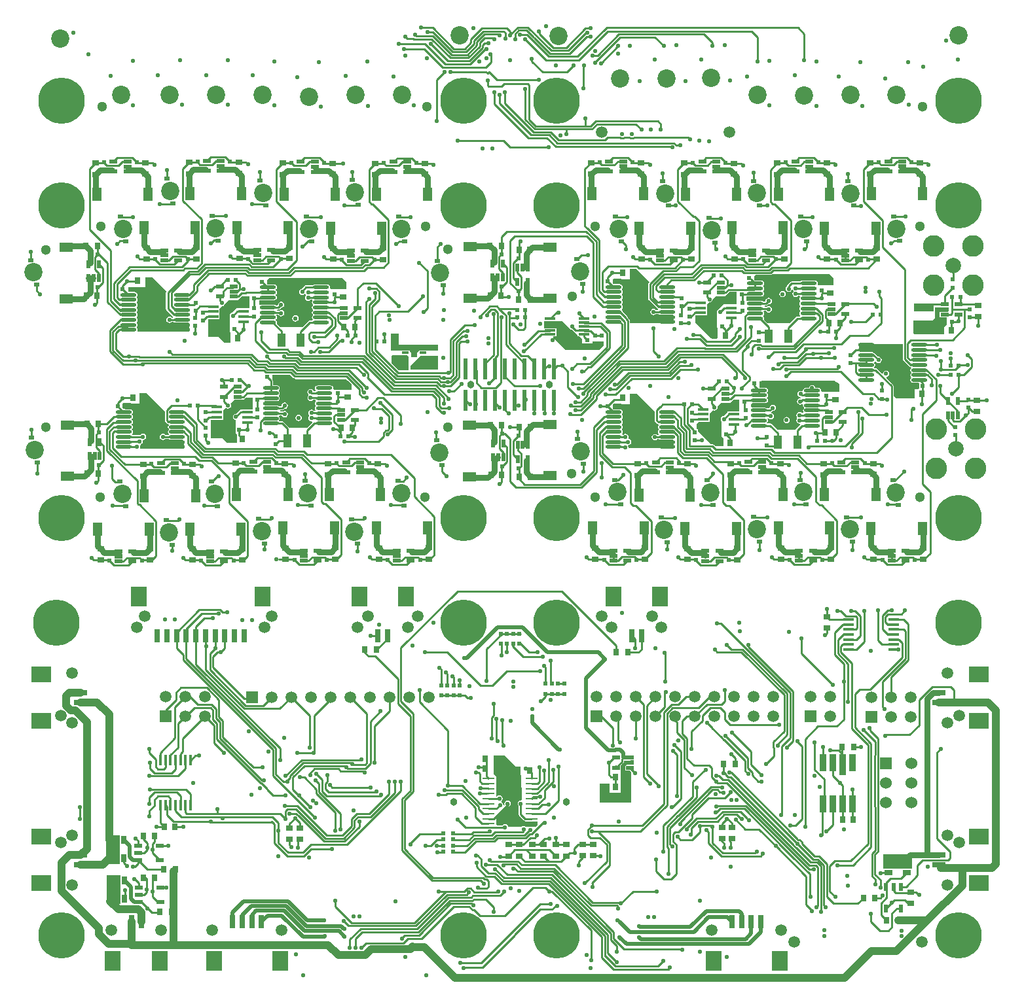
<source format=gbl>
G04*
G04 #@! TF.GenerationSoftware,Altium Limited,Altium Designer,18.1.6 (161)*
G04*
G04 Layer_Physical_Order=4*
G04 Layer_Color=16711680*
%FSTAX44Y44*%
%MOMM*%
G71*
G01*
G75*
%ADD11R,0.9000X0.7000*%
%ADD12R,1.1000X0.6000*%
%ADD13R,0.7000X0.9000*%
%ADD14R,2.0000X2.6000*%
%ADD15R,0.7000X1.8000*%
%ADD19R,0.9000X0.8000*%
%ADD20R,0.6000X1.1000*%
%ADD21C,0.2540*%
%ADD22R,0.6000X0.5500*%
%ADD23O,2.1000X0.4500*%
%ADD24R,0.5000X0.6000*%
%ADD25R,0.6000X0.5000*%
%ADD26R,0.5500X0.6000*%
%ADD27R,0.6000X0.6000*%
%ADD28R,0.8000X0.9000*%
%ADD29R,0.6000X0.6000*%
%ADD33R,2.6000X2.0000*%
%ADD34R,1.8000X0.7000*%
%ADD35R,1.0000X0.4700*%
%ADD39R,0.5080X2.7940*%
%ADD43R,1.4500X0.3000*%
%ADD48C,0.5000*%
%ADD49C,1.0000*%
%ADD50C,0.7500*%
%ADD51C,0.5588*%
%ADD52C,1.3000*%
%ADD53C,2.3622*%
%ADD54C,1.5000*%
%ADD55C,6.0000*%
%ADD56C,2.0000*%
%ADD57C,2.8000*%
%ADD58C,0.9652*%
%ADD59R,1.5000X1.5000*%
%ADD61R,1.5240X1.5240*%
%ADD62C,1.5240*%
%ADD63R,1.0000X1.8000*%
%ADD64R,1.3500X0.4500*%
%ADD65R,0.7620X1.1938*%
%ADD66R,0.8128X0.3048*%
%ADD67R,0.4700X1.0000*%
%ADD68R,2.6000X1.1000*%
%ADD69R,0.7000X0.5000*%
%ADD70R,1.8000X1.2500*%
%ADD71R,1.2500X1.8000*%
%ADD72R,0.3556X1.4732*%
%ADD73R,0.6500X1.1000*%
%ADD74R,1.5500X0.2500*%
%ADD75R,0.9000X2.2500*%
%ADD76R,0.9000X2.8000*%
%ADD77R,1.1000X0.6500*%
%ADD78R,1.4732X0.3556*%
G36*
X00820248Y00913598D02*
X00819351Y00912702D01*
X00818789Y00911861D01*
X00818592Y0091087D01*
Y00891736D01*
X00818789Y00890745D01*
X00819351Y00889905D01*
X00830265Y00878991D01*
X00831105Y00878429D01*
X00831285Y00877948D01*
X00830679Y00876912D01*
X00828715D01*
X00828488Y00877252D01*
X00827144Y0087815D01*
X00825558Y00878466D01*
X00823972Y0087815D01*
X00822628Y00877252D01*
X0082173Y00875908D01*
X00821414Y00874322D01*
X0082173Y00872736D01*
X00822628Y00871392D01*
X00823972Y00870494D01*
X00825558Y00870178D01*
X00827144Y00870494D01*
X00828488Y00871392D01*
X00828715Y00871732D01*
X00832224D01*
X00833311Y00871006D01*
X00834684Y00870733D01*
X00850386D01*
X00851656Y00869658D01*
X00851656Y00859532D01*
X0079507Y00859532D01*
Y00863188D01*
X00794873Y00864179D01*
X00794311Y00865019D01*
X00792784Y00866547D01*
Y00866586D01*
X00792587Y00867577D01*
X00792025Y00868417D01*
X00785687Y00874756D01*
X007855Y00875695D01*
X00784722Y0087686D01*
X00784606Y00876937D01*
Y00878207D01*
X00784722Y00878284D01*
X007855Y00879449D01*
X00785773Y00880822D01*
X007855Y00882195D01*
X00784722Y0088336D01*
X00784606Y00883437D01*
Y00884707D01*
X00784722Y00884784D01*
X007855Y00885948D01*
X00785773Y00887322D01*
X007855Y00888695D01*
X00784722Y0088986D01*
X00784606Y00889937D01*
Y00891207D01*
X00784722Y00891284D01*
X007855Y00892449D01*
X00785773Y00893822D01*
X007855Y00895195D01*
X00784722Y0089636D01*
X00784606Y00896437D01*
Y00897707D01*
X00784722Y00897784D01*
X007855Y00898949D01*
X00785773Y00900322D01*
X007855Y00901695D01*
X00784722Y0090286D01*
X00784606Y00902937D01*
Y00904207D01*
X00784722Y00904284D01*
X007855Y00905449D01*
X00785773Y00906822D01*
X007855Y00908195D01*
X00784722Y0090936D01*
X00783558Y00910138D01*
X00782184Y00910411D01*
X0077365D01*
X0077269Y00911371D01*
Y0091632D01*
X00773593Y00917213D01*
X00794696Y0091698D01*
Y00930176D01*
X0080367Y00930176D01*
X00820248Y00913598D01*
D02*
G37*
G36*
X01058672Y0091846D02*
Y00909411D01*
X01058422Y00908808D01*
X0103829D01*
X01038043Y0090927D01*
X01037739Y00910078D01*
X01037978Y00911276D01*
X01037705Y00912649D01*
X01036927Y00913814D01*
X01035762Y00914592D01*
X01034389Y00914865D01*
X01017889D01*
X01016515Y00914592D01*
X01015429Y00913866D01*
X01003928D01*
X01002937Y00913669D01*
X01002097Y00913107D01*
X00998718Y00909728D01*
X00998156Y00908888D01*
X00997959Y00907897D01*
Y00907425D01*
X00997619Y00907198D01*
X00996721Y00905854D01*
X00996405Y00904268D01*
X00996721Y00902682D01*
X00997619Y00901338D01*
X00998963Y0090044D01*
X01000549Y00900124D01*
X01002134Y0090044D01*
X01003479Y00901338D01*
X01004377Y00902682D01*
X01004434Y00902968D01*
X01005343Y0090313D01*
X01005753Y00903088D01*
X01006493Y00901981D01*
X01006445Y0090071D01*
X01005547Y00899366D01*
X01005231Y0089778D01*
X01005547Y00896194D01*
X01006445Y0089485D01*
X01007789Y00893952D01*
X01009375Y00893636D01*
X0101096Y00893952D01*
X01012305Y0089485D01*
X01012532Y0089519D01*
X01014526D01*
X01014572Y00895141D01*
X01015088Y0089392D01*
X01014573Y00893149D01*
X010143Y00891776D01*
X01014573Y00890403D01*
X01015303Y00889309D01*
X01015467Y00888952D01*
Y008881D01*
X01015303Y00887743D01*
X01014573Y00886649D01*
X010143Y00885276D01*
X01014573Y00883903D01*
X01015351Y00882738D01*
X01015467Y00882661D01*
Y00881391D01*
X01015351Y00881314D01*
X01014573Y00880149D01*
X010143Y00878776D01*
X01014573Y00877403D01*
X01015303Y00876309D01*
X01015467Y00875952D01*
Y008751D01*
X01015303Y00874743D01*
X01014573Y00873649D01*
X010143Y00872276D01*
X01014573Y00870903D01*
X01015351Y00869738D01*
X01014742Y00868618D01*
X01014533Y00868366D01*
X01011423D01*
X01010432Y00868169D01*
X01009592Y00867607D01*
X0100177Y00859786D01*
X00973053D01*
X00968597Y00864242D01*
X00968705Y00864403D01*
X00968978Y00865776D01*
X00968705Y00867149D01*
X00967927Y00868314D01*
X00967811Y00868391D01*
Y00869661D01*
X00967927Y00869738D01*
X00968705Y00870903D01*
X00968978Y00872276D01*
X00968705Y00873649D01*
X00967974Y00874743D01*
X00967854Y00875005D01*
X00968203Y00876156D01*
X00970699D01*
X00970711Y00876098D01*
X00971609Y00874754D01*
X00972953Y00873856D01*
X00974539Y0087354D01*
X00976125Y00873856D01*
X00977469Y00874754D01*
X00978367Y00876098D01*
X00978682Y00877684D01*
X00978367Y0087927D01*
X00977469Y00880614D01*
X00976125Y00881512D01*
X00974539Y00881828D01*
X00972953Y00881512D01*
X00972689Y00881336D01*
X0096913D01*
X00969092Y00881386D01*
X00969732Y00882656D01*
X00971179D01*
X0097217Y00882853D01*
X0097301Y00883415D01*
X00974137Y00884542D01*
X00974539Y00884462D01*
X00976125Y00884778D01*
X00977469Y00885676D01*
X00978367Y0088702D01*
X00978682Y00888606D01*
X00978367Y00890192D01*
X00977469Y00891536D01*
X00976125Y00892434D01*
X00974539Y0089275D01*
X00972953Y00892434D01*
X00971609Y00891536D01*
X00970711Y00890192D01*
X00970395Y00888606D01*
X0096931Y00887836D01*
X00967894D01*
X00966762Y00888592D01*
X00965389Y00888865D01*
X00948889D01*
X00947515Y00888592D01*
X00947166Y00888358D01*
X00945896Y00889037D01*
Y00894826D01*
X00948189D01*
X00948889Y00894687D01*
X00965389D01*
X00966762Y0089496D01*
X00967927Y00895738D01*
X00968705Y00896903D01*
X00968978Y00898276D01*
X00968705Y00899649D01*
X00967974Y00900743D01*
X00967811Y009011D01*
Y00901952D01*
X00967974Y00902309D01*
X00968705Y00903403D01*
X00968978Y00904776D01*
X00968705Y00906149D01*
X00967927Y00907314D01*
X00967811Y00907391D01*
Y00908661D01*
X00967927Y00908738D01*
X00968705Y00909903D01*
X00968978Y00911276D01*
X00968705Y00912649D01*
X00967927Y00913814D01*
X00966762Y00914592D01*
X00965389Y00914865D01*
X00956532D01*
X0095615Y00915247D01*
Y00920492D01*
X00957942Y00922284D01*
X00976852D01*
X00977843Y00922481D01*
X00978684Y00923043D01*
X00979054Y00923413D01*
X01052449D01*
X01058672Y0091846D01*
D02*
G37*
G36*
X00195539Y00901275D02*
X00195331Y00900963D01*
X00195134Y00899972D01*
Y00878274D01*
X00195331Y00877283D01*
X00195893Y00876443D01*
X00203505Y00868831D01*
X00204Y00868499D01*
X0020417Y00867474D01*
X00203585Y00866752D01*
X00202743D01*
X00202516Y00867092D01*
X00201172Y0086799D01*
X00199586Y00868306D01*
X00198Y0086799D01*
X00196656Y00867092D01*
X00195758Y00865748D01*
X00195442Y00864162D01*
X00195758Y00862576D01*
X00196656Y00861232D01*
X00198Y00860334D01*
X00199586Y00860018D01*
X00201172Y00860334D01*
X00202516Y00861232D01*
X00202743Y00861572D01*
X00204844D01*
X00205931Y00860846D01*
X00207304Y00860573D01*
X00223804D01*
X00224022Y00860616D01*
X00225292Y00859574D01*
X00225292Y00848864D01*
X00158913Y00848864D01*
X00158188Y00850134D01*
X00158393Y00851162D01*
X0015812Y00852535D01*
X00157389Y00853629D01*
X00157226Y00853986D01*
Y00854838D01*
X00157389Y00855195D01*
X0015812Y00856289D01*
X00158393Y00857662D01*
X0015812Y00859035D01*
X00157342Y008602D01*
X00157226Y00860277D01*
Y00861547D01*
X00157342Y00861624D01*
X0015812Y00862788D01*
X00158393Y00864162D01*
X0015812Y00865535D01*
X00157389Y00866629D01*
X00157226Y00866986D01*
Y00867838D01*
X00157389Y00868195D01*
X0015812Y00869289D01*
X00158393Y00870662D01*
X0015812Y00872035D01*
X00157342Y008732D01*
X00157226Y00873277D01*
Y00874547D01*
X00157342Y00874624D01*
X0015812Y00875788D01*
X00158393Y00877162D01*
X0015812Y00878535D01*
X00157389Y00879629D01*
X00157226Y00879986D01*
Y00880838D01*
X00157389Y00881195D01*
X0015812Y00882289D01*
X00158393Y00883662D01*
X0015812Y00885035D01*
X00157342Y008862D01*
X00157226Y00886277D01*
Y00887547D01*
X00157342Y00887624D01*
X0015812Y00888789D01*
X00158393Y00890162D01*
X0015812Y00891535D01*
X00157389Y00892629D01*
X00157226Y00892986D01*
Y00893838D01*
X00157389Y00894195D01*
X0015812Y00895289D01*
X00158393Y00896662D01*
X0015812Y00898035D01*
X00157342Y008992D01*
X00156178Y00899978D01*
X00154804Y00900251D01*
X00146326D01*
Y00905652D01*
X00147228Y00906545D01*
X00168332Y00906312D01*
Y00919508D01*
X00177306Y00919508D01*
X00195539Y00901275D01*
D02*
G37*
G36*
X00428498Y00913634D02*
Y00904585D01*
X00428248Y00903982D01*
X00408076D01*
X00407362Y00905252D01*
X00407571Y00906302D01*
X00407298Y00907675D01*
X0040652Y0090884D01*
X00405355Y00909618D01*
X00403982Y00909891D01*
X00387482D01*
X00386109Y00909618D01*
X00385022Y00908892D01*
X00376235D01*
X00375244Y00908695D01*
X00374404Y00908133D01*
X00370786Y00904516D01*
X00369932Y00904346D01*
X00368588Y00903448D01*
X0036769Y00902103D01*
X00367374Y00900518D01*
X0036769Y00898932D01*
X00368588Y00897588D01*
X00369932Y00896689D01*
X00371518Y00896374D01*
X00373104Y00896689D01*
X00374448Y00897588D01*
X00375837Y0089738D01*
X00375953Y00897206D01*
X00376038Y00895736D01*
X0037514Y00894392D01*
X00374824Y00892806D01*
X0037514Y0089122D01*
X00376038Y00889876D01*
X00377382Y00888978D01*
X00378968Y00888662D01*
X00380554Y00888978D01*
X00381898Y00889876D01*
X00382125Y00890216D01*
X00384119D01*
X00384165Y00890167D01*
X00384681Y00888946D01*
X00384166Y00888175D01*
X00383893Y00886802D01*
X00384166Y00885429D01*
X00384944Y00884264D01*
X0038506Y00884187D01*
Y00882917D01*
X00384944Y0088284D01*
X00384166Y00881675D01*
X00383893Y00880302D01*
X00384166Y00878929D01*
X00384944Y00877764D01*
X0038506Y00877687D01*
Y00876417D01*
X00384944Y0087634D01*
X00384166Y00875175D01*
X00383893Y00873802D01*
X00384166Y00872429D01*
X00384944Y00871264D01*
X0038506Y00871187D01*
Y00869917D01*
X00384944Y0086984D01*
X00384166Y00868676D01*
X00383893Y00867302D01*
X00384166Y00865929D01*
X00384944Y00864764D01*
X00384335Y00863644D01*
X00384126Y00863392D01*
X00381016D01*
X00380025Y00863195D01*
X00379185Y00862633D01*
X00371512Y0085496D01*
X00342499D01*
X0033819Y00859268D01*
X00338298Y00859429D01*
X00338571Y00860802D01*
X00338298Y00862175D01*
X0033752Y0086334D01*
X00337404Y00863417D01*
Y00864687D01*
X0033752Y00864764D01*
X00338298Y00865929D01*
X00338571Y00867302D01*
X00338298Y00868676D01*
X0033752Y0086984D01*
X00337411Y00869912D01*
X00337797Y00871182D01*
X00340292D01*
X00340304Y00871124D01*
X00341202Y0086978D01*
X00342546Y00868882D01*
X00344132Y00868566D01*
X00345718Y00868882D01*
X00347062Y0086978D01*
X0034796Y00871124D01*
X00348276Y0087271D01*
X0034796Y00874296D01*
X00347062Y0087564D01*
X00345718Y00876538D01*
X00344132Y00876854D01*
X00342546Y00876538D01*
X00342282Y00876362D01*
X00338723D01*
X00338686Y00876412D01*
X00339325Y00877682D01*
X00340772D01*
X00341763Y00877879D01*
X00342603Y00878441D01*
X00343731Y00879568D01*
X00344132Y00879488D01*
X00345718Y00879804D01*
X00347062Y00880702D01*
X0034796Y00882046D01*
X00348276Y00883632D01*
X0034796Y00885218D01*
X00347062Y00886562D01*
X00345718Y0088746D01*
X00344132Y00887776D01*
X00342546Y0088746D01*
X00341202Y00886562D01*
X00340304Y00885218D01*
X00339988Y00883632D01*
X00338904Y00882862D01*
X00337487D01*
X00336356Y00883618D01*
X00334982Y00883891D01*
X00318482D01*
X00317109Y00883618D01*
X00316992Y0088354D01*
X00315722Y00884219D01*
Y00889852D01*
X00317782D01*
X00318482Y00889713D01*
X00334982D01*
X00336356Y00889986D01*
X0033752Y00890764D01*
X00338298Y00891929D01*
X00338571Y00893302D01*
X00338298Y00894676D01*
X0033752Y0089584D01*
X00337404Y00895917D01*
Y00897187D01*
X0033752Y00897264D01*
X00338298Y00898429D01*
X00338571Y00899802D01*
X00338298Y00901175D01*
X0033752Y0090234D01*
X00337404Y00902417D01*
Y00903687D01*
X0033752Y00903764D01*
X00338298Y00904929D01*
X00338571Y00906302D01*
X00338298Y00907675D01*
X0033752Y0090884D01*
X00336356Y00909618D01*
X00334982Y00909891D01*
X00326126D01*
X00325976Y00910041D01*
Y00915666D01*
X00328897Y00918587D01*
X00422275D01*
X00428498Y00913634D01*
D02*
G37*
G36*
X00932942Y00900172D02*
X00932942Y00884494D01*
X00916316Y00884494D01*
X00909325Y00877504D01*
X00909083Y00877342D01*
X00908921Y008771D01*
X00907726Y00875904D01*
X00907726Y00854522D01*
X00908782Y00853466D01*
Y00840044D01*
X00900169D01*
X00879602Y00860611D01*
X00879602Y0086972D01*
X00894799D01*
Y0087622D01*
Y0088272D01*
Y00884421D01*
X00897581Y00886728D01*
X00897911Y00886662D01*
X00899497Y00886978D01*
X00900841Y00887876D01*
X00901739Y0088922D01*
X00901979Y00890425D01*
X0090616Y00894606D01*
X00917972Y00894572D01*
X0091912Y0089572D01*
X00919341D01*
Y00895941D01*
X00923572Y00900172D01*
X00932942Y00900172D01*
D02*
G37*
G36*
X00302768Y00894838D02*
X00302768Y0087916D01*
X00286142Y0087916D01*
X00280304Y00873323D01*
X00280021Y00873266D01*
X00278676Y00872368D01*
X00277778Y00871024D01*
X00277722Y0087074D01*
X00277552Y0087057D01*
Y00869887D01*
X00277463Y00869438D01*
X00277552Y00868989D01*
X00277552Y00849188D01*
X00278608Y00848132D01*
Y0083471D01*
X00269995D01*
X00262949Y00841756D01*
X00249428Y0084198D01*
X00249428Y00864746D01*
X00264392D01*
Y00871246D01*
Y00877746D01*
Y00878895D01*
X00267844Y00881756D01*
X0026909Y00882004D01*
X00270434Y00882902D01*
X00271332Y00884246D01*
X00271428Y00884727D01*
X00271504Y0088479D01*
X00275986Y00889273D01*
X00287798Y00889238D01*
X00293398Y00894838D01*
X00302768Y00894838D01*
D02*
G37*
G36*
X01206754Y00879852D02*
X01206754Y0087886D01*
Y00875152D01*
X01205672Y00874698D01*
X01195912D01*
Y00867458D01*
X01204722D01*
Y00864866D01*
X01204468Y00864612D01*
Y00858008D01*
X01201166Y00854706D01*
Y00845816D01*
X01191768D01*
X01191514Y00845562D01*
X0119126Y00845816D01*
X0116332D01*
X01161796Y0084734D01*
X0116205Y00847594D01*
Y00862918D01*
X01186264D01*
X01189736Y0086639D01*
Y00880106D01*
X01205603D01*
X01206754Y00879852D01*
D02*
G37*
G36*
X00716566Y00854248D02*
X00716672Y00853716D01*
X0071757Y00852371D01*
X00718914Y00851473D01*
X00719942Y00851269D01*
X00727237Y00844832D01*
Y0084273D01*
X00729619D01*
X00732997Y0083975D01*
Y008335D01*
X00747057D01*
Y008365D01*
X00761497Y008365D01*
Y0083075D01*
X00756246Y008255D01*
X00711753Y008255D01*
X00695697Y00841557D01*
X00696183Y0084273D01*
X00700277D01*
Y0085327D01*
X00684497D01*
Y0086225D01*
X00707496D01*
X00716566Y00854248D01*
D02*
G37*
G36*
X00496Y00846438D02*
Y00832D01*
X00547D01*
Y0082425D01*
X00545826Y00824D01*
X00533194D01*
Y0082469D01*
X00522526D01*
Y00824D01*
X005225D01*
X0052Y008215D01*
Y0081575D01*
X005125D01*
X005125Y008215D01*
X00510334Y00823666D01*
Y0082469D01*
X00499666D01*
Y00824D01*
X0048625D01*
Y00832D01*
X00486131Y00832119D01*
Y0084625D01*
X0048625Y008465D01*
X00495974D01*
X00496Y00846438D01*
D02*
G37*
G36*
X0114803Y0081325D02*
X01148227Y00812259D01*
X01148789Y00811419D01*
X01156375Y00803833D01*
X01157215Y00803271D01*
X01158206Y00803074D01*
X011584D01*
X01158748Y00802263D01*
Y00801779D01*
X01158632Y00801702D01*
X01157854Y00800537D01*
X01157581Y00799164D01*
X01157854Y00797791D01*
X01158585Y00796697D01*
X01158748Y0079634D01*
Y00795489D01*
X01158585Y00795131D01*
X01157854Y00794037D01*
X01157581Y00792664D01*
X01157854Y00791291D01*
X01158632Y00790126D01*
X01158748Y00790049D01*
Y00788779D01*
X01158632Y00788702D01*
X01157854Y00787538D01*
X01157581Y00786164D01*
X01157854Y00784791D01*
X01158632Y00783626D01*
X01159797Y00782848D01*
X0116117Y00782575D01*
X01168082D01*
X0116923Y00782282D01*
Y00775993D01*
X01167962Y00774737D01*
X01163Y00774791D01*
Y00762574D01*
X0113958Y00762574D01*
X01135938Y00766216D01*
Y0077876D01*
X01135741Y00779751D01*
X01135179Y00780591D01*
X01126628Y00789143D01*
X01127082Y00790484D01*
X01128076Y00790682D01*
X0112942Y0079158D01*
X01130318Y00792924D01*
X01130634Y0079451D01*
X01130318Y00796096D01*
X0112942Y0079744D01*
X01128076Y00798338D01*
X0112649Y00798654D01*
X01124904Y00798338D01*
X0112356Y0079744D01*
X01122662Y00796096D01*
X01122464Y00795102D01*
X01121123Y00794648D01*
X01114775Y00800995D01*
X01113935Y00801557D01*
X01112944Y00801754D01*
X0111144D01*
X01111092Y00802565D01*
Y00803049D01*
X01111208Y00803126D01*
X01111986Y00804291D01*
X01112259Y00805664D01*
X01111986Y00807038D01*
X01111255Y00808131D01*
X01111092Y00808488D01*
Y00809103D01*
X01111874Y00809981D01*
X01113181Y00809902D01*
X0111357Y0080932D01*
X01114914Y00808422D01*
X011165Y00808106D01*
X01118086Y00808422D01*
X0111943Y0080932D01*
X01120328Y00810664D01*
X01120644Y0081225D01*
X01120328Y00813836D01*
X0111943Y0081518D01*
X01118086Y00816078D01*
X011165Y00816394D01*
X01116099Y00816314D01*
X01111917Y00820495D01*
X01111488Y00820782D01*
X01111208Y00821202D01*
X01110043Y0082198D01*
X0110867Y00822253D01*
X01092864D01*
X01091594Y00823285D01*
X01091594Y00833218D01*
X0114803Y00833218D01*
Y0081325D01*
D02*
G37*
G36*
X0054675Y008D02*
X00512648Y008D01*
X0051175Y00800898D01*
X0051175Y0080475D01*
X0052475Y0081775D01*
X0054675D01*
X0054675Y008D01*
D02*
G37*
G36*
X00509Y008165D02*
X00509Y00799D01*
X0049563Y00799D01*
X00486493Y00808137D01*
X00486493Y00816834D01*
X00487465Y00817903D01*
X00487916Y00818D01*
X005075Y00818D01*
X00509Y008165D01*
D02*
G37*
G36*
X00360005Y00789121D02*
X00360845Y00788559D01*
X00361225Y00788484D01*
X00362313Y00787396D01*
X0042799D01*
X00432653Y00783684D01*
X00435102Y00781236D01*
Y00774283D01*
X00434852Y0077368D01*
X00412203D01*
X00411338Y0077495D01*
X00411483Y00775679D01*
X0041121Y00777052D01*
X00410432Y00778216D01*
X00409268Y00778994D01*
X00407894Y00779268D01*
X00403056D01*
X00402698Y00779507D01*
X00401113Y00779822D01*
X00399527Y00779507D01*
X00399169Y00779268D01*
X00391394D01*
X00390021Y00778994D01*
X00388856Y00778216D01*
X00388078Y00777052D01*
X00387805Y00775679D01*
X00388078Y00774305D01*
X00388856Y00773141D01*
X00388247Y0077202D01*
X00388038Y00771768D01*
X00385934D01*
X00385844Y00772218D01*
X00384946Y00773562D01*
X00383602Y0077446D01*
X00382016Y00774776D01*
X0038043Y0077446D01*
X00379086Y00773562D01*
X00378188Y00772218D01*
X00377872Y00770632D01*
X00378188Y00769046D01*
X00379086Y00767702D01*
X0037939Y00767499D01*
Y00766517D01*
X00379252Y00766064D01*
X00378442Y00764852D01*
X00378126Y00763266D01*
X00378442Y0076168D01*
X0037934Y00760336D01*
X00380684Y00759438D01*
X0038227Y00759122D01*
X00383856Y00759438D01*
X003852Y00760336D01*
X00385427Y00760676D01*
X00388498D01*
X00388856Y00760141D01*
X00388972Y00760064D01*
Y00758794D01*
X00388856Y00758716D01*
X00388078Y00757552D01*
X00387805Y00756179D01*
X00388078Y00754805D01*
X00388856Y00753641D01*
X00388972Y00753564D01*
Y00752294D01*
X00388856Y00752216D01*
X00388078Y00751052D01*
X00387805Y00749679D01*
X00388078Y00748305D01*
X00388571Y00747568D01*
X00388006Y00746298D01*
X00386443D01*
X00386216Y00746638D01*
X00384872Y00747536D01*
X00383286Y00747852D01*
X003817Y00747536D01*
X00380356Y00746638D01*
X00379458Y00745294D01*
X00379142Y00743708D01*
X00379458Y00742122D01*
X00380112Y00741144D01*
X00380266Y00740279D01*
X00380112Y00739414D01*
X00379458Y00738436D01*
X00379142Y0073685D01*
X00379458Y00735264D01*
X00380356Y0073392D01*
X003817Y00733022D01*
X00383286Y00732706D01*
X00383665Y00732782D01*
X00384291Y00731611D01*
X00377337Y00724658D01*
X00354571D01*
X00354329Y00725019D01*
X00347339Y0073201D01*
X00346498Y00732571D01*
X00345507Y00732768D01*
X00341664D01*
X00341316Y0073358D01*
Y00734064D01*
X00341432Y00734141D01*
X0034221Y00735305D01*
X00342483Y00736679D01*
X0034221Y00738052D01*
X00341432Y00739216D01*
X00342041Y00740337D01*
X0034225Y00740589D01*
X00344854D01*
X00344866Y00740531D01*
X00345764Y00739187D01*
X00347108Y00738288D01*
X00348694Y00737973D01*
X0035028Y00738288D01*
X00351624Y00739187D01*
X00352522Y00740531D01*
X00352838Y00742117D01*
X00352522Y00743702D01*
X00351624Y00745047D01*
X0035028Y00745945D01*
X00348694Y0074626D01*
X00347108Y00745945D01*
X00346844Y00745768D01*
X00343069D01*
X00342687Y00746429D01*
X00343069Y00747089D01*
X00345334D01*
X00346325Y00747286D01*
X00347165Y00747847D01*
X00348293Y00748975D01*
X00348694Y00748895D01*
X0035028Y0074921D01*
X00351624Y00750109D01*
X00352522Y00751453D01*
X00352838Y00753039D01*
X00352522Y00754624D01*
X00351624Y00755969D01*
X0035028Y00756867D01*
X00348694Y00757182D01*
X00347108Y00756867D01*
X00345764Y00755969D01*
X00344866Y00754624D01*
X0034455Y00753039D01*
X00343466Y00752268D01*
X00341354D01*
X00340267Y00752994D01*
X00338894Y00753268D01*
X00322394D01*
X00322326Y00753323D01*
Y00759034D01*
X00322394Y0075909D01*
X00338894D01*
X00340267Y00759363D01*
X00341432Y00760141D01*
X0034221Y00761305D01*
X00342483Y00762679D01*
X0034221Y00764052D01*
X00341432Y00765216D01*
X00341316Y00765294D01*
Y00766564D01*
X00341432Y00766641D01*
X0034221Y00767805D01*
X00342483Y00769179D01*
X0034221Y00770552D01*
X00341432Y00771716D01*
X00341316Y00771794D01*
Y00773064D01*
X00341432Y00773141D01*
X0034221Y00774305D01*
X00342483Y00775679D01*
X0034221Y00777052D01*
X00341432Y00778216D01*
X00340267Y00778994D01*
X00338894Y00779268D01*
X00333234D01*
Y00785563D01*
X00333037Y00786554D01*
X00332786Y00786929D01*
Y00793238D01*
X00355887D01*
X00360005Y00789121D01*
D02*
G37*
G36*
X01065541Y00780792D02*
Y00771743D01*
X01065291Y0077114D01*
X01043451D01*
X01042467Y0077241D01*
X01042561Y00772885D01*
X01042288Y00774258D01*
X0104151Y00775422D01*
X01040345Y007762D01*
X01038972Y00776474D01*
X0103475D01*
X01034578Y00777336D01*
X0103368Y0077868D01*
X01032336Y00779578D01*
X0103075Y00779894D01*
X01029164Y00779578D01*
X0102782Y0077868D01*
X01026922Y00777336D01*
X0102675Y00776474D01*
X01022472D01*
X01021098Y007762D01*
X01019934Y00775422D01*
X01019156Y00774258D01*
X01018883Y00772885D01*
X01018998Y00772305D01*
X01017855Y00771541D01*
X01017288Y0077192D01*
X01015702Y00772236D01*
X01014116Y0077192D01*
X01012772Y00771022D01*
X01011874Y00769678D01*
X01011558Y00768092D01*
X01011874Y00766506D01*
X01012772Y00765162D01*
X01014116Y00764264D01*
X01015313Y00764026D01*
X01015692Y00763153D01*
X01015633Y00762986D01*
X01015385Y00762562D01*
X01013906Y00762268D01*
X01012562Y0076137D01*
X01011664Y00760026D01*
X01011348Y0075844D01*
X01011664Y00756854D01*
X01012562Y0075551D01*
X01013906Y00754612D01*
X01015492Y00754296D01*
X01017078Y00754612D01*
X01018062Y00755269D01*
X0101823Y00755191D01*
X01019091Y00754429D01*
X01018883Y00753385D01*
X01019156Y00752011D01*
X01019887Y00750918D01*
X0102005Y0075056D01*
Y00749709D01*
X01019887Y00749351D01*
X01019156Y00748258D01*
X01018883Y00746885D01*
X01019156Y00745511D01*
X01019649Y00744774D01*
X01019084Y00743504D01*
X01017521D01*
X01017294Y00743844D01*
X0101595Y00744742D01*
X01014364Y00745058D01*
X01012778Y00744742D01*
X01011434Y00743844D01*
X01010536Y007425D01*
X0101022Y00740914D01*
X01010536Y00739328D01*
X01011189Y0073835D01*
X01011345Y00737485D01*
X01011189Y0073662D01*
X01010536Y00735642D01*
X0101022Y00734056D01*
X01010536Y0073247D01*
X01011434Y00731126D01*
X01012778Y00730228D01*
X01014364Y00729912D01*
X01014743Y00729988D01*
X01015369Y00728817D01*
X01009651Y00723099D01*
X01009089Y00722259D01*
X01009061Y00722118D01*
X00985515D01*
X00978417Y00729216D01*
X00977576Y00729777D01*
X00976585Y00729974D01*
X00972742D01*
X00972394Y00730786D01*
Y0073127D01*
X0097251Y00731347D01*
X00973288Y00732511D01*
X00973561Y00733885D01*
X00973288Y00735258D01*
X0097284Y00735928D01*
X00973291Y00737062D01*
X00973392Y00737159D01*
X00973928Y00737192D01*
X00974462Y00736393D01*
X00975806Y00735494D01*
X00977392Y00735179D01*
X00978978Y00735494D01*
X00980322Y00736393D01*
X0098122Y00737737D01*
X00981536Y00739323D01*
X0098122Y00740908D01*
X00980322Y00742253D01*
X00978978Y00743151D01*
X00977845Y00743376D01*
X00977821Y00743436D01*
X00977711Y00744698D01*
X00978243Y00745053D01*
X00979371Y00746181D01*
X00979772Y00746101D01*
X00981358Y00746416D01*
X00982702Y00747315D01*
X009836Y00748659D01*
X00983916Y00750245D01*
X009836Y0075183D01*
X00982702Y00753175D01*
X00981358Y00754073D01*
X00979772Y00754388D01*
X00978186Y00754073D01*
X00976842Y00753175D01*
X00975944Y0075183D01*
X00975628Y00750245D01*
X00974544Y00749474D01*
X00972432D01*
X00971346Y007502D01*
X00969972Y00750474D01*
X00953472D01*
X00952765Y00751054D01*
Y00755715D01*
X00953472Y00756296D01*
X00969972D01*
X00971346Y00756569D01*
X0097251Y00757347D01*
X00973288Y00758511D01*
X00973561Y00759885D01*
X00973288Y00761258D01*
X00972557Y00762351D01*
X00972394Y00762709D01*
Y0076356D01*
X00972557Y00763918D01*
X00973288Y00765011D01*
X00973561Y00766385D01*
X00973288Y00767758D01*
X0097251Y00768922D01*
X00972394Y00769D01*
Y0077027D01*
X0097251Y00770347D01*
X00973288Y00771511D01*
X00973561Y00772885D01*
X00973288Y00774258D01*
X0097251Y00775422D01*
X00971346Y007762D01*
X00969972Y00776474D01*
X00963019D01*
Y00782824D01*
X0096594Y00785745D01*
X01059318D01*
X01065541Y00780792D01*
D02*
G37*
G36*
X00307426Y0076352D02*
X00307426Y0074828D01*
X00291471Y0074828D01*
X0028575Y00742559D01*
X00284164Y00742244D01*
X0028282Y00741346D01*
X00281922Y00740001D01*
X00281606Y00738416D01*
X00281922Y0073683D01*
X0028282Y00735486D01*
X00284164Y00734587D01*
X0028521Y0073438D01*
Y0072538D01*
Y0071784D01*
Y00717321D01*
X0028689Y00715641D01*
Y0071472D01*
X00287087Y00713729D01*
X002871Y0071371D01*
Y00704733D01*
X00274421D01*
X00268278Y00710876D01*
X00252984Y0071113D01*
X00252984Y0073414D01*
X00253539Y007346D01*
X0026886D01*
Y007411D01*
Y007473D01*
X00272486Y00750307D01*
X00273646Y00749532D01*
X00275232Y00749216D01*
X00276818Y00749532D01*
X00278162Y0075043D01*
X0027906Y00751774D01*
X00279376Y0075336D01*
X0027906Y00754946D01*
X00278583Y0075566D01*
X00283937Y00761014D01*
X00295749Y0076098D01*
X00298289Y0076352D01*
X00307426Y0076352D01*
D02*
G37*
G36*
X00936076Y00760726D02*
X00936076Y00745346D01*
X00921496D01*
Y0074394D01*
X00920121D01*
X00915727Y00739546D01*
X00915242Y0073945D01*
X00913898Y00738552D01*
X00913Y00737207D01*
X00912684Y00735622D01*
X00913Y00734036D01*
X0091386Y00732748D01*
Y00712981D01*
X0091575Y00711091D01*
Y00700393D01*
X00905751D01*
X00903531Y00702613D01*
X00902691Y00703175D01*
X009017Y00703372D01*
X00900092D01*
X00896928Y00706536D01*
X00883364Y007201D01*
Y00722752D01*
X00881634D01*
X00881634Y00724658D01*
X00881634Y007298D01*
X00884054Y00731806D01*
X00898036D01*
Y00738306D01*
Y00743397D01*
X00902498Y00747096D01*
X00902654Y00746992D01*
X0090424Y00746676D01*
X00905826Y00746992D01*
X0090717Y0074789D01*
X00908068Y00749234D01*
X00908384Y0075082D01*
X0090811Y00752197D01*
X00912587Y00756674D01*
X00924399Y0075664D01*
X00928485Y00760726D01*
X00936076Y00760726D01*
D02*
G37*
G36*
X00193828Y0074557D02*
Y00734062D01*
X00194025Y00733072D01*
X00194587Y00732231D01*
X00196543Y00730275D01*
X00197383Y00729714D01*
X00198255Y0072954D01*
X00198712Y00728532D01*
X00198763Y00728381D01*
X00198623Y00728073D01*
X00197892Y0072698D01*
X00197619Y00725607D01*
X00197892Y00724233D01*
X0019867Y00723069D01*
X00198786Y00722991D01*
Y00721721D01*
X0019867Y00721644D01*
X00197892Y0072048D01*
X00197619Y00719107D01*
X00197892Y00717733D01*
X00198623Y0071664D01*
X00198763Y00716332D01*
X00198685Y00716164D01*
X00197852Y00715196D01*
X00194279D01*
X00194051Y00715536D01*
X00192707Y00716435D01*
X00191122Y0071675D01*
X00189536Y00716435D01*
X00188192Y00715536D01*
X00187293Y00714192D01*
X00186978Y00712607D01*
X00187293Y00711021D01*
X00188192Y00709677D01*
X00189536Y00708778D01*
X00191122Y00708463D01*
X00192707Y00708778D01*
X00194051Y00709677D01*
X00194279Y00710017D01*
X00198748D01*
X00199835Y00709291D01*
X00201208Y00709018D01*
X00216863D01*
X00218134Y00707924D01*
Y0069748D01*
X00162215Y0069748D01*
X00161562Y00698526D01*
X00161574Y0069875D01*
X00161878Y00700274D01*
X00161562Y0070186D01*
X00162438Y00702835D01*
X00162876Y00702922D01*
X0016422Y0070382D01*
X00165118Y00705164D01*
X00165434Y0070675D01*
X0016531Y00707371D01*
X00165348Y00708421D01*
X00166232Y00708751D01*
X0016694Y00708892D01*
X00168284Y0070979D01*
X00169182Y00711134D01*
X00169498Y0071272D01*
X00169182Y00714306D01*
X00168284Y0071565D01*
X0016694Y00716548D01*
X00165354Y00716864D01*
X00163768Y00716548D01*
X00162424Y0071565D01*
X00162197Y0071531D01*
X00151648D01*
X00151252Y00716549D01*
X00151293Y0071664D01*
X00152024Y00717733D01*
X00152297Y00719107D01*
X00152024Y0072048D01*
X00151246Y00721644D01*
X0015113Y00721721D01*
Y00722991D01*
X00151246Y00723069D01*
X00152024Y00724233D01*
X00152297Y00725607D01*
X00152024Y0072698D01*
X00151293Y00728073D01*
X0015113Y00728431D01*
Y00729282D01*
X00151293Y0072964D01*
X00152024Y00730733D01*
X00152297Y00732106D01*
X00152024Y0073348D01*
X00151246Y00734644D01*
X0015113Y00734722D01*
Y00735992D01*
X00151246Y00736069D01*
X00152024Y00737233D01*
X00152297Y00738606D01*
X00152024Y0073998D01*
X00151293Y00741073D01*
X0015113Y00741431D01*
Y00742282D01*
X00151293Y0074264D01*
X00152024Y00743733D01*
X00152297Y00745107D01*
X00152024Y0074648D01*
X00151246Y00747644D01*
X00150082Y00748422D01*
X00148708Y00748696D01*
X00140174D01*
X00139167Y00749702D01*
Y00755394D01*
X0014007Y00756287D01*
X00161174Y00756054D01*
Y0076925D01*
X00170148Y0076925D01*
X00193828Y0074557D01*
D02*
G37*
G36*
X00827366Y00745037D02*
Y00733922D01*
X00827563Y00732931D01*
X00828125Y00732091D01*
X00830081Y00730135D01*
X00830921Y00729573D01*
X00831793Y007294D01*
X0083225Y00728391D01*
X00832301Y00728241D01*
X00832161Y00727933D01*
X0083143Y00726839D01*
X00831157Y00725466D01*
X0083143Y00724093D01*
X00832208Y00722928D01*
X00832324Y00722851D01*
Y00721581D01*
X00832208Y00721504D01*
X0083143Y0072034D01*
X00831157Y00718966D01*
X0083143Y00717593D01*
X00832161Y00716499D01*
X00832301Y00716191D01*
X00832223Y00716024D01*
X00831793Y00715524D01*
X00830462Y00715396D01*
X00829118Y00716294D01*
X00827532Y0071661D01*
X00825946Y00716294D01*
X00824602Y00715396D01*
X00823704Y00714052D01*
X00823388Y00712466D01*
X00823704Y0071088D01*
X00824602Y00709536D01*
X00825946Y00708638D01*
X00827532Y00708322D01*
X00829118Y00708638D01*
X00830462Y00709536D01*
X00830689Y00709876D01*
X00832286D01*
X00833373Y0070915D01*
X00834746Y00708877D01*
X00850683D01*
X00851953Y007079D01*
X00851953Y00697792D01*
X00793766Y00697792D01*
X0079296Y00698774D01*
X00793068Y00699313D01*
X00792781Y00700755D01*
X00792799Y00700975D01*
X00793483Y00702091D01*
X0079447Y00702288D01*
X00795814Y00703186D01*
X00796712Y0070453D01*
X00797028Y00706116D01*
X00796712Y00707702D01*
X00795814Y00709046D01*
X0079447Y00709944D01*
X00793974Y00710043D01*
X00793007Y0071088D01*
X00793112Y00711411D01*
X00793322Y00712466D01*
X00793006Y00714052D01*
X00792108Y00715396D01*
X00790764Y00716294D01*
X00789178Y0071661D01*
X00787592Y00716294D01*
X00786257Y00715402D01*
X00786063Y00715409D01*
X00785425Y00715452D01*
X00784858Y00716452D01*
X00784839Y00716511D01*
X00785562Y00717593D01*
X00785835Y00718966D01*
X00785562Y0072034D01*
X00784784Y00721504D01*
X00784668Y00721581D01*
Y00722851D01*
X00784784Y00722928D01*
X00785562Y00724093D01*
X00785835Y00725466D01*
X00785562Y00726839D01*
X00784784Y00728004D01*
X00784668Y00728081D01*
Y00729351D01*
X00784784Y00729428D01*
X00785562Y00730593D01*
X00785835Y00731966D01*
X00785562Y00733339D01*
X00784784Y00734504D01*
X00784668Y00734581D01*
Y00735851D01*
X00784784Y00735928D01*
X00785562Y00737093D01*
X00785835Y00738466D01*
X00785562Y00739839D01*
X00784784Y00741004D01*
X00784668Y00741081D01*
Y00742351D01*
X00784784Y00742428D01*
X00785562Y00743593D01*
X00785835Y00744966D01*
X00785562Y00746339D01*
X00784784Y00747504D01*
X0078362Y00748282D01*
X00782246Y00748555D01*
X00773712D01*
X00772987Y0074928D01*
Y00754293D01*
X00774176Y0075547D01*
X00794993Y0075524D01*
Y00768436D01*
X00803967Y00768436D01*
X00827366Y00745037D01*
D02*
G37*
G36*
X008Y00293858D02*
Y00288178D01*
X0078873D01*
Y00280938D01*
X00794958D01*
X00796574Y00279321D01*
Y00239834D01*
X00796199Y00238929D01*
X00756007D01*
Y00264D01*
X00756027Y00264021D01*
X0076881D01*
Y00252443D01*
X00769253Y00252D01*
X0078327D01*
Y00280938D01*
Y00287235D01*
X00786371Y00290336D01*
X00786933Y00291177D01*
X0078713Y00292168D01*
Y00293714D01*
X00795D01*
X00796125Y00293938D01*
X0079992D01*
X008Y00293858D01*
D02*
G37*
G36*
X00647Y00286D02*
X00654D01*
Y00276D01*
X00654897Y00275103D01*
X0065495Y00242924D01*
X00654Y00242144D01*
X00652414Y00241828D01*
X0065107Y0024093D01*
X00650172Y00239586D01*
X00649856Y00238D01*
X00650172Y00236414D01*
X0065107Y0023507D01*
X0065141Y00234843D01*
Y00224D01*
X00651607Y00223009D01*
X00652169Y00222169D01*
X00657669Y00216669D01*
X00658509Y00216107D01*
X0065898Y00216014D01*
Y0021598D01*
X0065902D01*
X0066Y00215D01*
X00676D01*
Y00210145D01*
X00673855Y00208D01*
X00666719D01*
X00665999Y00208143D01*
X00665279Y00208D01*
X00660494D01*
X00659255Y00208828D01*
X00657669Y00209144D01*
X00656083Y00208828D01*
X00654844Y00208D01*
X00637658D01*
X00637478Y00208902D01*
X0063658Y00210246D01*
X00635236Y00211145D01*
X0063365Y0021146D01*
X00632065Y00211145D01*
X0063072Y00210246D01*
X00630493Y00209906D01*
X00623094D01*
X00622Y00211D01*
Y00218337D01*
X00637648Y00233985D01*
X00638586Y00234172D01*
X0063993Y0023507D01*
X00640828Y00236414D01*
X00641144Y00238D01*
X00640828Y00239586D01*
X0063993Y0024093D01*
X00638586Y00241828D01*
X00637Y00242144D01*
X00635414Y00241828D01*
X0063407Y0024093D01*
X00633172Y00239586D01*
X00632856Y00238D01*
X0063307Y00236926D01*
X00632153Y00236074D01*
X00631043Y00236501D01*
X00630827Y00237584D01*
X00629929Y00238929D01*
X00628846Y00239652D01*
X00628671Y00240645D01*
X00628719Y00241095D01*
X0062943Y0024157D01*
X00630328Y00242914D01*
X00630644Y002445D01*
X00630328Y00246086D01*
X0062943Y0024743D01*
X00628086Y00248328D01*
X006265Y00248643D01*
X00624914Y00248328D01*
X0062357Y0024743D01*
X00623343Y0024709D01*
X00622D01*
Y00273501D01*
X00619Y00276501D01*
Y00299859D01*
X006191Y002999D01*
X006331D01*
X00647Y00286D01*
D02*
G37*
G36*
X00135248Y0015975D02*
X001175D01*
Y0019675D01*
X00135248D01*
Y0015975D01*
D02*
G37*
G36*
X0116Y00154D02*
X01123D01*
Y00172D01*
X0116D01*
Y00154D01*
D02*
G37*
G36*
X00136Y00108D02*
X00118252D01*
Y00145D01*
X00136D01*
Y00108D01*
D02*
G37*
%LPC*%
G36*
X00992349Y00901644D02*
X00990763Y00901328D01*
X00989419Y0090043D01*
X00988521Y00899086D01*
X00988205Y008975D01*
X00988521Y00895914D01*
X00989419Y0089457D01*
X00990763Y00893672D01*
X00992349Y00893356D01*
X00993935Y00893672D01*
X00995279Y0089457D01*
X00996177Y00895914D01*
X00996493Y008975D01*
X00996177Y00899086D01*
X00995279Y0090043D01*
X00993935Y00901328D01*
X00992349Y00901644D01*
D02*
G37*
G36*
X00362482Y0087009D02*
X00360897Y00869775D01*
X00359552Y00868877D01*
X00358654Y00867532D01*
X00358339Y00865947D01*
X00358654Y00864361D01*
X00359552Y00863017D01*
X00360897Y00862119D01*
X00362482Y00861803D01*
X00364068Y00862119D01*
X00365412Y00863017D01*
X00366311Y00864361D01*
X00366626Y00865947D01*
X00366311Y00867532D01*
X00365412Y00868877D01*
X00364068Y00869775D01*
X00362482Y0087009D01*
D02*
G37*
G36*
X00366644Y00741462D02*
X00365058Y00741147D01*
X00363714Y00740249D01*
X00362816Y00738904D01*
X003625Y00737319D01*
X00362816Y00735733D01*
X00363714Y00734389D01*
X00365058Y0073349D01*
X00366644Y00733175D01*
X0036823Y0073349D01*
X00369574Y00734389D01*
X00370472Y00735733D01*
X00370788Y00737319D01*
X00370472Y00738904D01*
X00369574Y00740249D01*
X0036823Y00741147D01*
X00366644Y00741462D01*
D02*
G37*
G36*
X00997722Y00738521D02*
X00996136Y00738205D01*
X00994792Y00737307D01*
X00993894Y00735963D01*
X00993578Y00734377D01*
X00993894Y00732791D01*
X00994792Y00731447D01*
X00996136Y00730549D01*
X00997722Y00730233D01*
X00999308Y00730549D01*
X01000652Y00731447D01*
X0100155Y00732791D01*
X01001866Y00734377D01*
X0100155Y00735963D01*
X01000652Y00737307D01*
X00999308Y00738205D01*
X00997722Y00738521D01*
D02*
G37*
%LPD*%
D11*
X01245616Y00868034D02*
D03*
Y00883034D02*
D03*
X01105997Y01052558D02*
D03*
Y01067558D02*
D03*
X01174535Y00568982D02*
D03*
Y00553982D02*
D03*
X00925149Y00663234D02*
D03*
Y00678234D02*
D03*
X00933935Y0056867D02*
D03*
Y0055367D02*
D03*
X00805423Y0066281D02*
D03*
Y0067781D02*
D03*
X01054833Y00569123D02*
D03*
Y00554123D02*
D03*
X01045545Y00663176D02*
D03*
Y00678176D02*
D03*
X00994619Y00958028D02*
D03*
Y00943028D02*
D03*
X00865467Y01052132D02*
D03*
Y01067132D02*
D03*
X00745036Y01052613D02*
D03*
Y01067613D02*
D03*
X00814803Y00569148D02*
D03*
Y00554148D02*
D03*
X00985795Y01052298D02*
D03*
Y01067298D02*
D03*
X00874755Y00957596D02*
D03*
Y00942596D02*
D03*
X01114483Y00957596D02*
D03*
Y00942596D02*
D03*
X00285017Y00678508D02*
D03*
Y00663508D02*
D03*
X00404905Y00678122D02*
D03*
Y00663122D02*
D03*
X00165577Y0067696D02*
D03*
Y0066196D02*
D03*
X00414239Y00554123D02*
D03*
Y00569123D02*
D03*
X00534695Y00554123D02*
D03*
Y00569123D02*
D03*
X00174777Y00553198D02*
D03*
Y00568198D02*
D03*
X00293395Y00553198D02*
D03*
Y00568198D02*
D03*
X00225065Y01068138D02*
D03*
Y01053138D02*
D03*
X00346417Y01067044D02*
D03*
Y01052044D02*
D03*
X00466051Y01066838D02*
D03*
Y01051838D02*
D03*
X00354563Y00943358D02*
D03*
Y00958358D02*
D03*
X00475467Y00942342D02*
D03*
Y00957342D02*
D03*
X00234159Y00943022D02*
D03*
Y00958022D02*
D03*
X00104175Y0106732D02*
D03*
Y0105232D02*
D03*
X00638Y0017025D02*
D03*
Y0018525D02*
D03*
X00652Y0017025D02*
D03*
Y0018525D02*
D03*
X00669Y0017025D02*
D03*
Y0018525D02*
D03*
X00683Y0017025D02*
D03*
Y0018525D02*
D03*
X00699Y0017025D02*
D03*
Y0018525D02*
D03*
X00734Y001705D02*
D03*
Y001855D02*
D03*
X00748Y001705D02*
D03*
Y001855D02*
D03*
X00713Y0017025D02*
D03*
Y0018525D02*
D03*
D12*
X00188Y001105D02*
D03*
Y001295D02*
D03*
X0016D02*
D03*
Y0012D02*
D03*
Y001105D02*
D03*
X0018716Y00164485D02*
D03*
Y00183485D02*
D03*
X0015916D02*
D03*
Y00173985D02*
D03*
Y00164485D02*
D03*
D13*
X0065171Y00660967D02*
D03*
X0066671D02*
D03*
X00614453Y0072742D02*
D03*
X00629453D02*
D03*
X00613832Y00959966D02*
D03*
X00628832D02*
D03*
X00666409Y00890498D02*
D03*
X00651409D02*
D03*
X00107766Y00729258D02*
D03*
X00092766D02*
D03*
X00106414Y00959393D02*
D03*
X00091414D02*
D03*
X004675Y00437D02*
D03*
X004525D02*
D03*
X006505Y00281D02*
D03*
X006655D02*
D03*
X007925Y00434D02*
D03*
X007775D02*
D03*
X010845Y00311D02*
D03*
X010695D02*
D03*
X01112Y00116D02*
D03*
X01097D02*
D03*
X00931426Y00289D02*
D03*
X00916426D02*
D03*
X00202Y00098D02*
D03*
X00187D02*
D03*
X01126882Y00087D02*
D03*
X01141882D02*
D03*
X002075Y00153D02*
D03*
X001925D02*
D03*
D14*
X0034275Y00034D02*
D03*
X0025725D02*
D03*
X009885D02*
D03*
X00903D02*
D03*
X0015975Y00506D02*
D03*
X0032025D02*
D03*
X00187Y00034D02*
D03*
X001265D02*
D03*
X007735Y00506D02*
D03*
X00834D02*
D03*
X004452Y00506D02*
D03*
X005057D02*
D03*
D15*
X0030625Y00085D02*
D03*
X0029375D02*
D03*
X0028125D02*
D03*
X0031875D02*
D03*
X00952D02*
D03*
X009395D02*
D03*
X00927D02*
D03*
X009645D02*
D03*
X0018375Y00455D02*
D03*
X0019625D02*
D03*
X0020875D02*
D03*
X0022125D02*
D03*
X0027125D02*
D03*
X0028375D02*
D03*
X0029625D02*
D03*
X0023375D02*
D03*
X0024625D02*
D03*
X0025875D02*
D03*
X00163Y00085D02*
D03*
X001505D02*
D03*
X007975Y00455D02*
D03*
X0081D02*
D03*
X004692Y00455D02*
D03*
X004817D02*
D03*
D19*
X01054333Y00898908D02*
D03*
Y00912908D02*
D03*
X005426Y00828D02*
D03*
Y00814D02*
D03*
X0049075Y00828D02*
D03*
Y00814D02*
D03*
X00423926Y00907934D02*
D03*
Y00893934D02*
D03*
X01243838Y00745598D02*
D03*
Y00759598D02*
D03*
X00430022Y00763886D02*
D03*
Y00777886D02*
D03*
X00168414Y0106705D02*
D03*
Y0105305D02*
D03*
X010611Y00775092D02*
D03*
Y00761092D02*
D03*
X01110296Y00554252D02*
D03*
Y00568252D02*
D03*
X01170236Y01067288D02*
D03*
Y01053288D02*
D03*
X00989388Y00677964D02*
D03*
Y00663964D02*
D03*
X00990594Y00554393D02*
D03*
Y00568393D02*
D03*
X00869696Y0055394D02*
D03*
Y0056794D02*
D03*
X01109784Y00677906D02*
D03*
Y00663906D02*
D03*
X00869662Y0067754D02*
D03*
Y0066354D02*
D03*
X00750564Y00554418D02*
D03*
Y00568418D02*
D03*
X0093038Y00943298D02*
D03*
Y00957298D02*
D03*
X01050034Y01067028D02*
D03*
Y01053028D02*
D03*
X00929706Y01066862D02*
D03*
Y01052862D02*
D03*
X01050244Y00942866D02*
D03*
Y00956866D02*
D03*
X00810516Y00942866D02*
D03*
Y00956866D02*
D03*
X00809275Y01067343D02*
D03*
Y01053343D02*
D03*
X00410656Y01066774D02*
D03*
Y01052774D02*
D03*
X0053029Y01066568D02*
D03*
Y01052568D02*
D03*
X00290324Y00943628D02*
D03*
Y00957628D02*
D03*
X00411228Y00942612D02*
D03*
Y00956612D02*
D03*
X00289304Y01067868D02*
D03*
Y01053868D02*
D03*
X0016992Y00943292D02*
D03*
Y00957292D02*
D03*
X0035Y00568393D02*
D03*
Y00554393D02*
D03*
X00349256Y00664238D02*
D03*
Y00678238D02*
D03*
X00469144Y00663852D02*
D03*
Y00677852D02*
D03*
X00470456Y00568393D02*
D03*
Y00554393D02*
D03*
X00229156Y00567468D02*
D03*
Y00553468D02*
D03*
X00110538Y00567468D02*
D03*
Y00553468D02*
D03*
X00229816Y0066269D02*
D03*
Y0067669D02*
D03*
X00368025Y00192D02*
D03*
Y00206D02*
D03*
X00355025Y00192D02*
D03*
Y00206D02*
D03*
X0105Y004795D02*
D03*
Y004655D02*
D03*
X0115848Y00109D02*
D03*
Y00123D02*
D03*
X00927Y00207D02*
D03*
Y00193D02*
D03*
X00914Y00207D02*
D03*
Y00193D02*
D03*
D20*
X01126382Y0010225D02*
D03*
X01145382D02*
D03*
Y0013025D02*
D03*
X01135882D02*
D03*
X01126382D02*
D03*
D21*
X00735Y0116425D02*
Y01193D01*
X007355Y011935D01*
X00545Y0112131D02*
Y01175D01*
X00555Y01185D01*
X00553302Y0119119D02*
X00608689D01*
X00529492Y01215D02*
X00553302Y0119119D01*
X00556266Y01195D02*
X00588441D01*
X00532166Y012191D02*
X00556266Y01195D01*
X00559271Y0119975D02*
X00584191D01*
X00537711Y0122131D02*
X00559271Y0119975D01*
X005375Y0122131D02*
X00537711D01*
X00563348Y01185D02*
X00609047D01*
X00610987Y0118306D01*
X00612926Y01185D01*
X00588441Y01195D02*
X00608107Y01214666D01*
X005725Y01096D02*
X00631868D01*
X00640368Y010875D01*
X0069D01*
X00699Y010885D02*
X00849D01*
X0085Y010875D01*
X0066378Y0109972D02*
X0068778D01*
X0062Y011435D02*
X0066378Y0109972D01*
X0068778D02*
X00699Y010885D01*
X0066747Y0110353D02*
X00691039D01*
X0062675Y0114425D02*
X0066747Y0110353D01*
X00691039D02*
X00701419Y0109315D01*
X00851893D01*
X00854834Y0109021D01*
X006335Y0114412D02*
X0067028Y0110734D01*
X00692994D02*
X00699666Y01100668D01*
X0067028Y0110734D02*
X00692994D01*
X00702997Y0109696D02*
X00763159D01*
X00699666Y01100291D02*
X00702997Y0109696D01*
X00699666Y01100291D02*
Y01100668D01*
X007575Y01196D02*
X0078Y012185D01*
X00751008Y01198721D02*
X007825Y01230214D01*
X00753224Y01206326D02*
X00780922Y01234024D01*
X007825Y01230214D02*
X00827536D01*
X00780922Y01234024D02*
X00890976D01*
X007575Y01195748D02*
Y01196D01*
X00751008Y01196957D02*
Y01198721D01*
X0075Y01196957D02*
X00751008D01*
X00746476Y01206326D02*
X00753224D01*
X007125Y0111115D02*
X0074615D01*
X00671858D02*
X007125D01*
Y01105D02*
Y0111115D01*
X00737623Y0111496D02*
X00744572D01*
X00673436D02*
X00737623D01*
Y01124877D01*
X00835Y011105D02*
Y011175D01*
X0083119Y0112131D02*
X00835Y011175D01*
X00750922Y0112131D02*
X0083119D01*
X00612926Y01185D02*
X00616984Y01180942D01*
X00612926Y01185D02*
X00612926Y01185D01*
X00608107Y01214666D02*
X00609666D01*
X00604591Y01216538D02*
Y0122015D01*
X00587813Y0119976D02*
X00604591Y01216538D01*
X00584201Y0119976D02*
X00587813D01*
X00584191Y0119975D02*
X00584201Y0119976D01*
X00600781Y01218117D02*
Y01222729D01*
X00586235Y0120357D02*
X00600781Y01218117D01*
X00562783Y0120357D02*
X00586235D01*
X00596971Y01219695D02*
Y01224308D01*
X00584656Y0120738D02*
X00596971Y01219695D01*
X00564361Y0120738D02*
X00584656D01*
X00593161Y01221273D02*
Y01225886D01*
X00583078Y0121119D02*
X00593161Y01221273D01*
X00565939Y0121119D02*
X00583078D01*
X00639999Y01234999D02*
X00642067D01*
X00589351Y01222851D02*
Y01227464D01*
X005815Y01215D02*
X00589351Y01222851D01*
X00567518Y01215D02*
X005815D01*
X00608689Y0119119D02*
X00615334Y01197835D01*
X00622846Y01175D02*
X00677D01*
X00616984Y01180862D02*
X00622846Y01175D01*
X00616984Y01180862D02*
Y01180942D01*
X006125Y0116665D02*
X00628964D01*
X0061165Y011675D02*
X006125Y0116665D01*
X0061165Y011675D02*
Y0117415D01*
X00538687Y01227666D02*
X00562783Y0120357D01*
X00540067Y01231674D02*
X00564361Y0120738D01*
X00540121Y01237008D02*
X00565939Y0121119D01*
X00540018Y012425D02*
X00567518Y01215D01*
X0062675Y0114425D02*
Y01155551D01*
X00632314Y0117D02*
X00663D01*
X00628964Y0116665D02*
X00632314Y0117D01*
X00765Y012425D02*
X010125D01*
X007275Y01205D02*
X00765Y012425D01*
X00682334Y01185D02*
X00713792D01*
X0066835Y01198984D02*
X00682334Y01185D01*
X0066835Y01198984D02*
Y01202D01*
X00713792Y01185D02*
X007225Y01193708D01*
X0069Y01205D02*
X007275D01*
X00728659Y012005D02*
X00765992Y01237834D01*
X00952166D01*
X00686464Y012005D02*
X00728659D01*
X006595Y01227464D02*
X00686464Y012005D01*
X00695979Y01216521D02*
X007125D01*
X00677973Y01234527D02*
X00695979Y01216521D01*
X00677973Y01234527D02*
Y01237027D01*
X00662Y01233D02*
X0069Y01205D01*
X00691578Y0120881D02*
X007175D01*
X00671065Y01229323D02*
X00691578Y0120881D01*
X00693066Y01212711D02*
X00715211D01*
X007175Y0120881D02*
X00739112Y01230422D01*
X00744572D01*
X00715211Y01212711D02*
X007385Y01236D01*
X0074D01*
X007125Y01216521D02*
X00737623Y01241644D01*
X00744572D01*
X006775Y012375D02*
X00677973Y01237027D01*
X00662966Y0124281D02*
X00693066Y01212711D01*
X00649878Y0124281D02*
X00662966D01*
X006465Y01234043D02*
X00651457Y01239D01*
X006465Y012275D02*
Y01234043D01*
X00642067Y01234999D02*
X00649878Y0124281D01*
X00661388Y01239D02*
X00670353Y01230035D01*
X00651457Y01239D02*
X00661388D01*
X00653Y01233D02*
X00662D01*
X00639999Y01234999D02*
Y01237501D01*
Y012325D02*
Y01234999D01*
X00827536Y01230214D02*
X0083925Y012185D01*
X00952166Y01237834D02*
X0095975Y0123025D01*
X00890976Y01234024D02*
X0090175Y0122325D01*
Y0121925D02*
Y0122325D01*
X0095975Y0119875D02*
Y0123025D01*
X010125Y012425D02*
X010205Y012345D01*
Y012005D02*
Y012345D01*
X00800043Y011D02*
X0087D01*
X00799709Y01099666D02*
X00800043Y011D01*
X00795291Y01099666D02*
X00799709D01*
X00794957Y011D02*
X00795291Y01099666D01*
X00787543Y011D02*
X00794957D01*
X00787209Y01099666D02*
X00787543Y011D01*
X00782791Y01099666D02*
X00787209D01*
X00782457Y011D02*
X00782791Y01099666D01*
X00766199Y011D02*
X00782457D01*
X00763159Y0109696D02*
X00766199Y011D01*
X0087D02*
X008725Y010975D01*
X007525Y011175D02*
X00803D01*
X0074615Y0111115D02*
X007525Y011175D01*
X00744572Y0111496D02*
X00750922Y0112131D01*
X006595Y01123508D02*
X00671858Y0111115D01*
X00665Y01123396D02*
X00673436Y0111496D01*
X00502791Y01215D02*
X00529492D01*
X0049619Y0122131D02*
X0053D01*
X00532166Y01219144D01*
Y012191D02*
Y01219144D01*
X00525Y012425D02*
X00540018D01*
X00532992Y01237008D02*
X00540121D01*
X00518826Y01231674D02*
X00540067D01*
X00515291Y01227666D02*
X00538687D01*
X00505Y012305D02*
X005075Y01228D01*
X00514957D01*
X00515291Y01227666D01*
X005175Y01233D02*
X00518826Y01231674D01*
X00615334Y01197835D02*
Y01207416D01*
X00615Y0120775D02*
X00615334Y01207416D01*
X00609666Y01214666D02*
X0061Y01215D01*
X00604591Y0122015D02*
X0060694Y012225D01*
X00612499D01*
X00625368Y01234024D02*
X00626892Y012325D01*
X00606687Y01234024D02*
X00625368D01*
X00596971Y01224308D02*
X00606687Y01234024D01*
X00635856Y01241644D02*
X00639999Y01237501D01*
X00603531Y01241644D02*
X00635856D01*
X00589351Y01227464D02*
X00603531Y01241644D01*
X00605109Y01237834D02*
X00631916D01*
X00593161Y01225886D02*
X00605109Y01237834D01*
X00600781Y01222729D02*
X00607076Y01229024D01*
X00618476D01*
X0062Y012275D01*
X0063375Y01228D02*
Y01236D01*
X00631916Y01237834D02*
X0063375Y01236D01*
X00854834Y0109021D02*
X0086D01*
X00665Y01123396D02*
Y01168D01*
X00803Y011175D02*
X0081Y011105D01*
X006595Y01123508D02*
Y01163D01*
X00663Y0117D02*
X00665Y01168D01*
X006335Y0114412D02*
Y011585D01*
X0062Y011435D02*
Y011585D01*
X0073534Y00797415D02*
X00741115Y0080319D01*
X00733085Y00797415D02*
X0073534D01*
X00741115Y0080319D02*
X00744578D01*
X0076881Y00827422D02*
Y00848896D01*
X00744578Y0080319D02*
X0076881Y00827422D01*
X0116985Y00824734D02*
X01170104Y00824988D01*
X00546662Y0078765D02*
X00550726Y00783586D01*
X00492541Y0078765D02*
X00546662D01*
X00457962Y00822229D02*
X00492541Y0078765D01*
X01136008Y0099772D02*
X0115169D01*
X01015806Y0099746D02*
X01031488D01*
X00897502Y00995688D02*
X00912864D01*
X00776598Y00997212D02*
X00792014D01*
X009025Y00867D02*
X0090375Y0086575D01*
X01128948Y00625426D02*
X011425D01*
X01007333Y00625567D02*
X01022798D01*
X00807482Y00729992D02*
X00808228Y00729246D01*
X00877316Y00708215D02*
X00888559D01*
X00696976Y00759506D02*
X00697738Y00758744D01*
X00763374Y00625592D02*
X00782768D01*
X00496062Y00997D02*
X00511744D01*
X00376428Y00997206D02*
X00395158D01*
X00316908Y01044444D02*
Y01055366D01*
X00255076Y009983D02*
X002555Y00998724D01*
X0013595Y00997206D02*
X00152648D01*
X00582676Y00800554D02*
X0058288Y0080035D01*
X0054483Y0070813D02*
Y00718642D01*
X00416132Y00723134D02*
X00420958Y00718308D01*
X00174208Y00725928D02*
X0017428Y00726D01*
X00707644Y00804632D02*
X00715Y00797276D01*
X00727232Y00764506D02*
X0072804D01*
X00715Y00776738D02*
X00727232Y00764506D01*
X00715Y00776738D02*
Y00797276D01*
X01119952Y00859852D02*
Y00892405D01*
X00465582Y00825385D02*
Y00869438D01*
X0033115Y00769179D02*
Y00775535D01*
X00325763Y00790444D02*
X00330644Y00785563D01*
Y00775679D02*
Y00785563D01*
X00332786Y0071797D02*
X00336978Y00713778D01*
Y00703278D02*
X00341171Y0070747D01*
X00229816Y0067669D02*
X00238967D01*
X00241577Y0067408D01*
X00219458Y0067669D02*
X00229816D01*
X00212714Y00683684D02*
X0021864Y00677758D01*
X00193632Y00683684D02*
X00212714D01*
X00200394Y00678754D02*
X00206702D01*
X005461Y00958822D02*
X0055Y00962722D01*
X005461Y0094072D02*
Y00958822D01*
Y0094022D02*
Y0094072D01*
X01183386Y00562098D02*
Y00641864D01*
X0117325Y00652D02*
X01183386Y00641864D01*
X0117325Y00652D02*
Y00742208D01*
X01190892Y0075985D01*
X00104886Y00653258D02*
X00107496Y00655867D01*
X00108314Y00676195D02*
X00108564D01*
X00107496Y00665018D02*
Y00675377D01*
X00108314Y00676195D01*
X00133652Y00551404D02*
X0013996D01*
X00129528Y00654312D02*
X00135502D01*
X00125222Y00658618D02*
X00129528Y00654312D01*
X0014485Y00556294D02*
X00160822D01*
X00146722Y00546474D02*
X00151652Y00551404D01*
X00158036Y00626528D02*
X00159524Y0062504D01*
X00160908D01*
X00174777Y00553198D02*
X00176602D01*
X00163918D02*
X00174777D01*
X00165577Y0067696D02*
X00176436D01*
X00179532Y00673864D01*
X00195504D02*
X00200394Y00678754D01*
X00217395Y00556078D02*
X00220005Y00553468D01*
X00210766Y006045D02*
X00212538Y00606272D01*
X0021864Y00677508D02*
X00219458Y0067669D01*
X0021864Y00677508D02*
Y00677758D01*
X00239514Y00553468D02*
X00240332Y0055265D01*
X00229156Y00553468D02*
X00239514D01*
X00240332Y005524D02*
Y0055265D01*
X0025227Y00551404D02*
X00258578D01*
X0027944Y00556294D02*
X00282536Y00553198D01*
X0029522D02*
X00300936Y00558914D01*
X00293395Y00553198D02*
X0029522D01*
X00295876Y00678508D02*
X00298972Y00675412D01*
X00322771Y00566771D02*
Y00574548D01*
X0031502Y00606048D02*
X00315271D01*
X00314944Y00675412D02*
X00319834Y00680302D01*
X00330206Y00606048D02*
X00331978Y0060782D01*
X00360358Y00554393D02*
X00361176Y00553575D01*
X0035Y00554393D02*
X00360358D01*
X00361176Y00553325D02*
Y00553575D01*
X00358407Y00678238D02*
X00361017Y00675628D01*
X00379422Y00552329D02*
X00384312Y00557219D01*
X00373114Y00552329D02*
X00379422D01*
X00374964Y0066452D02*
X00375158Y00664714D01*
X00400284Y00557219D02*
X0040338Y00554123D01*
X0039614Y00628914D02*
X00398852Y00626202D01*
X004014D01*
X00414239Y00554123D02*
X00416064D01*
X00415764Y00678122D02*
X0041886Y00675026D01*
X00442408Y00574162D02*
Y00574662D01*
Y00564698D02*
Y00574162D01*
X00434832Y00675026D02*
X00439722Y00679916D01*
X00458695Y00557003D02*
X00461305Y00554393D01*
X00450094Y00605662D02*
X00451866Y00607434D01*
X00457968Y0067867D02*
X00458786Y00677852D01*
X00480814Y00554393D02*
X00481632Y00553575D01*
X00470456Y00554393D02*
X00480814D01*
X00481632Y00553325D02*
Y00553575D01*
X00469144Y00677852D02*
X00478295D01*
X00480905Y00675242D01*
X00499878Y00552329D02*
X00504768Y00557219D01*
X0049357Y00552329D02*
X00499878D01*
X0049542Y00655237D02*
X00501959D01*
X00506476Y00659754D01*
X0052074Y00557219D02*
X00523836Y00554123D01*
X00534695D02*
X0053652D01*
X00107496Y00655867D02*
Y00665018D01*
X00108564Y00676195D02*
X0011449Y0068212D01*
X00125222Y00658618D02*
Y00675636D01*
X0025412Y00654312D02*
X0026122Y00661412D01*
X00300936Y00558914D02*
Y0060363D01*
X00374964Y00655237D02*
Y0066452D01*
X0042178Y00559839D02*
Y00605821D01*
X00416064Y00554123D02*
X0042178Y00559839D01*
X005165Y00635236D02*
Y00659491D01*
X0053652Y00554123D02*
X00542236Y00559839D01*
Y006095D01*
X00158036Y00626528D02*
Y00655461D01*
X00277114Y00627452D02*
Y00658872D01*
X0039614Y00628914D02*
Y0066025D01*
X00121714Y005524D02*
Y0055265D01*
X00101387Y00553468D02*
X00110538D01*
X00120896D01*
X00121714Y0055265D01*
X0013996Y00551404D02*
X0014485Y00556294D01*
X00160822D02*
X00163918Y00553198D01*
X0012764Y00546474D02*
X00146722D01*
X00121714Y005524D02*
X0012764Y00546474D01*
X00126304Y00623312D02*
X00143002D01*
X00141925Y0067696D02*
X00165577D01*
X00220005Y00553468D02*
X00229156D01*
X00240332Y005524D02*
X00246258Y00546474D01*
X00176602Y00553198D02*
X00182318Y00558914D01*
X0020308Y0056508D02*
Y00573D01*
X0019558Y006045D02*
X00210766D01*
X00179532Y00673864D02*
X00195504D01*
X00282536Y00553198D02*
X00293395D01*
X00263468Y00556294D02*
X0027944D01*
X00258578Y00551404D02*
X00263468Y00556294D01*
X0026534Y00546474D02*
X0027027Y00551404D01*
X00315271Y00606048D02*
X00330206D01*
X00298972Y00675412D02*
X00314944D01*
X00340849Y00554393D02*
X0035D01*
X0040338Y00554123D02*
X00414239D01*
X00384312Y00557219D02*
X00400284D01*
X00367102Y00547399D02*
X00386184D01*
X00391114Y00552329D01*
X00361176Y00553325D02*
X00367102Y00547399D01*
X00365766Y00624237D02*
X00382464D01*
X00461305Y00554393D02*
X00470456D01*
X00481632Y00553325D02*
X00487558Y00547399D01*
X00434908Y00605662D02*
X00450094D01*
X00458786Y00677852D02*
X00469144D01*
X0041886Y00675026D02*
X00434832D01*
X00523836Y00554123D02*
X00534695D01*
X00504768Y00557219D02*
X0052074D01*
X0050664Y00547399D02*
X0051157Y00552329D01*
X001183Y00695197D02*
X00158036Y00655461D01*
X0012211Y00696775D02*
X00141925Y0067696D01*
X00182318Y00558914D02*
Y0060363D01*
X00277114Y00627452D02*
X00300936Y0060363D01*
X0026122Y00661412D02*
X00263144D01*
X0037034Y0068605D02*
X0039614Y0066025D01*
X005165Y00635236D02*
X00542236Y006095D01*
X00246258Y00546474D02*
X0026534D01*
X00244922Y00623312D02*
X0026162D01*
X00487558Y00547399D02*
X0050664D01*
X00486222Y00624237D02*
X0050292D01*
X00160908Y0062504D02*
X00182318Y0060363D01*
X00253689Y00682297D02*
X00277114Y00658872D01*
X004014Y00626202D02*
X0042178Y00605821D01*
X00486131Y0068986D02*
X005165Y00659491D01*
X00377307Y0068986D02*
X00486131D01*
X00711785Y00839265D02*
Y00842805D01*
X00711789Y0084281D01*
X01047561Y00707386D02*
X0105791D01*
X00931418Y00719466D02*
Y00728826D01*
X01173066Y00778946D02*
Y00782518D01*
X0116942Y00786164D02*
X01173066Y00782518D01*
Y00778946D02*
X011735Y00778512D01*
X00326588Y00899772D02*
Y00906128D01*
X00298951Y00899772D02*
X00326588D01*
X00297938Y00898759D02*
X00298951Y00899772D01*
X00293259Y00898759D02*
X00297938D01*
X00288866Y00894366D02*
X00293259Y00898759D01*
X00282664Y00894366D02*
X00288866D01*
X00825558Y00823152D02*
X00832358Y00816352D01*
X00825558Y00823152D02*
Y00853192D01*
X00890086Y0077495D02*
X00900938D01*
X00756589Y00752286D02*
X00766318D01*
X01120902Y0077243D02*
Y00780866D01*
X00927974Y00716022D02*
X00931418Y00719466D01*
X00919908Y00716022D02*
X00927974D01*
X00919908D02*
X00924702Y00711228D01*
Y00705309D02*
Y00711228D01*
X00438755Y00713482D02*
X00439518Y0071272D01*
X00430958Y00713482D02*
X00438755D01*
X011435Y0080925D02*
Y00809402D01*
X00861314Y0085987D02*
X0087163D01*
X009025Y00863016D02*
Y00866795D01*
Y00863016D02*
X00903Y00862516D01*
X0090225Y00861766D02*
X00903Y00862516D01*
X00956995Y00904746D02*
Y00911102D01*
X00955651Y00903403D02*
X00956995Y00904746D01*
X00922971Y00903403D02*
X00955651D01*
X00918908Y0089934D02*
X00922971Y00903403D01*
X00913071Y0089934D02*
X00918908D01*
X00371518Y00900518D02*
Y00901585D01*
X00376235Y00906302D01*
X00395732D01*
X0034725Y00892806D02*
X00358261D01*
X00358653Y00893199D01*
X0035941Y00892442D01*
X0080625Y00894572D02*
Y0089525D01*
X008065Y008955D01*
X00806039Y00888017D02*
Y00888998D01*
X00806Y00889037D02*
X00806039Y00888998D01*
X01000549Y00904268D02*
Y00907897D01*
X01003928Y00911276D01*
X01026139D01*
X00269664Y00894366D02*
Y00901424D01*
X00281054Y00905756D02*
X00282664Y00907366D01*
X00273996Y00905756D02*
X00281054D01*
X00269664Y00901424D02*
X00273996Y00905756D01*
X00264664Y00894366D02*
X00269664D01*
X00908071Y0091234D02*
X00913071D01*
X00895071Y0089934D02*
X00908071Y0091234D01*
X01159613Y00749D02*
X0116125D01*
X01159307Y00748693D02*
X01159613Y00749D01*
X01159307Y00734259D02*
Y00748693D01*
X0121175Y007685D02*
X0122025Y00777D01*
Y0079275D01*
X00773996Y00699466D02*
X00789077D01*
X0116942Y00818664D02*
X01192022D01*
X00141306Y00713455D02*
X00142042Y0071272D01*
X007205Y00855D02*
X00725Y008505D01*
X007205Y00855D02*
Y00855301D01*
X00725Y008505D02*
X00735757D01*
X00729007Y0087225D02*
X00735757Y008655D01*
X0072975Y00872993D02*
Y00873D01*
X00729007Y0087225D02*
X0072975Y00872993D01*
X00699956Y00873699D02*
X00702876D01*
X00685038Y00742692D02*
Y00759092D01*
X00646282Y00800388D02*
Y00810263D01*
Y00800388D02*
X0064635Y0080032D01*
X00691757Y008655D02*
X00699956Y00873699D01*
X00202884Y0101371D02*
X00204156Y01014982D01*
X00187198Y0101371D02*
X00202884D01*
X00196656Y01046982D02*
Y010581D01*
X00561632Y00771432D02*
X00567537D01*
X00577516Y00781412D01*
X00544068Y00779268D02*
X00560578Y00762758D01*
X00554228Y00755646D02*
Y0076372D01*
X0054249Y00775458D02*
X00554228Y0076372D01*
X0054858Y0075274D02*
Y0076398D01*
X00540912Y00771648D02*
X0054858Y0076398D01*
X00544322Y0075161D02*
Y0076285D01*
X00539333Y00767838D02*
X00544322Y0076285D01*
X00563295Y00778252D02*
X00574294Y00789251D01*
X00562899Y00783586D02*
X00570484Y00791171D01*
X00566674Y00792749D02*
Y0083718D01*
X00563099Y00789174D02*
X00566674Y00792749D01*
X00554228Y00789174D02*
X00563099D01*
X00495697Y0079527D02*
X00560578D01*
X01076972Y01043934D02*
Y01053068D01*
Y01043434D02*
Y01043934D01*
X00955321Y01044001D02*
Y01054831D01*
Y01043501D02*
Y01044001D01*
X00837244Y01043934D02*
Y01053528D01*
Y01043434D02*
Y01043934D01*
X00734254Y00910588D02*
Y00911088D01*
Y00900862D02*
Y00910588D01*
X01083056Y00576838D02*
Y00577338D01*
Y00566416D02*
Y00576838D01*
X00727456Y00709918D02*
Y00719212D01*
Y00709418D02*
Y00709918D01*
X0096266Y00576896D02*
Y00577396D01*
Y00566416D02*
Y00576896D01*
X00842934Y00576472D02*
Y00576972D01*
Y00567016D02*
Y00576472D01*
X00435932Y01045286D02*
Y01055246D01*
Y01044786D02*
Y01045286D01*
X005536Y0090872D02*
Y0090922D01*
Y00898274D02*
Y0090872D01*
X00020126Y00941572D02*
Y00951794D01*
Y00941072D02*
Y00941572D01*
X00021396Y00711702D02*
Y00721924D01*
Y00711202D02*
Y00711702D01*
X00494119Y0079146D02*
X0054824D01*
X00490963Y0078384D02*
X00545084D01*
X00490146Y00779268D02*
X00544068D01*
X00451539Y00817876D02*
X00490146Y00779268D01*
X00488568Y00775458D02*
X0054249D01*
X0044996Y00814066D02*
X00488568Y00775458D01*
X0048699Y00771648D02*
X00540912D01*
X00448382Y00810256D02*
X0048699Y00771648D01*
X00477162Y00767838D02*
X00539333D01*
X0063275Y00791604D02*
X00646093Y00778262D01*
X00679033D01*
X01073565Y00884358D02*
X01074707Y008855D01*
X0110992D01*
X01114298Y00881122D01*
X01053821Y00871348D02*
X01058821D01*
X00618744Y0081839D02*
Y0087147D01*
X0060825Y00807896D02*
X00618744Y0081839D01*
X00624078Y00818336D02*
Y00873756D01*
X00628316Y00783252D02*
Y00866868D01*
X0062095Y00815208D02*
X00624078Y00818336D01*
X00634746Y00832026D02*
X0065905Y00807722D01*
X00634746Y00832026D02*
Y00869869D01*
X00631621Y00872994D02*
X00634746Y00869869D01*
X00639064Y0083337D02*
Y0086675D01*
Y0083337D02*
X00654812Y00817622D01*
X00621538Y00776474D02*
X00628316Y00783252D01*
X00756818Y008555D02*
X00765Y00847318D01*
X00735757Y008555D02*
X00756818D01*
X00758166Y0085954D02*
X0076881Y00848896D01*
X00736717Y0085954D02*
X00758166D01*
X00765Y00829D02*
Y00847318D01*
X00743Y00807D02*
X00765Y00829D01*
X0075Y008435D02*
Y00843599D01*
X00744059Y0084954D02*
X0075Y00843599D01*
X00773934Y00861322D02*
X00782024D01*
X007205Y0080063D02*
X0072687Y00807D01*
X00743D01*
X00735757Y008605D02*
X00736717Y0085954D01*
X00735757Y008505D02*
X00736717Y0084954D01*
X00744059D01*
X0075Y008435D02*
X00759D01*
X00735757Y00841743D02*
X0073975Y0083775D01*
X00735757Y00841743D02*
Y008455D01*
X00658114Y0082321D02*
X00680404Y008455D01*
X00691757D01*
X00658368Y00832354D02*
X00676148Y00850134D01*
X00691391D01*
X00691757Y008505D01*
X00461772Y00823807D02*
X00494119Y0079146D01*
X0054824D02*
X00550526Y00789174D01*
X0040166Y00806446D02*
X00444931D01*
X00456438Y00794939D01*
X00455459Y00789541D02*
Y00789541D01*
X00456438Y00790521D01*
X00455459Y00789541D02*
X00477162Y00767838D01*
X00456438Y00790521D02*
Y00794939D01*
X00400082Y00810256D02*
X00448382D01*
X00671322Y00759252D02*
X00671576Y00758998D01*
X00398503Y00814066D02*
X0044996D01*
X00396925Y00817876D02*
X00451539D01*
X00454152Y00820651D02*
X00490963Y0078384D01*
X00454152Y00820651D02*
Y00887472D01*
X00457962Y00822229D02*
Y00883488D01*
X00461772Y00823807D02*
Y00881331D01*
X00465582Y00825385D02*
X00495697Y0079527D01*
X00699099Y008555D02*
X00711789Y0084281D01*
X00691757Y008555D02*
X00699099D01*
X00691757D02*
Y008605D01*
X00644398Y00858008D02*
X00651156Y0085125D01*
X00657D01*
X006595Y0085375D01*
Y0086766D01*
Y0087725D01*
X00639064Y0086675D02*
X0064825D01*
X00647716Y00878534D02*
X00649Y0087725D01*
X00625962Y00878534D02*
X00647716D01*
X00639064Y0086675D02*
Y0087274D01*
X0064825Y0086675D02*
X00649Y00866D01*
X00625962Y00878534D02*
X00631502Y00872994D01*
X00622786Y0088171D02*
X00625962Y00878534D01*
X0106344Y00801D02*
X0106522Y0080278D01*
X00998Y00801D02*
X0106344D01*
X01042Y00815D02*
X0105968D01*
X01068834Y00832834D02*
X010795Y008435D01*
X01019662Y00832834D02*
X01068834D01*
X0103225Y00820495D02*
X01032505Y0082075D01*
X01052086D01*
X01023Y0082625D02*
X0102425Y008275D01*
X0105925D01*
X01009532Y00822704D02*
X01019662Y00832834D01*
X00981092Y00822704D02*
X01009532D01*
X00974137Y0081575D02*
X00981092Y00822704D01*
X01006586Y0083056D02*
X01040363Y00864337D01*
X00965233Y0083056D02*
X01006586D01*
X00963945Y00831848D02*
X00965233Y0083056D01*
X00956451Y00831848D02*
X00963945D01*
X00953084Y00828482D02*
X00956451Y00831848D01*
X01007954Y00826514D02*
X01044173Y00862733D01*
X00961547Y00826514D02*
X01007954D01*
X00953084Y00819166D02*
Y00828482D01*
X0095288Y00818962D02*
X00953084Y00819166D01*
X01067674Y0079719D02*
X01096772Y00768092D01*
X01003524Y0079719D02*
X01067674D01*
X00997524Y0079119D02*
X01003524Y0079719D01*
X01086866Y00796032D02*
Y00808478D01*
X00997Y008D02*
X00998Y00801D01*
X01023073Y00815D02*
X01042D01*
X01013425Y00805353D02*
X01023073Y00815D01*
X00993723Y00805353D02*
X01013425D01*
X0102318Y00820495D02*
X0103225D01*
X01011847Y00809163D02*
X0102318Y00820495D01*
X00989413Y00809163D02*
X01011847D01*
X01011632Y00814882D02*
X01023Y0082625D01*
X0099525Y00814882D02*
X01011632D01*
X00989Y0080063D02*
X00993723Y00805353D01*
X0098013Y0080063D02*
X00989D01*
X00987Y0080675D02*
X00989413Y00809163D01*
X00860475Y008D02*
X008835D01*
X00848615Y0078814D02*
X00860475Y008D01*
X00873416Y00804666D02*
X0087425Y008055D01*
X00859753Y00804666D02*
X00873416D01*
X00859699Y0081D02*
X00866186D01*
X00845459Y0079576D02*
X00859699Y0081D01*
X00847037Y0079195D02*
X00859753Y00804666D01*
X0085982Y0081551D02*
X00913836D01*
X00858242Y0081932D02*
X00915414D01*
X00856664Y0082313D02*
X00932814D01*
X00855646Y008275D02*
X00891862D01*
X0084388Y0079957D02*
X0085982Y0081551D01*
X00842302Y0080338D02*
X00858242Y0081932D01*
X00840724Y0080719D02*
X00856664Y0082313D01*
X00839146Y00811D02*
X00855646Y008275D01*
X00891862D02*
X00892422Y0082694D01*
X00941Y00823039D02*
X0094775Y00829789D01*
X00941Y0079931D02*
Y00823039D01*
Y0079931D02*
X0094966Y0079065D01*
Y00786231D02*
Y0079065D01*
X00940131Y00776702D02*
X0094966Y00786231D01*
X0093275Y007885D02*
Y00796596D01*
X00913836Y0081551D02*
X0093275Y00796596D01*
X00915414Y0081932D02*
X00944326Y00790409D01*
X0094775Y00829789D02*
Y00832677D01*
X00952375Y00837302D01*
X00932814Y0082313D02*
X00951964Y00842279D01*
X00931236Y0082694D02*
X00944099Y00839803D01*
X00658876Y00759854D02*
X00659892Y0076087D01*
X00658876Y00759854D02*
X0065905Y0075968D01*
X00892422Y0082694D02*
X00931236D01*
X00931Y00846D02*
X009375Y008525D01*
X00931Y00842875D02*
Y00846D01*
X00924209Y00836084D02*
X00931Y00842875D01*
X00944099Y00839803D02*
Y00868565D01*
X0094781Y00872276D01*
X009265Y0083075D02*
X009375Y0084175D01*
X00894Y0083075D02*
X009265D01*
X00951964Y00842279D02*
Y00854941D01*
X00894481Y00836084D02*
X00924209D01*
X00885565Y00845D02*
X00894481Y00836084D01*
X00918547Y00849044D02*
X00926279Y00856776D01*
Y0086674D01*
X0087675Y00845D02*
X00885565D01*
X008855Y0083925D02*
X00894Y0083075D01*
X0086875Y0083925D02*
X008855D01*
X00952375Y00837302D02*
X00961443D01*
X00781164Y00811D02*
X00839146D01*
X00782743Y0080719D02*
X00840724D01*
X00784321Y0080338D02*
X00842302D01*
X00785899Y0079957D02*
X0084388D01*
X00793295Y0079576D02*
X00845459D01*
X00795021Y0079195D02*
X00847037D01*
X00797181Y0078814D02*
X00848615D01*
X00776291Y0076725D02*
X00797181Y0078814D01*
X00764Y0076725D02*
X00776291D01*
X00769802Y007745D02*
X00777571D01*
X0077525Y00780656D02*
X00778191D01*
X00793295Y0079576D01*
X0075184Y00765511D02*
X00785899Y0079957D01*
X0075184Y0076188D02*
Y00765511D01*
X0074803Y00767089D02*
X00784321Y0080338D01*
X0074803Y00763458D02*
Y00767089D01*
X0074422Y00768667D02*
X00782743Y0080719D01*
X0074422Y00765036D02*
Y00768667D01*
X0074041Y00770246D02*
X00781164Y00811D01*
X0074041Y00766615D02*
Y00770246D01*
X00735076Y007703D02*
X0079248Y00827704D01*
X00735076Y00768824D02*
Y007703D01*
X0079248Y00827704D02*
Y00863188D01*
X00734562Y00775174D02*
X0078867Y00829282D01*
X00728756Y00775174D02*
X00734562D01*
X0078867Y00829282D02*
Y0086161D01*
X0078486Y0083086D02*
Y00858486D01*
X00735046Y00781046D02*
X0078486Y0083086D01*
X00721106Y00781046D02*
X00735046D01*
X00782918Y00760472D02*
X00785654Y00763208D01*
X00774522Y00760472D02*
X00782918D01*
X00766336Y00752286D02*
X00774522Y00760472D01*
X00766318Y00752286D02*
X00766336D01*
X00777571Y007745D02*
X00795021Y0079195D01*
X00731636Y00741676D02*
X0075184Y0076188D01*
X0071882Y00741676D02*
X00731636D01*
X00731582Y0074701D02*
X0074803Y00763458D01*
X0072517Y0074701D02*
X00731582D01*
X00731527Y00752344D02*
X0074422Y00765036D01*
X00719344Y00752344D02*
X00731527D01*
X0072517Y00757678D02*
X00731473D01*
X0074041Y00766615D01*
X00944326Y00788441D02*
Y00790409D01*
X00940131Y00774869D02*
Y00776702D01*
X0093175Y007885D02*
X00932188D01*
X010795Y008435D02*
X011036D01*
X01119952Y00859852D01*
X0121546Y0079971D02*
X0122146Y0080571D01*
X01158494Y00837942D02*
X01212469D01*
X0115443Y00833878D02*
X01158494Y00837942D01*
X0120975Y0080525D02*
Y0081425D01*
X01197558Y00800058D02*
Y00810763D01*
X011975Y008D02*
X01197558Y00800058D01*
X01086866Y00808478D02*
X0110042D01*
Y00805664D02*
Y00808478D01*
X01110086Y00818664D02*
X011165Y0081225D01*
X0110042Y00818664D02*
X01110086D01*
X01172494Y00755006D02*
Y0076825D01*
X011735Y00769256D01*
Y00778512D01*
X01194054Y0079273D02*
X0120973D01*
X0120975Y0079275D01*
X0119779Y0079971D02*
X0121546D01*
X011975Y008D02*
X0119779Y0079971D01*
X0122146Y0080571D02*
X0123196D01*
X0122025Y0079275D02*
X01226543D01*
X01237294Y00803501D01*
Y00813362D01*
X01231946Y0081871D02*
X01237294Y00813362D01*
X01196308Y0076914D02*
Y00778512D01*
X01190892Y0075985D02*
Y00787056D01*
X01178784Y00799164D02*
X01190892Y00787056D01*
X01179896Y00792664D02*
X01185558Y00787002D01*
Y00779762D02*
Y00787002D01*
X01196308Y0076914D02*
X01206246Y00759202D01*
X0116942Y00799164D02*
X01178784D01*
X01206246Y00758886D02*
Y00759202D01*
X01080686Y00808478D02*
X01086866D01*
Y00796032D02*
X01090234Y00792664D01*
X0110042D01*
Y00786164D02*
Y00792664D01*
X01096772Y00768092D02*
X01110742D01*
X01116904Y0076193D01*
X01120902D01*
X01050453Y00746885D02*
X01052464Y00744874D01*
X01030722Y00746885D02*
X01050453D01*
X01126387Y0076193D02*
X01127637Y0076068D01*
X01120902Y0076193D02*
X01126387D01*
X01138234Y00656426D02*
X0114957Y00667762D01*
X01135Y00656426D02*
X01138234D01*
X01081024Y00861818D02*
X01099912D01*
X01109172Y00871078D01*
X01086872Y00825164D02*
X0110042D01*
X01080262Y00818554D02*
X01086872Y00825164D01*
X01080262Y00808054D02*
X01080686Y00808478D01*
X0110042D02*
Y00812164D01*
X00865204Y00728388D02*
Y0075524D01*
Y00728388D02*
X00871982Y0072161D01*
Y00700782D02*
Y0072161D01*
X00867918Y00697389D02*
Y00719844D01*
X00860806Y00726956D02*
X00867918Y00719844D01*
X00860806Y00726956D02*
Y0073715D01*
X00864108Y0069581D02*
Y00718266D01*
X00856996Y00725378D02*
X00864108Y00718266D01*
X00856996Y00725378D02*
Y00734056D01*
X00904617Y00680139D02*
X00925391D01*
X00860298Y00694232D02*
Y00716688D01*
X0085152Y00725466D02*
X00860298Y00716688D01*
X00842996Y00725466D02*
X0085152D01*
X00856488Y00692654D02*
Y00713998D01*
X00842996Y00718966D02*
X0085152D01*
X00856488Y00713998D01*
X00869442Y0072994D02*
X00877316Y00722066D01*
X00869442Y0072994D02*
Y00749478D01*
X00877316Y00718715D02*
Y00722066D01*
X00871982Y00700782D02*
X009017D01*
X00905934Y00696548D01*
X00869442Y00749478D02*
X00875204Y0075524D01*
X00868335Y00696972D02*
X0089856D01*
X00867918Y00697389D02*
X00868335Y00696972D01*
X00866756Y00693162D02*
X00896982D01*
X00864108Y0069581D02*
X00866756Y00693162D01*
X00865178Y00689352D02*
X00895404D01*
X00860298Y00694232D02*
X00865178Y00689352D01*
X008636Y00685542D02*
X00893826D01*
X00856488Y00692654D02*
X008636Y00685542D01*
X00905934Y00696548D02*
X0097795D01*
X00981954Y00692544D01*
X00975442Y00692578D02*
X0097943Y0068859D01*
X00902954Y00692578D02*
X00975442D01*
X00973864Y00688768D02*
X00977852Y0068478D01*
X00901376Y00688768D02*
X00973864D01*
X00972286Y00684958D02*
X00978212Y00679032D01*
X00953204Y00684958D02*
X00972286D01*
X01114442Y00692544D02*
X01133348Y0071145D01*
X00981954Y00692544D02*
X01114442D01*
X01013464Y0068859D02*
X01023884Y0067817D01*
X0097943Y0068859D02*
X01013464D01*
X01011886Y0068478D02*
X01035812Y00660854D01*
X00977852Y0068478D02*
X01011886D01*
X01133348Y0071145D02*
Y0077876D01*
X01112944Y00799164D02*
X01133348Y0077876D01*
X0110042Y00799164D02*
X01112944D01*
X01170104Y00824988D02*
X0119634D01*
X01191696Y00831664D02*
X01191768D01*
X0116942D02*
X01191696D01*
X01191514Y00817876D02*
Y00818156D01*
X01192022Y00818664D01*
X0116942Y00825164D02*
X0116985Y00824734D01*
X01158206Y00805664D02*
X0116942D01*
X01122024Y00957724D02*
X0115062Y00929128D01*
Y0081325D02*
Y00929128D01*
Y0081325D02*
X01158206Y00805664D01*
X01157094Y00812164D02*
X0116942D01*
X0115443Y00814828D02*
X01157094Y00812164D01*
X0115443Y00814828D02*
Y00833878D01*
X01212469Y00837942D02*
X0122809Y00853563D01*
X0116942Y00792664D02*
X01179896D01*
X0122809Y00853563D02*
Y00877858D01*
X01122024Y00957724D02*
Y0099313D01*
X01097594Y0101756D02*
X01122024Y0099313D01*
X00929306Y00771568D02*
Y00775966D01*
X00926188Y0076845D02*
X00929306Y00771568D01*
X00920416Y00784856D02*
X00929306Y00775966D01*
X00976585Y00727385D02*
X00986482Y00717488D01*
X00961722Y00727385D02*
X00976585D01*
X0097633Y00740385D02*
X00977392Y00739323D01*
X00961722Y00740385D02*
X0097633D01*
X00952537Y00733885D02*
X00961722D01*
X0094615Y00727498D02*
X00952537Y00733885D01*
X00976412Y00746885D02*
X00979772Y00750245D01*
X01117632Y00894725D02*
X01119952Y00892405D01*
X01117632Y00894725D02*
Y00900668D01*
X01017409Y00766385D02*
X01030722D01*
X01015702Y00768092D02*
X01017409Y00766385D01*
X01018286Y00760472D02*
X01030135D01*
X01016254Y0075844D02*
X01018286Y00760472D01*
X01015492Y0075844D02*
X01016254D01*
X0101538D02*
X01015492D01*
X01015702Y00767539D02*
Y00768092D01*
X0068445Y0080032D02*
X00688315Y00804185D01*
X00329608Y0071797D02*
X00332786D01*
X01040363Y00864337D02*
Y00869078D01*
X01037165Y00872276D02*
X01040363Y00869078D01*
X01026139Y00872276D02*
X01037165D01*
X00620014Y0087782D02*
X00624078Y00873756D01*
X00615829Y0087782D02*
X00620014D01*
X0062095Y0080032D02*
Y00815208D01*
Y00789983D02*
Y0080032D01*
X00612775Y00781808D02*
X0062095Y00789983D01*
X00610362Y00872353D02*
X00615829Y0087782D01*
X00610362Y008702D02*
Y00872353D01*
X00406758Y00867302D02*
X00409956Y00864104D01*
Y00857554D02*
Y00864104D01*
X00400758Y00848356D02*
X00409956Y00857554D01*
X00395732Y00867302D02*
X00406758D01*
X00382592Y00848356D02*
X00400758D01*
X0038033Y00846094D02*
X00382592Y00848356D01*
X0038033Y00839944D02*
Y00846094D01*
X00384618Y00835656D02*
X00391922D01*
X0038033Y00839944D02*
X00384618Y00835656D01*
X00399473Y0073685D02*
X00399644Y00736679D01*
X00383286Y0073685D02*
X00399473D01*
X01030193Y00740914D02*
X01030722Y00740385D01*
X01014364Y00740914D02*
X01030193D01*
X0060825Y0080032D02*
Y00807896D01*
X00608076Y00790444D02*
Y00800146D01*
X00413766Y00855976D02*
Y00865682D01*
X00405646Y00873802D02*
X00413766Y00865682D01*
X00400127Y00842337D02*
X00413766Y00855976D01*
X00395732Y00873802D02*
X00405646D01*
X00386588Y00842337D02*
X00400127D01*
X00608076Y00800146D02*
X0060825Y0080032D01*
X00399115Y00743708D02*
X00399644Y00743179D01*
X00383286Y00743708D02*
X00399115D01*
X0094781Y00872276D02*
X00957139D01*
X00782024Y00861322D02*
X0078486Y00858486D01*
X00782458Y00874322D02*
X00790194Y00866586D01*
Y00865474D02*
Y00866586D01*
Y00865474D02*
X0079248Y00863188D01*
X00782458Y00867822D02*
X0078867Y0086161D01*
X00660036Y00760726D02*
X00660081D01*
X00671576Y00743454D02*
Y00758998D01*
X00659892Y0076087D02*
X00660036Y00760726D01*
X00718379Y00742117D02*
X0071882Y00741676D01*
X00718566Y00753122D02*
X00719344Y00752344D01*
X0069715Y0080032D02*
X00701462Y00804632D01*
X00707644D01*
X0069715Y00742692D02*
Y00758156D01*
X00825558Y00874322D02*
X00842934D01*
X00832096Y00880822D02*
X00842934D01*
X00821182Y00891736D02*
X00832096Y00880822D01*
X00830984Y00887322D02*
X00842934D01*
X00824992Y00893314D02*
X00830984Y00887322D01*
X00773934Y00874322D02*
X00782458D01*
X00773934Y00867822D02*
X00782458D01*
X00827532Y00712466D02*
X00842996D01*
X00792734Y00705966D02*
X00792884Y00706116D01*
X00773996Y00705966D02*
X00792734D01*
X00773996Y00712466D02*
X00789178D01*
X00788924Y00699313D02*
X00789077Y00699466D01*
X00508254Y00875026D02*
X005278Y00894572D01*
X0047117Y00875026D02*
X00508254D01*
X00465582Y00869438D02*
X0047117Y00875026D01*
X00423414Y00866374D02*
X00428414D01*
X0046667Y00911276D02*
X00496062Y00881884D01*
X00399644Y00775679D02*
X00401113D01*
X00392164Y00828455D02*
X00406003D01*
X00419862Y00836926D02*
X00423418D01*
X00394462Y00822956D02*
X00405892D01*
X00396671Y00817622D02*
X00396925Y00817876D01*
X00392253Y00817622D02*
X00396671D01*
X00391999Y00817876D02*
X00392253Y00817622D01*
X00385495Y00817876D02*
X00391999D01*
X0039825Y00813812D02*
X00398503Y00814066D01*
X00390675Y00813812D02*
X0039825D01*
X0039042Y00814066D02*
X00390675Y00813812D01*
X00387074Y00814066D02*
X0039042D01*
X00386819Y00813812D02*
X00387074Y00814066D01*
X00371305Y00813812D02*
X00386819D01*
X00399828Y00810002D02*
X00400082Y00810256D01*
X00389096Y00810002D02*
X00399828D01*
X00388842Y00810256D02*
X00389096Y00810002D01*
X00388652Y00810256D02*
X00388842D01*
X00388398Y00810002D02*
X00388652Y00810256D01*
X00369727Y00810002D02*
X00388398D01*
X00401406Y00806192D02*
X0040166Y00806446D01*
X00368149Y00806192D02*
X00401406D01*
X00403238Y00802636D02*
X00441198D01*
X00402984Y00802382D02*
X00403238Y00802636D01*
X00366571Y00802382D02*
X00402984D01*
X00404816Y00798826D02*
X0043195D01*
X00404562Y00798572D02*
X00404816Y00798826D01*
X00364992Y00798572D02*
X00404562D01*
X00406394Y00795016D02*
X00430372D01*
X0040614Y00794762D02*
X00406394Y00795016D01*
X00363414Y00794762D02*
X0040614D01*
X00407972Y00791206D02*
X00428794D01*
X00407719Y00790952D02*
X00407972Y00791206D01*
X00361836Y00790952D02*
X00407719D01*
X00405892Y00822956D02*
X00419862Y00836926D01*
X00406003Y00828455D02*
X00416814Y00839266D01*
X00366225Y00818892D02*
X00371305Y00813812D01*
X00364647Y00815082D02*
X00369727Y00810002D01*
X00363069Y00811272D02*
X00368149Y00806192D01*
X00361491Y00807462D02*
X00366571Y00802382D01*
X00359912Y00803652D02*
X00364992Y00798572D01*
X00358334Y00799842D02*
X00363414Y00794762D01*
X00356756Y00796032D02*
X00361836Y00790952D01*
X00416814Y00839266D02*
Y00844038D01*
X00386665Y00822956D02*
X00392164Y00828455D01*
X00383032Y00822956D02*
X00386665D01*
X00372883Y00817622D02*
X00385241D01*
X00367803Y00822702D02*
X00372883Y00817622D01*
X00385241D02*
X00385495Y00817876D01*
X0035507Y00822702D02*
X00367803D01*
X00352021Y0082575D02*
X0035507Y00822702D01*
X00329384Y0082575D02*
X00352021D01*
X00318008Y00837126D02*
X00329384Y0082575D01*
X00353491Y00818892D02*
X00366225D01*
X00350443Y0082194D02*
X00353491Y00818892D01*
X00326136Y0082194D02*
X00350443D01*
X00310896Y0083718D02*
X00326136Y0082194D01*
X00330763Y00811272D02*
X00363069D01*
X00329185Y00807462D02*
X00361491D01*
X00327607Y00803652D02*
X00359912D01*
X00326029Y00799842D02*
X00358334D01*
X00324451Y00796032D02*
X00356756D01*
X00348234Y00816606D02*
X00349758Y00815082D01*
X00441198Y00802636D02*
X00451104Y0079273D01*
X0043195Y00798826D02*
X00454406Y0077637D01*
X00430372Y00795016D02*
X00449072Y00776316D01*
X00428794Y00791206D02*
X00445262Y00774738D01*
X00349758Y00815082D02*
X00364647D01*
X00321403Y0079908D02*
X00324451Y00796032D01*
X00309434Y0079908D02*
X00321403D01*
X00300544Y0080797D02*
X00309434Y0079908D01*
X00322981Y0080289D02*
X00326029Y00799842D01*
X00311012Y0080289D02*
X00322981D01*
X00302122Y0081178D02*
X00311012Y0080289D01*
X00324559Y008067D02*
X00327607Y00803652D01*
X00312591Y008067D02*
X00324559D01*
X00303701Y0081559D02*
X00312591Y008067D01*
X00326137Y0081051D02*
X00329185Y00807462D01*
X00314169Y0081051D02*
X00326137D01*
X00305279Y008194D02*
X00314169Y0081051D01*
X00449072Y00771786D02*
X00451104Y00769754D01*
X00449072Y00771786D02*
Y00776316D01*
X00445262Y00768053D02*
X00448895Y0076442D01*
X00445262Y00768053D02*
Y00774738D01*
X0045324Y0076442D02*
X00454406Y00763254D01*
X00448895Y0076442D02*
X0045324D01*
X00454406Y00776254D02*
Y0077637D01*
X00326164Y00815872D02*
X00330763Y00811272D01*
X00326164Y00815872D02*
Y00816606D01*
X00166624Y0080797D02*
X00300544D01*
X00155702Y0081178D02*
X00302122D01*
X00581256Y0085735D02*
X00594464D01*
X00562864Y00838958D02*
X00581256Y0085735D01*
X00562864Y00796482D02*
Y00838958D01*
X00199586Y00864162D02*
X00215554D01*
X00200661Y00822322D02*
X00203583Y008194D01*
X00199516Y00822322D02*
X00200661D01*
X00191122Y00712607D02*
X00209458D01*
X00579628Y00850134D02*
X00585216D01*
X00566674Y0083718D02*
X00579628Y00850134D01*
X00550526Y00789174D02*
X00554228D01*
X00467005Y00904585D02*
X00470732Y00900857D01*
X00461772Y00881331D02*
X00470732Y00890291D01*
Y00900857D01*
X00457868Y00904585D02*
X00467005D01*
X00134348Y00851162D02*
X00146554D01*
X00130302Y00847116D02*
X00134348Y00851162D01*
X00130302Y00826312D02*
Y00847116D01*
X00147066Y00817079D02*
X00159766D01*
X00130302Y00826312D02*
X00139754Y0081686D01*
X00146523D01*
X00159766Y00817079D02*
X00161255Y0081559D01*
X00141125Y00700274D02*
X00157734D01*
X00140458Y00699606D02*
X00141125Y00700274D01*
X00574294Y00833878D02*
X0057658Y00836164D01*
X00584962D01*
X00574294Y00789251D02*
Y00833878D01*
X00550672Y00778252D02*
X00554228D01*
X00563295D01*
X00454152Y00887472D02*
X00458216Y00891536D01*
X00545084Y0078384D02*
X00550672Y00778252D01*
X00146554Y00864162D02*
X00155078D01*
X00136572D02*
X00146554D01*
X00122682Y00850272D02*
X00136572Y00864162D01*
X00122682Y00823156D02*
Y00850272D01*
X001651Y00806446D02*
X00166624Y0080797D01*
X00122682Y00823156D02*
X00139646Y00806192D01*
X00164846D01*
X001651Y00806446D01*
X00142042Y0071272D02*
X00165354D01*
X00140458Y00712607D02*
X00141306Y00713455D01*
X00578158Y00843276D02*
X00583438D01*
X00570484Y00835602D02*
X00578158Y00843276D01*
X00570484Y00791171D02*
Y00835602D01*
X00559816Y00783586D02*
X00562899D01*
X00457962Y00883488D02*
X00465398Y00890924D01*
Y00898648D01*
X00550726Y00783586D02*
X00559816D01*
X00144844Y00855952D02*
X00146554Y00857662D01*
X0013375Y00855952D02*
X00144844D01*
X00126492Y00848694D02*
X0013375Y00855952D01*
X00126492Y00824734D02*
Y00848694D01*
Y00824734D02*
X00139481Y00811745D01*
X00155229D01*
X00155448Y00811526D02*
X00155702Y0081178D01*
X00155229Y00811745D02*
X00155448Y00811526D01*
X00141102Y0070675D02*
X0016129D01*
X00140458Y00706106D02*
X00141102Y0070675D01*
X00203583Y008194D02*
X00305279D01*
X00161255Y0081559D02*
X00303701D01*
X00318008Y00837126D02*
Y00847848D01*
X00310896Y0085999D02*
X00318208Y00867302D01*
X00310896Y0083718D02*
Y0085999D01*
X00628562Y00895727D02*
X00630175Y00894114D01*
X0063881D01*
X00174208Y00726072D02*
Y00732571D01*
Y00726072D02*
X0017428Y00726D01*
X00476298Y00713022D02*
Y00717771D01*
X00469646Y0070637D02*
X00476298Y00713022D01*
X00483362Y0072268D02*
Y00740075D01*
X00481578Y00720896D02*
X00483362Y0072268D01*
X00479423Y00720896D02*
X00481578D01*
X00476298Y00717771D02*
X00479423Y00720896D01*
X00474349Y00749088D02*
X00483362Y00740075D01*
X00472327Y00756754D02*
X0048768Y00741401D01*
Y0072161D02*
Y00741401D01*
X00481632Y00715562D02*
X0048768Y0072161D01*
X00498602Y00729484D02*
Y00740535D01*
X00475871Y00763266D02*
X00498602Y00740535D01*
X00469047Y00763266D02*
X00475871D01*
X00453448Y00747668D02*
X00469047Y00763266D01*
X00439386Y00747668D02*
X00453448D01*
X0055197Y00743962D02*
X00554228D01*
X00544322Y0075161D02*
X0055197Y00743962D01*
X00551516Y00749804D02*
X00561086D01*
X0054858Y0075274D02*
X00551516Y00749804D01*
X00560832Y0076206D02*
Y00763012D01*
X00560578Y00762758D02*
X00560832Y00763012D01*
X0034307Y00873772D02*
X00344132Y0087271D01*
X00327456Y00873772D02*
X0034307D01*
X0062095Y00756488D02*
Y0075968D01*
Y00756488D02*
X00626872Y00750566D01*
X00318208Y00867302D02*
X00326732D01*
X00671322Y00759252D02*
X0067175Y0075968D01*
X0032212Y00736679D02*
X00330644D01*
X003175Y00732059D02*
X0032212Y00736679D01*
X003175Y00721102D02*
Y00732059D01*
X0068445Y0075968D02*
X00685038Y00759092D01*
X00332018Y00743179D02*
X00347632D01*
X00348694Y00742117D01*
X0063365Y00747344D02*
X00638302Y00742692D01*
X0063365Y00747344D02*
Y0075968D01*
X0069715Y00758156D02*
X00697738Y00758744D01*
X0060833Y0075844D02*
Y007596D01*
X0060825Y0075968D02*
X0060833Y007596D01*
X00582676Y00800554D02*
Y00802382D01*
X0059555Y0075968D02*
X00596392Y00758838D01*
Y00754884D02*
Y00758838D01*
X0058285Y0080032D02*
X0058288Y0080035D01*
X00587459Y00755071D02*
X00588296D01*
X0058285Y0075968D02*
X00587459Y00755071D01*
X00632714Y00791604D02*
X0063275D01*
X00973477Y00878746D02*
X00974539Y00877684D01*
X00957863Y00878746D02*
X00973477D01*
X0059555Y0075968D02*
X00595884Y00760014D01*
X00696976Y00759506D02*
X0069715Y0075968D01*
X00602996Y00776474D02*
X00621538D01*
X00596566Y00782904D02*
X00602996Y00776474D01*
X0059563Y0080024D02*
X00596566Y00799304D01*
X0059555Y0080032D02*
X0059563Y0080024D01*
X00596566Y00782904D02*
Y00799304D01*
X00628316Y00866868D02*
X00629108Y0086766D01*
X00415823Y00756179D02*
X00417576Y00757932D01*
Y0076352D01*
X00383469Y00769179D02*
X00399644D01*
X00382016Y00770632D02*
X00383469Y00769179D01*
X00477577Y00836164D02*
Y00845365D01*
X00629108Y0086766D02*
X00629412D01*
X0059563Y0079654D02*
Y0080024D01*
X0038227Y00763266D02*
X00399057D01*
X0052278Y0093797D02*
X005334Y0092735D01*
Y00879344D02*
Y0092735D01*
X0052832Y00874264D02*
X005334Y00879344D01*
X00435102Y0083922D02*
X00440064Y00844182D01*
X00435102Y00835656D02*
Y0083922D01*
X01057826Y0070747D02*
X01057994D01*
X01056386D02*
X01057826D01*
X00439016Y0084523D02*
Y00855104D01*
Y0084523D02*
X00440064Y00844182D01*
X00640334Y00725206D02*
X0065198D01*
X00639064Y0087274D02*
X00639318Y00872994D01*
X00654812Y00817622D02*
X0066291D01*
X0067175Y00808782D01*
X0065905Y0080032D02*
Y00807722D01*
X00614066Y0088171D02*
X00622786D01*
X0060198Y00869624D02*
X00614066Y0088171D01*
X0060198Y00867456D02*
Y00869624D01*
X00631502Y00872994D02*
X00631621D01*
X0045004Y00911276D02*
X0046667D01*
X00443158Y00904394D02*
X0045004Y00911276D01*
X00443158Y00879384D02*
Y00904394D01*
X01044173Y00862733D02*
Y00870656D01*
X01245292Y008563D02*
Y0086771D01*
X01234694D02*
X01245292D01*
X0122809Y00877858D02*
X01233814D01*
X01211918D02*
X0122809D01*
X0119253Y00862326D02*
X01193546D01*
X0121964Y00861818D02*
X01220182Y0086236D01*
X01211246Y00861818D02*
X0121964D01*
X01210452Y00861024D02*
X01211246Y00861818D01*
X01210452Y00850388D02*
Y00861024D01*
X01220182Y0086236D02*
Y00871078D01*
X01244572Y00884078D02*
X01245616Y00883034D01*
X01220182Y00884078D02*
X01244572D01*
X01211918Y00877858D02*
Y00894114D01*
Y00872688D02*
Y00877858D01*
X01233814D02*
X01233932Y0087774D01*
X0117729Y00880398D02*
X0118097Y00884078D01*
X01202182D01*
X01220182D02*
X01222418Y00886314D01*
Y00894114D01*
X01202182Y00871078D02*
X01210308D01*
X01211918Y00872688D01*
X01202182Y00884078D02*
Y00895346D01*
X01212342Y00905506D01*
Y00905844D01*
Y00916344D02*
X01213138Y0091714D01*
Y00934774D01*
X01243838Y00759598D02*
X0125668D01*
X01229614Y00740312D02*
Y00740406D01*
X01222088Y00732786D02*
X01229614Y00740312D01*
X01214312Y00732786D02*
X01222088D01*
X01212746Y00734352D02*
X01214312Y00732786D01*
X01212746Y00734352D02*
Y00740886D01*
X01229614Y00740406D02*
X01232662Y00743454D01*
Y0075064D01*
X01237704Y00745598D01*
X01243838D01*
X01232662Y0076064D02*
X01233704Y00759598D01*
X01243838D01*
X01230909Y00758886D02*
X01232662Y0076064D01*
X01219246Y00758886D02*
X01230909D01*
X01214458Y0072559D02*
X01216152D01*
X01219246Y00740886D02*
Y00745886D01*
X01206246Y00758886D02*
X01219246Y00745886D01*
X01206246Y00733802D02*
Y00740886D01*
Y00733802D02*
X01214458Y0072559D01*
X01215898Y00716694D02*
X01216478Y00716114D01*
Y0069766D02*
Y00716114D01*
X01061894Y00840054D02*
Y00848864D01*
X0106683Y008538D01*
Y00859532D01*
X01073565Y00866267D01*
Y00871358D01*
X01041146Y00848864D02*
X01051894D01*
X0105283Y008498D01*
Y00859532D01*
X01047983Y00867518D02*
X0105283Y00862671D01*
Y00859532D02*
Y00862671D01*
X01023306Y00958278D02*
Y0096646D01*
X01020826Y00955798D02*
X01023306Y00958278D01*
X00726754Y00942088D02*
X007324Y00947734D01*
X00740854D01*
X00784374Y00966206D02*
X00789686Y00960894D01*
Y00955544D02*
Y00960894D01*
X00844744Y01012434D02*
X00854202D01*
X0085725Y01017266D02*
X00876808Y00997708D01*
X0085725Y01017266D02*
Y01058915D01*
X00905002Y00957322D02*
Y00964942D01*
Y00957322D02*
X0090678Y00955544D01*
X01009513Y00904776D02*
X01026139D01*
X0096387Y01013196D02*
X00964632Y01012434D01*
X00973248D01*
X0097917Y01014472D02*
X00979678Y01013964D01*
X0097917Y01014472D02*
Y01014903D01*
X00976884Y01017189D02*
X0097917Y01014903D01*
X00976884Y01017189D02*
Y01058387D01*
X00979678Y01013964D02*
X00982024D01*
X01003046Y00992942D01*
X00976884Y01058387D02*
X00985795Y01067298D01*
X01003046Y00938018D02*
Y00992942D01*
X00997204Y00932176D02*
X01003046Y00938018D01*
X011329Y00962916D02*
X01136704Y0096672D01*
X01084072Y01011678D02*
X01093712D01*
X00758698Y00660396D02*
Y00678092D01*
X00758444Y00678346D02*
X00758698Y00678092D01*
X0109601Y007178D02*
Y00736596D01*
X01082294Y00704084D02*
X0109601Y007178D01*
X01082294Y0069875D02*
Y00704084D01*
X01075556Y00608338D02*
X01093712D01*
X01070464Y00744874D02*
X01075902Y00750312D01*
X01094718D01*
X0110385Y0074118D01*
X0112701D01*
X0095516Y00608396D02*
X00972636D01*
X01015298Y00656567D02*
Y00665682D01*
X01016054Y00666438D01*
X01057826Y0070747D02*
X0105791Y00707386D01*
X01057994Y0070747D02*
X01061608Y00711084D01*
X01044306Y00721944D02*
X01047608Y00718642D01*
X01046512Y00717546D02*
X01047608Y00718642D01*
X01035558Y00717546D02*
X01046512D01*
X01037561Y00707386D02*
Y00715543D01*
X01035558Y00717546D02*
X01037561Y00715543D01*
X01044306Y00721944D02*
Y00735976D01*
X01061608Y00711084D02*
Y00718642D01*
X01070464Y00727498D01*
Y00731874D01*
X01026139Y0069875D02*
X01028171Y00700782D01*
X01073404D01*
X01090168Y00717546D01*
Y00744978D01*
X0099568Y00769376D02*
Y00771489D01*
X0088728Y00624132D02*
X009017D01*
X00895209Y00656426D02*
X00902692Y00663909D01*
Y00664968D01*
X00835434Y00607972D02*
X00853074D01*
X0054483Y0070813D02*
X0054489Y0070807D01*
X00775268Y00656592D02*
X00779532D01*
X00786748Y00663808D01*
X00755935Y00689829D02*
Y00718085D01*
X0079629Y00627376D02*
Y0066573D01*
X0078802Y00674D02*
X0079629Y0066573D01*
X00771764Y00674D02*
X0078802D01*
X00755935Y00689829D02*
X00771764Y00674D01*
X00734956Y00667374D02*
Y00678418D01*
X0055239Y00667356D02*
X00557786Y0066196D01*
X0055239Y00667356D02*
Y0067707D01*
X01052286Y00738552D02*
X01052464Y00738374D01*
X01046882Y00738552D02*
X01052286D01*
X01044306Y00735976D02*
X01046882Y00738552D01*
X01052464Y00731874D02*
X01057464D01*
X01070464Y00744874D01*
X00995426Y00771743D02*
X0099568Y00771489D01*
Y00767076D02*
Y00769376D01*
X00995426Y0076963D02*
X0099568Y00769376D01*
X00995426Y0076098D02*
Y00763348D01*
X00962228Y00766385D02*
Y00772741D01*
X00955628Y00778979D02*
Y00781808D01*
Y00778979D02*
X00961722Y00772885D01*
X00174244Y00720441D02*
Y00725928D01*
Y00720441D02*
X00174472Y00720214D01*
X00174208Y00725928D02*
X00174244D01*
X00807482Y00729992D02*
X00808228D01*
Y00724404D02*
Y00729246D01*
X00905256Y00739323D02*
X00905483D01*
X00943276Y00748689D02*
X00944598Y00747367D01*
X00943276Y00748689D02*
Y0075844D01*
X00944721Y00759885D02*
X00961722D01*
X00943276Y0075844D02*
X00944721Y00759885D01*
X00929516Y00735326D02*
X00943057D01*
X00944598Y00736867D01*
X00960036Y00710858D02*
X00971804D01*
X00982756Y00700358D02*
X00986482Y00704084D01*
X00971804Y00700358D02*
X00982756D01*
X00986482Y00708402D02*
Y00717488D01*
Y00704084D02*
Y00708402D01*
X01011482Y00708656D02*
Y00721268D01*
Y00704084D02*
Y00708656D01*
Y00721268D02*
X01017599Y00727385D01*
X00875284Y00744132D02*
X0087759Y00741826D01*
X00890016D01*
X00875284Y00733632D02*
X00876978Y00735326D01*
X00890016D01*
X00883102Y0075524D02*
X00889808Y00748534D01*
X00875204Y0075524D02*
X00883102D01*
X0086451Y00754546D02*
X00865204Y0075524D01*
X008377Y00754546D02*
X0086451D01*
X0085299Y00744966D02*
X00860806Y0073715D01*
X00842996Y00738466D02*
X00852586D01*
X00856996Y00734056D01*
X00858486Y00678358D02*
Y00681592D01*
X0085479Y00685288D02*
X00858486Y00681592D01*
X00834232Y00685288D02*
X0085479D01*
X00828548Y00679604D02*
X00834232Y00685288D01*
X0084024Y00679604D02*
X00846548D01*
X00763316Y00725466D02*
X00773996D01*
X00755935Y00718085D02*
X00763316Y00725466D01*
X0076469Y00718966D02*
X00773996D01*
X00759745Y00714021D02*
X0076469Y00718966D01*
X00759745Y00691407D02*
Y00714021D01*
X00752094Y00721806D02*
X00762254Y00731966D01*
X00752094Y00666946D02*
Y00721806D01*
X00748284Y00725114D02*
X00761636Y00738466D01*
X00748284Y00668524D02*
Y00725114D01*
X00923032Y00741826D02*
X00931418D01*
X00916828Y00735622D02*
X00923032Y00741826D01*
X00900938Y00755938D02*
X0090424Y00752636D01*
Y0075082D02*
Y00752636D01*
X00900938Y00755938D02*
Y0076195D01*
X00918938D02*
X00925835D01*
X0093027Y00766385D01*
X00918938Y0076845D02*
X00926188D01*
X00913938Y0077495D02*
X00918938D01*
X00900938Y0076195D02*
X00913938Y0077495D01*
X00900938Y00775378D02*
X00910416Y00784856D01*
X00900938Y0077495D02*
Y00775378D01*
X00834424Y0075127D02*
X008377Y00754546D01*
X00896982Y00693162D02*
X00901376Y00688768D01*
X0089856Y00696972D02*
X00902954Y00692578D01*
X00948274Y00680028D02*
X00953204Y00684958D01*
X00895404Y00689352D02*
X00904617Y00680139D01*
X00915162Y00627973D02*
Y00664206D01*
X00893826Y00685542D02*
X00915162Y00664206D01*
X00842996Y00744966D02*
X0085299D01*
X00762254Y00731966D02*
X00773996D01*
X00761636Y00738466D02*
X00773996D01*
X00773342Y0067781D02*
X00805423D01*
X00759745Y00691407D02*
X00773342Y0067781D01*
X0079629Y00627376D02*
X00799592Y00624074D01*
X00802894D01*
X00823214Y00603754D01*
Y00562559D02*
Y00603754D01*
X00814803Y00554148D02*
X00823214Y00562559D01*
X0064008Y00654808D02*
X006477Y00647188D01*
X0064008Y00654808D02*
Y00709926D01*
X00732336Y00647188D02*
X00752094Y00666946D01*
X006477Y00647188D02*
X00732336D01*
X00730758Y00650998D02*
X00748284Y00668524D01*
X00658876Y00650998D02*
X00730758D01*
X0065171Y00658164D02*
X00658876Y00650998D01*
X0065171Y00658164D02*
Y00660967D01*
X00633485Y00716521D02*
X0064008Y00709926D01*
X00630001Y00716521D02*
X00633485D01*
X00755396Y00901246D02*
Y00967028D01*
X00739956Y00982468D02*
X00755396Y00967028D01*
X00739908Y00982468D02*
X00739956D01*
X00736854Y00985522D02*
X00739908Y00982468D01*
X00736854Y00985522D02*
Y01059431D01*
X00747776Y0089373D02*
Y00963872D01*
X00738832Y00972816D02*
X00747776Y00963872D01*
X0064643Y00972816D02*
X00738832D01*
X00751586Y00897078D02*
Y0096545D01*
X00738378Y00978658D02*
X00751586Y0096545D01*
X00635762Y00978658D02*
X00738378D01*
X00747776Y0089373D02*
X00760684Y00880822D01*
X00751586Y00897078D02*
X00761342Y00887322D01*
X00640334Y0096672D02*
X0064643Y00972816D01*
X00300104Y0077876D02*
X00301311D01*
X00462534Y01013964D02*
X00483008Y0099349D01*
X00460744Y01013964D02*
X00462534D01*
X00457708Y01017D02*
X00460744Y01013964D01*
X00457708Y01017D02*
Y01058495D01*
X00628832Y00971728D02*
X00635762Y00978658D01*
X00628832Y00959966D02*
Y00971728D01*
X00640334Y00911924D02*
Y0096672D01*
Y00911924D02*
X00650861Y00901397D01*
X00644685Y00937635D02*
X00650611Y00943561D01*
X00650861D01*
X00644685Y00918553D02*
Y00937635D01*
X00755396Y00901246D02*
X0076282Y00893822D01*
X00636177Y00680283D02*
Y00699365D01*
X00631247Y00704295D02*
X00636177Y00699365D01*
X00644084Y00689924D02*
X00649916Y00684092D01*
X00644084Y00689924D02*
Y00707202D01*
X00650912Y0071403D01*
X00651162D01*
X00915162Y00627973D02*
X00919823Y00623312D01*
X00924052D01*
X0094234Y00605024D01*
Y00561082D02*
Y00605024D01*
X00934928Y0055367D02*
X0094234Y00561082D01*
X00933935Y0055367D02*
X00934928D01*
X01035812Y006289D02*
Y00660854D01*
Y006289D02*
X01040475Y00624237D01*
X01043015D01*
X01062736Y00604516D01*
Y00562026D02*
Y00604516D01*
X01054833Y00554123D02*
X01062736Y00562026D01*
X01023884Y0067817D02*
X0102389Y00678176D01*
X01045545D01*
X00803944Y00553678D02*
Y00554148D01*
X00760922Y00554418D02*
X0076174Y005536D01*
Y0055335D02*
Y005536D01*
X00750564Y00554418D02*
X00760922D01*
X00738803Y00557028D02*
X00741413Y00554418D01*
X00750564D01*
X00803944Y00554148D02*
X00814803D01*
X00786748Y00547424D02*
X00791678Y00552354D01*
X00767666Y00547424D02*
X00786748D01*
X0076174Y0055335D02*
X00767666Y00547424D01*
X00784876Y00557244D02*
X00800848D01*
X00803944Y00554148D01*
X00779986Y00552354D02*
X00784876Y00557244D01*
X00773678Y00552354D02*
X00779986D01*
X0117527Y00553982D02*
X01183386Y00562098D01*
X01174535Y00553982D02*
X0117527D01*
X01098608Y00678724D02*
Y00678974D01*
X01118693Y00677906D02*
X01120843Y00675756D01*
X01109784Y00677906D02*
X01118693D01*
X01099426D02*
X01109784D01*
X01098608Y00678724D02*
X01099426Y00677906D01*
X01045545Y00678176D02*
X01056404D01*
X01092682Y006849D02*
X01098608Y00678974D01*
X010736Y006849D02*
X01092682D01*
X0106867Y0067997D02*
X010736Y006849D01*
X01080362Y0067997D02*
X0108667D01*
X01075472Y0067508D02*
X01080362Y0067997D01*
X010595Y0067508D02*
X01075472D01*
X01056404Y00678176D02*
X010595Y0067508D01*
X00978212Y00678782D02*
Y00679032D01*
X00998297Y00677964D02*
X01000447Y00675814D01*
X00989388Y00677964D02*
X00998297D01*
X0097903D02*
X00989388D01*
X00978212Y00678782D02*
X0097903Y00677964D01*
X00925149Y00678234D02*
X00936008D01*
X00959966Y00680028D02*
X00966274D01*
X00955076Y00675138D02*
X00959966Y00680028D01*
X00939104Y00675138D02*
X00955076D01*
X00936008Y00678234D02*
X00939104Y00675138D01*
X01163676Y00553512D02*
Y00553982D01*
X01120654Y00554252D02*
X01121472Y00553434D01*
Y00553184D02*
Y00553434D01*
X01101145Y00554252D02*
X01110296D01*
X01120654D01*
X01098535Y00556862D02*
X01101145Y00554252D01*
X01163676Y00553982D02*
X01174535D01*
X01127398Y00547258D02*
X0114648D01*
X0115141Y00552188D01*
X01121472Y00553184D02*
X01127398Y00547258D01*
X0116058Y00557078D02*
X01163676Y00553982D01*
X01139718Y00552188D02*
X01144608Y00557078D01*
X0116058D01*
X0113341Y00552188D02*
X01139718D01*
X01043974Y00553653D02*
Y00554123D01*
X01000952Y00554393D02*
X0100177Y00553575D01*
X00990594Y00554393D02*
X01000952D01*
X00981443D02*
X00990594D01*
X00978833Y00557003D02*
X00981443Y00554393D01*
X01043974Y00554123D02*
X01054833D01*
X01026778Y00547399D02*
X01031708Y00552329D01*
X0100177Y00553325D02*
X01007696Y00547399D01*
X01026778D01*
X0100177Y00553325D02*
Y00553575D01*
X01040878Y00557219D02*
X01043974Y00554123D01*
X01020016Y00552329D02*
X01024906Y00557219D01*
X01040878D01*
X01013708Y00552329D02*
X01020016D01*
X00923076Y005532D02*
Y0055367D01*
X00880054Y0055394D02*
X00880872Y00553122D01*
X00869696Y0055394D02*
X00880054D01*
X00860545D02*
X00869696D01*
X00857935Y0055655D02*
X00860545Y0055394D01*
X00923076Y0055367D02*
X00933935D01*
X00886798Y00546946D02*
X0090588D01*
X0091081Y00551876D01*
X00880872Y00552872D02*
X00886798Y00546946D01*
X00880872Y00552872D02*
Y00553122D01*
X0091998Y00556766D02*
X00923076Y0055367D01*
X00904008Y00556766D02*
X0091998D01*
X00899118Y00551876D02*
X00904008Y00556766D01*
X0089281Y00551876D02*
X00899118D01*
X0121412Y00700018D02*
X01216478Y0069766D01*
X0116942Y00812164D02*
X01170212Y00811372D01*
X0116942Y00799164D02*
X01170338Y00800082D01*
X0116942Y00786164D02*
X01169778D01*
X01091554Y00818664D02*
X0110042D01*
X01100166Y0079891D02*
X0110042Y00799164D01*
X0115906Y01068106D02*
X01159878Y01067288D01*
X01170236D02*
X01179145D01*
X01181295Y01065138D01*
X01159878Y01067288D02*
X01170236D01*
X01136704Y0096672D02*
X01143508D01*
X01105997Y01067558D02*
X01116856D01*
X01097594Y0101756D02*
Y01059155D01*
X01105997Y01067558D01*
X01153134Y01074282D02*
X0115906Y01068356D01*
X01134052Y01074282D02*
X01153134D01*
X0115906Y01068106D02*
Y01068356D01*
X01129122Y01069352D02*
X01134052Y01074282D01*
X01140814Y01069352D02*
X01147122D01*
X01135924Y01064462D02*
X01140814Y01069352D01*
X01119952Y01064462D02*
X01135924D01*
X01116856Y01067558D02*
X01119952Y01064462D01*
X00939661Y00897416D02*
X00940816Y00896261D01*
Y00886118D02*
Y00896261D01*
X00938438Y0087324D02*
X00940816Y00875618D01*
X00926279Y0087324D02*
X00938438D01*
X00917341Y0087974D02*
X00926279D01*
X00912013Y00874412D02*
X00917341Y0087974D01*
X00918547Y00849044D02*
Y0085115D01*
X00918638D01*
X00914066Y00855722D02*
X00918638Y0085115D01*
X00861314Y0087037D02*
X00861822Y00870878D01*
Y0088171D01*
X0085971Y00893822D02*
X00861822Y0089171D01*
X00842934Y00893822D02*
X0085971D01*
X00913812Y00921762D02*
X00914654D01*
X00920983Y00915433D01*
X00895071Y00913021D02*
X00903812Y00921762D01*
X00895071Y0091234D02*
Y00913021D01*
X00998782Y00928366D02*
X01001576Y0093116D01*
X00980344Y00928366D02*
X00998782D01*
X00976852Y00924874D02*
X00980344Y00928366D01*
X00942747Y00924874D02*
X00976852D01*
X00939763Y00927858D02*
X00942747Y00924874D01*
X00890324Y00927858D02*
X00939763D01*
X00877878Y00915412D02*
X00890324Y00927858D01*
X00978766Y00932176D02*
X00997204D01*
X00975274Y00928684D02*
X00978766Y00932176D01*
X00944326Y00928684D02*
X00975274D01*
X00941342Y00931668D02*
X00944326Y00928684D01*
X00888746Y00931668D02*
X00941342D01*
X008763Y00919222D02*
X00888746Y00931668D01*
X00973696Y00932494D02*
X0098376Y00942558D01*
X00945904Y00932494D02*
X00973696D01*
X0094292Y00935478D02*
X00945904Y00932494D01*
X00886968Y00935478D02*
X0094292D01*
X00874522Y00923032D02*
X00886968Y00935478D01*
X00966564Y00936304D02*
X00971494Y00941234D01*
X00947482Y00936304D02*
X00966564D01*
X00941556Y0094223D02*
X00947482Y00936304D01*
X0084839Y00915412D02*
X00877878D01*
X0084031Y00919222D02*
X008763D01*
X00838732Y00923032D02*
X00874522D01*
X00821182Y00891736D02*
Y0091087D01*
X00837808Y00927496D01*
X00824992Y00893314D02*
Y00909292D01*
X00838732Y00923032D01*
X00831976Y00900322D02*
X00842934D01*
X00829056Y00903242D02*
X00831976Y00900322D01*
X00829056Y00903242D02*
Y00907968D01*
X0084031Y00919222D01*
X00842934Y00906822D02*
Y00909956D01*
X0084839Y00915412D01*
X00785338Y00925318D02*
X00785592Y00925064D01*
X00772414Y00925318D02*
X00785338D01*
X00766256Y0091916D02*
X00772414Y00925318D01*
X00766256Y00914142D02*
Y0091916D01*
X0075946Y0090322D02*
X00762358Y00900322D01*
X0075946Y0090322D02*
Y00925802D01*
X00767358Y009337D01*
X00804418D01*
X00806812Y00931306D01*
X00853114D01*
X00761342Y00887322D02*
X00773934D01*
X00760684Y00880822D02*
X00773934D01*
X0098376Y00943028D02*
X00994619D01*
X00980664Y00946124D02*
X0098376Y00943028D01*
Y00942558D02*
Y00943028D01*
X00959802Y00941234D02*
X00964692Y00946124D01*
X00980664D01*
X00953494Y00941234D02*
X00959802D01*
X00842934Y00900322D02*
X00851734D01*
X01020612Y01069092D02*
X0102692D01*
X01015722Y01064202D02*
X01020612Y01069092D01*
X0099975Y01064202D02*
X01015722D01*
X00996654Y01067298D02*
X0099975Y01064202D01*
X00985795Y01067298D02*
X00996654D01*
X01100528Y00945692D02*
X01103624Y00942596D01*
X01114483D01*
X01084556Y00945692D02*
X01100528D01*
X01073358Y00940802D02*
X01079666D01*
X01103047Y0093116D02*
X01114483Y00942596D01*
X01079666Y00940802D02*
X01084556Y00945692D01*
X01001576Y0093116D02*
X01103047D01*
X00884428Y00940677D02*
Y0099212D01*
X00876435Y00932684D02*
X00884428Y00940677D01*
X0085988Y00932684D02*
X00876435D01*
X00837808Y00927496D02*
X00854692D01*
X0085988Y00932684D01*
X00853114Y00931306D02*
X00863856Y00942048D01*
X0087884Y00997708D02*
X00884428Y0099212D01*
X00876808Y00997708D02*
X0087884D01*
X0085725Y01058915D02*
X00865467Y01067132D01*
X0100892Y01069092D02*
X0101385Y01074022D01*
X01032932D01*
X01038858Y01068096D01*
X00736854Y01059431D02*
X00745036Y01067613D01*
X00766256Y00914142D02*
X00773576Y00906822D01*
X00745036Y01067613D02*
X00755895D01*
X00963401Y00865776D02*
X00974739Y00854438D01*
X00957139Y00865776D02*
X00963401D01*
X00974739Y0084678D02*
Y00854438D01*
X00920983Y00909067D02*
X00926135D01*
X00920983D02*
Y00915433D01*
X00917756Y0090584D02*
X00920983Y00909067D01*
X00913071Y0090584D02*
X00917756D01*
X0088484Y0091234D02*
X00895071D01*
X01049723Y00877858D02*
X01055565D01*
X01047945Y0087608D02*
X01049723Y00877858D01*
X01047945Y00872272D02*
Y0087608D01*
Y00872272D02*
X01047983Y00872234D01*
Y00867518D02*
Y00872234D01*
X01060565Y00871358D02*
X01073565Y00884358D01*
X01055565Y00871358D02*
X01060565D01*
X00973861Y00847658D02*
X00974739Y0084678D01*
X00963147Y00847658D02*
X00973861D01*
X00895071Y00893646D02*
Y0089934D01*
Y00893646D02*
X00897911Y00890806D01*
X00918547Y008456D02*
Y00849044D01*
X00886415Y00886604D02*
X00886779Y0088624D01*
X00869247Y00886604D02*
X00886415D01*
X00863815Y00881172D02*
X00869247Y00886604D01*
X00886623Y00873396D02*
X00886779Y0087324D01*
X01025643Y0089778D02*
X01026139Y00898276D01*
X01009375Y0089778D02*
X01025643D01*
X01043373Y00898276D02*
X01044005Y00898908D01*
X01043373Y00891908D02*
Y00898276D01*
X01026139Y00891776D02*
X01043241D01*
X01043373Y00891908D01*
X01052893Y00885276D02*
X01053821Y00884348D01*
X01026139Y00885276D02*
X01052893D01*
X01036053Y00878776D02*
X01044173Y00870656D01*
X01026139Y00878776D02*
X01036053D01*
X01011423Y00865776D02*
X01026139D01*
X00999739Y00842886D02*
Y00846954D01*
Y00854092D01*
X01011423Y00865776D01*
X00956489Y00911246D02*
X00957863D01*
X00951307Y00916428D02*
X00956489Y00911246D01*
X00956279Y00897416D02*
X00957139Y00898276D01*
X00939661Y00897416D02*
X00956279D01*
X00971179Y00885246D02*
X00974539Y00888606D01*
X00957863Y00885246D02*
X00971179D01*
X00878833Y0087324D02*
X00886779D01*
X00873485Y00867892D02*
X00878833Y0087324D01*
X00874833Y0087974D02*
X00886779D01*
X00873485Y00878392D02*
X00874833Y0087974D01*
X01044005Y00898908D02*
X01054333D01*
X00842934Y00893822D02*
X00843188Y00894076D01*
X00785084Y00924556D02*
X00785592Y00925064D01*
X00773576Y00906822D02*
X00773934D01*
X00762358Y00900322D02*
X00773934D01*
X00773016Y00892904D02*
X00773934Y00893822D01*
X0076282D02*
X00773934D01*
X00773142Y00881614D02*
X00773934Y00880822D01*
X00891898Y00741846D02*
X00891918Y00741826D01*
X01030135Y00760472D02*
X01030722Y00759885D01*
X01048654Y00760726D02*
Y0076614D01*
X0104902Y00761092D02*
X010611D01*
X01048654Y00760726D02*
X0104902Y00761092D01*
X01048654Y00755138D02*
Y00760726D01*
X010469Y00753385D02*
X01048654Y00755138D01*
X01030722Y00753385D02*
X010469D01*
X01030551Y00734056D02*
X01030722Y00733885D01*
X01014364Y00734056D02*
X01030551D01*
X01017599Y00727385D02*
X01030722D01*
X00961722Y00772885D02*
X00963096D01*
X00961722Y00766385D02*
X00962228D01*
X0093027D02*
X00961722D01*
X00963096Y00746885D02*
X00976412D01*
X00773204Y00719758D02*
X00773996Y00718966D01*
X00773078Y00731048D02*
X00773996Y00731966D01*
X00766318Y00752286D02*
X00773638Y00744966D01*
X00773996D01*
X00842996Y00712466D02*
X00851862D01*
X00834276Y0075127D02*
X00834424D01*
X00842996Y00731966D02*
X0084325Y0073222D01*
X00829956Y0074695D02*
X00834276Y0075127D01*
X00831912Y00731966D02*
X00842996D01*
X00829956Y00733922D02*
Y0074695D01*
Y00733922D02*
X00831912Y00731966D01*
X00858486Y00678358D02*
X00859304Y0067754D01*
X00869662D02*
X00878571D01*
X00880721Y0067539D01*
X00859304Y0067754D02*
X00869662D01*
X00805423Y0067781D02*
X00816282D01*
X0083535Y00674714D02*
X0084024Y00679604D01*
X00819378Y00674714D02*
X0083535D01*
X00816282Y0067781D02*
X00819378Y00674714D01*
X00940738Y00943298D02*
X00941556Y0094248D01*
Y0094223D02*
Y0094248D01*
X00921229Y00943298D02*
X0093038D01*
X00940738D01*
X00918619Y00945908D02*
X00921229Y00943298D01*
X00876326Y01067132D02*
Y01067602D01*
X0091853Y0106768D02*
X00919348Y01066862D01*
X0091853Y0106768D02*
Y0106793D01*
X00929706Y01066862D02*
X00938857D01*
X00919348D02*
X00929706D01*
X00938857D02*
X00941467Y01064252D01*
X00865467Y01067132D02*
X00876326D01*
X00879422Y01064036D01*
X00895394D01*
X00900284Y01068926D01*
X00906592D01*
X00893522Y01073856D02*
X00912604D01*
X00888592Y01068926D02*
X00893522Y01073856D01*
X00912604D02*
X0091853Y0106793D01*
X00755895Y01067613D02*
Y01068083D01*
X00798099Y01068161D02*
X00798917Y01067343D01*
X00798099Y01068161D02*
Y01068411D01*
X00798917Y01067343D02*
X00809275D01*
X00818426D01*
X00821036Y01064733D01*
X00755895Y01067613D02*
X00758991Y01064517D01*
X00774963D01*
X00779853Y01069407D01*
X00786161D01*
X00792173Y01074337D02*
X00798099Y01068411D01*
X00773091Y01074337D02*
X00792173D01*
X00768161Y01069407D02*
X00773091Y01074337D01*
X0065124Y00671826D02*
X0065171D01*
X00651162Y0071403D02*
X0065198Y00714848D01*
Y00725206D01*
X0065171Y00660967D02*
Y00671826D01*
X00654806Y00674922D01*
Y00690894D01*
X00649916Y00695784D02*
X00654806Y00690894D01*
X00649916Y00695784D02*
Y00702092D01*
X00629453Y00716561D02*
X00629923D01*
X00629183Y00673539D02*
X00630001Y00674357D01*
X00630251D01*
X00629183Y00663181D02*
Y00673539D01*
Y0065403D02*
Y00663181D01*
X00626573Y0065142D02*
X00629183Y0065403D01*
X00629453Y00716561D02*
Y0072742D01*
X00626357Y00713465D02*
X00629453Y00716561D01*
X00626357Y00697493D02*
Y00713465D01*
Y00697493D02*
X00631247Y00692603D01*
Y00686295D02*
Y00692603D01*
X00630251Y00674357D02*
X00636177Y00680283D01*
X01038858Y01067846D02*
X01039676Y01067028D01*
X01050034D01*
X01058943D01*
X01061093Y01064878D01*
X01038858Y01067846D02*
Y01068096D01*
X00820874Y00942866D02*
X00821692Y00942048D01*
X00810516Y00942866D02*
X00820874D01*
X00801607D02*
X00810516D01*
X00799457Y00945016D02*
X00801607Y00942866D01*
X00863896Y00942596D02*
X00874755D01*
X0083363Y00940802D02*
X00839938D01*
X00844828Y00945692D01*
X008608D01*
X00863896Y00942596D01*
X00821692Y00941798D02*
X00827618Y00935872D01*
X008467D01*
X0085163Y00940802D01*
X00821692Y00941798D02*
Y00942048D01*
X01060602Y00942866D02*
X0106142Y00942048D01*
X01041335Y00942866D02*
X01050244D01*
X0106142Y00941798D02*
Y00942048D01*
X01039185Y00945016D02*
X01041335Y00942866D01*
X01050244D02*
X01060602D01*
X0106142Y00941798D02*
X01067346Y00935872D01*
X01086428D02*
X01091358Y00940802D01*
X01067346Y00935872D02*
X01086428D01*
X00651679Y00963646D02*
X00653829Y00965796D01*
X00651679Y00954737D02*
Y00963646D01*
Y00944379D02*
Y00954737D01*
X00650861Y00943561D02*
X00651679Y00944379D01*
X00651409Y00890498D02*
Y00901357D01*
X00649615Y00925315D02*
Y00931623D01*
Y00925315D02*
X00654505Y00920425D01*
Y00904453D02*
Y00920425D01*
X00651409Y00901357D02*
X00654505Y00904453D01*
X00644685Y00918553D02*
X00649615Y00913623D01*
X0062938Y00906903D02*
X0062963D01*
X00628562Y00895727D02*
Y00906085D01*
X0062938Y00906903D01*
X00628832Y00949107D02*
Y00959966D01*
X00630626Y00918841D02*
Y00925149D01*
X00625736Y00930039D02*
X00630626Y00925149D01*
X00625736Y00930039D02*
Y00946011D01*
X00628832Y00949107D01*
X00630626Y00936841D02*
X00635556Y00931911D01*
X0062963Y00906903D02*
X00635556Y00912829D01*
Y00931911D01*
X00539199Y01066568D02*
X00541349Y01064418D01*
X0053029Y01066568D02*
X00539199D01*
X00028896Y00680202D02*
X0002921Y00679888D01*
Y00664968D02*
Y00679888D01*
X00136773Y006875D02*
X00232923D01*
X0012592Y00698353D02*
X00136773Y006875D01*
X00232923D02*
X00238126Y00682297D01*
X00411226Y00723134D02*
X00416132D01*
X00425704Y007065D02*
X00469516D01*
X00469646Y0070637D01*
X00465536Y00749088D02*
X00474349D01*
X0046437Y00750254D02*
X00465536Y00749088D01*
X00377498Y00708656D02*
Y00711958D01*
Y00721156D01*
X00352498Y00712012D02*
Y00723188D01*
Y00708656D02*
Y00712012D01*
X00377498Y00721156D02*
X00386521Y00730179D01*
X00345507D02*
X00352498Y00723188D01*
X00351312Y0070747D02*
X00352498Y00708656D01*
X00341171Y0070747D02*
X00351312D01*
X00399057Y00763266D02*
X00399644Y00762679D01*
X00332994Y00860802D02*
X00344332Y00849464D01*
X00326732Y00860802D02*
X00332994D01*
X00378968Y00892806D02*
X00395236D01*
X00395732Y00893302D01*
X00379106Y00899802D02*
X00395732D01*
X00412834Y00886802D02*
X00412966Y00886934D01*
X00395732Y00886802D02*
X00412834D01*
X00412966Y00886934D02*
Y00893302D01*
X00417538Y00867298D02*
Y00871106D01*
Y00867298D02*
X00417576Y0086726D01*
Y00862544D02*
Y0086726D01*
Y00862544D02*
X00425016Y00855104D01*
X00420958Y00718308D02*
Y00723356D01*
Y00713482D02*
Y00718308D01*
X00412966Y00893302D02*
X00413598Y00893934D01*
X00423926D01*
X0030034Y00921342D02*
X00355592D01*
X00343454Y00842684D02*
X00344332Y00841806D01*
X00369332Y0084198D02*
Y00849118D01*
Y00837912D02*
Y0084198D01*
X00381016Y00860802D02*
X00395732D01*
X00369332Y00849118D02*
X00381016Y00860802D01*
X00344332Y00841806D02*
Y00849464D01*
X0027135Y00869868D02*
Y00871024D01*
X00243078Y00873418D02*
X00244426Y00874766D01*
X00256372D01*
X00243078Y00862918D02*
X00248426Y00868266D01*
X00256372D01*
X00256008Y0088163D02*
X00256372Y00881266D01*
X0023884Y0088163D02*
X00256008D01*
X00233408Y00876198D02*
X0023884Y0088163D01*
X00233172Y0084607D02*
Y00856314D01*
X0028814Y0084407D02*
Y00847262D01*
Y00840626D02*
Y0084407D01*
X00283346Y00852056D02*
X0028814Y00847262D01*
Y0084407D02*
X00295872Y00851802D01*
Y00861766D01*
X00325872Y00892442D02*
X00326732Y00893302D01*
X00309254Y00892442D02*
X00325872D01*
X00309254D02*
X00309334Y00892362D01*
Y00879022D02*
Y00892362D01*
X00309078Y00868266D02*
X00309334Y00868522D01*
X00295872Y00868266D02*
X00309078D01*
X00290576Y00904093D02*
X00295729D01*
X00286934Y00874766D02*
X00295872D01*
X00281606Y00869438D02*
X00286934Y00874766D01*
X00264664Y00888672D02*
X00267504Y00885832D01*
X00264664Y00888672D02*
Y00894366D01*
X00287349Y00900866D02*
X00290576Y00904093D01*
X00282664Y00900866D02*
X00287349D01*
X00290576Y00904093D02*
Y00910459D01*
X00285517Y00915518D02*
X00290576Y00910459D01*
X00272816Y00915518D02*
X00275517D01*
X00264664Y00907366D02*
X00272816Y00915518D01*
X00258515Y00907366D02*
X00264664D01*
X00252984Y00901835D02*
X00258515Y00907366D01*
X00256216Y00868422D02*
X00256372Y00868266D01*
X00230872Y00883662D02*
X00233408Y00886198D01*
X00215554Y00883662D02*
X00230872D01*
X00233408Y00867353D02*
Y00876198D01*
X0020703Y00877162D02*
X00215554D01*
X00205336Y00870662D02*
X00215554D01*
X00327456Y00880272D02*
X00340772D01*
X00344132Y00883632D01*
X00326082Y00906272D02*
X00327456D01*
X003209Y00911454D02*
X00326082Y00906272D01*
X00395732Y00880302D02*
X00422486D01*
X00425158Y00866384D02*
X00430158D01*
X00443158Y00879384D01*
X00422486Y00880302D02*
X00423414Y00879374D01*
X00439016Y00855104D02*
Y00862242D01*
X00443158Y00866384D01*
X00417538Y00871106D02*
X00419316Y00872884D01*
X00425158D01*
X00430064Y00844182D02*
Y00850056D01*
X00425016Y00855104D02*
X00430064Y00850056D01*
X00419375Y00749679D02*
X00421386Y00747668D01*
X00396596Y00749679D02*
X00419375D01*
X00414604Y00741168D02*
X00421386D01*
X00412716Y0073928D02*
X00414604Y00741168D01*
X00412716Y00732396D02*
Y0073928D01*
Y00732396D02*
X00420708Y00724404D01*
X00422006D01*
X00420958Y00723356D02*
X00422006Y00724404D01*
X00430958Y00713482D02*
X00436006Y0071853D01*
Y00724404D01*
X00439386Y00727784D01*
Y00734668D01*
X00426386D02*
X00439386Y00747668D01*
X00421386Y00734668D02*
X00426386D01*
X0036576Y0076225D02*
X00366014Y00761996D01*
X0036576Y0076225D02*
Y00764282D01*
Y00761742D02*
X00366014Y00761996D01*
X0036576Y00767911D02*
Y00770124D01*
Y00767911D02*
X0036703Y00766641D01*
X00417576Y0076352D02*
Y00768934D01*
Y0076352D02*
X00417942Y00763886D01*
X00430022D01*
X00399644Y00756179D02*
X00415823D01*
X00399644Y00730209D02*
X00400294D01*
X00386521Y00730179D02*
X00399644D01*
X00330644D02*
X00345507D01*
X00345334Y00749679D02*
X00348694Y00753039D01*
X00332018Y00749679D02*
X00345334D01*
X00260002Y00697536D02*
X00260059Y0069748D01*
X00246171Y00697536D02*
X00260002D01*
X00258424Y00693727D02*
X0025848Y0069367D01*
X00244396Y00693727D02*
X00258424D01*
X00256846Y00689917D02*
X00256902Y0068986D01*
X00242818Y00689917D02*
X00256846D01*
X00255268Y00686106D02*
X00262612Y00678762D01*
X0024124Y00686106D02*
X00255268D01*
X00238126Y00682297D02*
X00253689D01*
X0023495Y00708758D02*
X00246171Y00697536D01*
X00260059Y0069748D02*
X00336325D01*
X00243656Y00694466D02*
X00244396Y00693727D01*
X0025848Y0069367D02*
X00334747D01*
X00239846Y00692888D02*
X00242818Y00689917D01*
X00256902Y0068986D02*
X00333168D01*
X00236036Y0069131D02*
X0024124Y00686106D01*
X00330604Y00762719D02*
X00330644Y00762679D01*
X00314881Y00762719D02*
X00330604D01*
X00313142Y0076098D02*
X00314881Y00762719D01*
X00181096Y00874898D02*
Y0088036D01*
X00246762Y00708528D02*
X0025019Y007051D01*
X00246762Y00708528D02*
Y00714213D01*
X00292484Y0078638D02*
X00300104Y0077876D01*
X00293691Y0077114D02*
X00301311Y0077876D01*
X0030226D01*
X00172797Y00718539D02*
X00174472Y00720214D01*
X0028829Y0077114D02*
X00293691D01*
X00290017Y0078638D02*
X00292484D01*
X0026797D02*
X0027029Y0078406D01*
Y0077764D02*
Y0078406D01*
X0026797Y0078638D02*
X00280017D01*
X0028329Y0077764D02*
X0028829D01*
X0027029Y0076464D02*
X0028329Y0077764D01*
X0028575Y00738416D02*
X00291954Y0074462D01*
X0030034D01*
X0028948Y0071472D02*
X0029402Y0071018D01*
X0028948Y0071472D02*
Y0072161D01*
X0029969D02*
X0030034Y0072226D01*
X0028948Y0072161D02*
X0029969D01*
X0030034Y0072226D02*
Y0073162D01*
X0027029Y00758302D02*
X00275232Y0075336D01*
X0027029Y00758302D02*
Y0076464D01*
X00330644Y00769179D02*
X0033115D01*
X00299991D02*
X00330644D01*
X00295452Y0076464D02*
X00299991Y00769179D01*
X0028829Y0076464D02*
X00295452D01*
X00313142Y0076098D02*
X0031369Y00760432D01*
Y0074845D02*
Y00760432D01*
X0031352Y0073812D02*
X0031369Y0073795D01*
X0030034Y0073812D02*
X0031352D01*
X00236394Y00735081D02*
X00246762Y00724713D01*
X00236394Y00735081D02*
Y00753039D01*
X00258921D02*
X0026084Y0075112D01*
X00236394Y00753039D02*
X00258921D01*
X00202514D02*
X00226394D01*
X00200886Y00751411D02*
X00202514Y00753039D01*
X00200738Y00751411D02*
X00200886D01*
X00250742Y0073812D02*
X0026084D01*
X00246762Y0073414D02*
X00250742Y0073812D01*
X0026082Y0074464D02*
X0026084Y0074462D01*
X00246762Y0074464D02*
X0026082D01*
X00457968Y0067867D02*
Y0067892D01*
X00404905Y00678122D02*
X00415764D01*
X00439722Y00679916D02*
X0044603D01*
X0043296Y00684846D02*
X00452042D01*
X00457968Y0067892D01*
X0042803Y00679916D02*
X0043296Y00684846D01*
X0033808Y00679056D02*
Y00679306D01*
X00349256Y00678238D02*
X00358407D01*
X00338898D02*
X00349256D01*
X0033808Y00679056D02*
X00338898Y00678238D01*
X00285017Y00678508D02*
X00295876D01*
X00319834Y00680302D02*
X00326142D01*
X00313072Y00685232D02*
X00332154D01*
X0033808Y00679306D01*
X00308142Y00680302D02*
X00313072Y00685232D01*
X00138674Y00762719D02*
X00139304Y00763348D01*
X00152116D01*
X0013278Y00756824D02*
X00138674Y00762719D01*
X0012592Y00698353D02*
Y00717269D01*
X0012211Y00696775D02*
Y00720161D01*
X001183Y00695197D02*
Y00722554D01*
X0013278Y00752427D02*
X001401Y00745107D01*
X00140458D01*
X00198374Y00732106D02*
X00209458D01*
X00196418Y00734062D02*
X00198374Y00732106D01*
X00196418Y00734062D02*
Y00747091D01*
X00200738Y00751411D01*
X00243656Y00694466D02*
Y00694664D01*
X00239846Y00692888D02*
Y00692888D01*
X00237614Y0069512D02*
X00239846Y00692888D01*
X00236036Y0069131D02*
Y0069131D01*
X0022352Y00703826D02*
Y0071372D01*
X00218134Y00719107D02*
X0022352Y0071372D01*
X0022733Y00705602D02*
Y0071762D01*
Y00705602D02*
X00237614Y00695317D01*
Y0069512D02*
Y00695317D01*
X00219344Y00725607D02*
X0022733Y0071762D01*
X00218258Y00738606D02*
X0023114Y00725725D01*
Y0070718D02*
Y00725725D01*
Y0070718D02*
X00243656Y00694664D01*
X0021937Y00745107D02*
X0023495Y00729527D01*
Y00708758D02*
Y00729527D01*
X00209458Y00725607D02*
X00219344D01*
X00118207Y00729258D02*
X00127556Y00738606D01*
X00107766Y00729258D02*
X00118207D01*
X001183Y00722554D02*
X00126934Y00731189D01*
X0012211Y00720161D02*
X00127556Y00725607D01*
X0012592Y00717269D02*
X0012855Y00719899D01*
X0022352Y00703826D02*
X00236036Y0069131D01*
X00209458Y00719107D02*
X00218134D01*
X00127556Y00738606D02*
X00140458D01*
X00126934Y00731189D02*
X0013954D01*
X0011449Y0068212D02*
Y00701202D01*
X0010956Y00706133D02*
X0011449Y00701202D01*
X00127556Y00725607D02*
X00140458D01*
X0012855Y00719899D02*
X00139666D01*
X00373497Y0069367D02*
X00377307Y0068986D01*
X00340135Y0069367D02*
X00373497D01*
X00336325Y0069748D02*
X00340135Y0069367D01*
X00338557Y0068986D02*
X00371919D01*
X00334747Y0069367D02*
X00338557Y0068986D01*
X00333168D02*
X00336978Y0068605D01*
X00371919Y0068986D02*
X00383397Y00678382D01*
X00336978Y0068605D02*
X0037034D01*
X00383397Y00678382D02*
X00404905D01*
X00262612Y00678762D02*
X00285017D01*
X00410656Y01066774D02*
X00423904D01*
X00209458Y00745107D02*
X0021937D01*
X00209458Y00738606D02*
X00218258D01*
X00209458Y00732106D02*
X00209712Y00732361D01*
X00151608Y0076284D02*
X00152116Y00763348D01*
X0013278Y00752427D02*
Y00756824D01*
X0013954Y00731189D02*
X00140458Y00732106D01*
X00139666Y00719899D02*
X00140458Y00719107D01*
X00330644Y00775679D02*
X00332018D01*
X00107766Y00718399D02*
Y00729258D01*
X0010467Y00715303D02*
X00107766Y00718399D01*
X0010467Y00699331D02*
Y00715303D01*
Y00699331D02*
X0010956Y00694441D01*
Y00688132D02*
Y00694441D01*
X00188702Y00678754D02*
X00193632Y00683684D01*
X00098777Y00556078D02*
X00101387Y00553468D01*
X00476565Y00931848D02*
X00483008Y00938291D01*
X00215554Y00890162D02*
X00224354D01*
X00457708Y01058495D02*
X00466051Y01066838D01*
X00483008Y00938291D02*
Y0099349D01*
X00455094Y00931848D02*
X00476565D01*
X00451244Y00927998D02*
X00455094Y00931848D01*
X00362248Y00927998D02*
X00451244D01*
X00355592Y00921342D02*
X00362248Y00927998D01*
X0029738Y00924302D02*
X0030034Y00921342D01*
X00250952Y00924302D02*
X0029738D01*
X00235204Y00908554D02*
X00250952Y00924302D01*
X00235204Y00901012D02*
Y00908554D01*
X00224354Y00890162D02*
X00235204Y00901012D01*
X00458394Y00935658D02*
X00464608Y00941872D01*
Y00942342D01*
X00461512Y00945438D02*
X00464608Y00942342D01*
X00354014Y00925152D02*
X0036067Y00931808D01*
X0045284Y00935658D02*
X00458394D01*
X0044899Y00931808D02*
X0045284Y00935658D01*
X0036067Y00931808D02*
X0044899D01*
X00447412Y00935618D02*
X00452342Y00940548D01*
X0042833Y00935618D02*
X00447412D01*
X00422404Y00941544D02*
X0042833Y00935618D01*
X00301918Y00925152D02*
X00354014D01*
X00298958Y00928112D02*
X00301918Y00925152D01*
X00249374Y00928112D02*
X00298958D01*
X00231394Y00910132D02*
X00249374Y00928112D01*
X00231394Y0090259D02*
Y00910132D01*
X00225466Y00896662D02*
X00231394Y0090259D01*
X00215554Y00896662D02*
X00225466D01*
X0044554Y00945438D02*
X00461512D01*
X0044065Y00940548D02*
X0044554Y00945438D01*
X00338074Y01017414D02*
Y01058701D01*
Y01017414D02*
X00340364Y01015124D01*
X0034077D01*
X00364388Y00991506D01*
Y00940898D02*
Y00991506D01*
X00338074Y01058701D02*
X00346417Y01067044D01*
X00364372Y00940898D02*
X00364388D01*
X00352436Y00928962D02*
X00364372Y00940898D01*
X00303496Y00928962D02*
X00352436D01*
X00300536Y00931922D02*
X00303496Y00928962D01*
X00246762Y00931922D02*
X00300536D01*
X00238126Y00923286D02*
X00246762Y00931922D01*
X00226426Y00923286D02*
X00238126D01*
X00202514Y00899374D02*
X00226426Y00923286D01*
X00202514Y00881678D02*
Y00899374D01*
Y00881678D02*
X0020703Y00877162D01*
X0033364Y00932824D02*
X00343704Y00942888D01*
Y00943358D01*
X00340608Y00946454D02*
X00343704Y00943358D01*
X00305848Y00932824D02*
X0033364D01*
X0030294Y00935732D02*
X00305848Y00932824D01*
X00245184Y00935732D02*
X0030294D01*
X00236548Y00927096D02*
X00245184Y00935732D01*
X00224848Y00927096D02*
X00236548D01*
X00197724Y00899972D02*
X00224848Y00927096D01*
X00197724Y00878274D02*
Y00899972D01*
Y00878274D02*
X00205336Y00870662D01*
X00324636Y00946454D02*
X00340608D01*
X00319746Y00941564D02*
X00324636Y00946454D01*
X00307426Y00936634D02*
X00326508D01*
X00305898Y00938162D02*
X00307426Y00936634D01*
X00305898Y00938162D02*
Y00938412D01*
X003015Y0094281D02*
X00305898Y00938412D01*
X00300682Y00943628D02*
X003015Y0094281D01*
X0002794Y0090195D02*
Y00909764D01*
X00027746D02*
X0002794D01*
Y0090195D02*
X00032512Y00897378D01*
X00216916Y01018314D02*
X00241078Y00994152D01*
X00216916Y01018314D02*
Y01059989D01*
X00123698Y00888485D02*
Y00954162D01*
Y00888485D02*
X00135939Y00876244D01*
X00145636D01*
X00136133Y00870662D02*
X00146554D01*
X00119786Y00887009D02*
X00136133Y00870662D01*
X00119786Y00887009D02*
Y0093752D01*
X00113138Y00912256D02*
Y00931338D01*
X00107212Y0090633D02*
X00113138Y00912256D01*
X00127762Y0089134D02*
X0013544Y00883662D01*
X00146554D01*
X00134978Y00890162D02*
X00146554D01*
X00132334Y00892806D02*
X00134978Y00890162D01*
X00127762Y0089134D02*
Y00911656D01*
X00132334Y00892806D02*
Y0091084D01*
X00127762Y00911656D02*
X00148594Y00932488D01*
X00132334Y0091084D02*
X00150172Y00928678D01*
X00378902Y00966206D02*
X00383928D01*
X00371542Y00958846D02*
X00378902Y00966206D01*
X00426214Y01012492D02*
X0044247D01*
X0044374Y01013762D01*
X0013563Y00966206D02*
X0014345D01*
X00131826Y00962402D02*
X0013563Y00966206D01*
X0044374Y0101416D02*
X00443994Y01014414D01*
X0044374Y01013762D02*
Y0101416D01*
X002555Y00998724D02*
X00272542D01*
X00257374Y009673D02*
X00262576D01*
X00252984Y0096291D02*
X00257374Y009673D01*
X00496758Y00966D02*
X00503562D01*
X00492954Y00962196D02*
X00496758Y00966D01*
X00306748Y01013964D02*
X0032327D01*
X00138876Y00903982D02*
X00146196Y00896662D01*
X00146554D01*
X0023497Y00930906D02*
X002417Y00937636D01*
X0021951Y00930906D02*
X0023497D01*
X00217282Y00928678D02*
X0021951Y00930906D01*
X00150172Y00928678D02*
X00217282D01*
X00215704Y00932488D02*
X0022326Y00940044D01*
X00148594Y00932488D02*
X00215704D01*
X00138876Y0090838D02*
X00144892Y00914396D01*
X00096774Y00981086D02*
X00123698Y00954162D01*
X00106414Y00948534D02*
X00108772D01*
X00119786Y0093752D01*
X00215554Y00883662D02*
X00215808Y00883916D01*
X00343704Y00943358D02*
X00354563D01*
X00313438Y00941564D02*
X00319746D01*
X00381234Y01068838D02*
X00387542D01*
X00376344Y01063948D02*
X00381234Y01068838D01*
X00360372Y01063948D02*
X00376344D01*
X00357276Y01067044D02*
X00360372Y01063948D01*
X00346417Y01067044D02*
X00357276D01*
X00464608Y00942342D02*
X00475467D01*
X00157704Y00914396D02*
X00158212Y00914904D01*
X00144892Y00914396D02*
X00157704D01*
X00138876Y00903982D02*
Y0090838D01*
X00145636Y00882744D02*
X00146554Y00883662D01*
X00145762Y00871454D02*
X00146554Y00870662D01*
X002417Y00937636D02*
Y00993454D01*
X002233Y00943022D02*
X00234159D01*
X00220204Y00946118D02*
X002233Y00943022D01*
X00241156Y00993998D02*
X002417Y00993454D01*
X00241156Y00993998D02*
Y00994152D01*
X00241078D02*
X00241156D01*
X0022326Y00940044D02*
Y00942474D01*
X00216916Y01059989D02*
X00225065Y01068138D01*
X00096774Y00981086D02*
Y01016608D01*
X00096634Y01016748D02*
X00096774Y01016608D01*
X00096634Y01016748D02*
Y01059779D01*
X00104175Y0106732D01*
X00278128Y01068686D02*
X00278946Y01067868D01*
X00278128Y01068686D02*
Y01068936D01*
X00289304Y01067868D02*
X00298455D01*
X00301065Y01065258D01*
X00278946Y01067868D02*
X00289304D01*
X00225065Y01068138D02*
X00235924D01*
X0025312Y01074862D02*
X00272202D01*
X00278128Y01068936D01*
X0024819Y01069932D02*
X0025312Y01074862D01*
X00259882Y01069932D02*
X0026619D01*
X00254992Y01065042D02*
X00259882Y01069932D01*
X0023902Y01065042D02*
X00254992D01*
X00235924Y01068138D02*
X0023902Y01065042D01*
X0039948Y01067592D02*
X00400298Y01066774D01*
X0039948Y01067592D02*
Y01067842D01*
X00400298Y01066774D02*
X00410656D01*
X00374472Y01073768D02*
X00393554D01*
X0039948Y01067842D01*
X00369542Y01068838D02*
X00374472Y01073768D01*
X00519114Y01067386D02*
X00519932Y01066568D01*
X00519114Y01067386D02*
Y01067636D01*
X00519932Y01066568D02*
X0053029D01*
X00466051Y01066838D02*
X0047691D01*
X00494106Y01073562D02*
X00513188D01*
X00519114Y01067636D01*
X00489176Y01068632D02*
X00494106Y01073562D01*
X00500868Y01068632D02*
X00507176D01*
X00495978Y01063742D02*
X00500868Y01068632D01*
X00480006Y01063742D02*
X00495978D01*
X0047691Y01066838D02*
X00480006Y01063742D01*
X00106962Y0090633D02*
X00107212D01*
X00103534Y00883393D02*
X00106144Y00886003D01*
Y00895154D01*
Y00905512D01*
X00106962Y0090633D01*
X00106414Y00948534D02*
Y00959393D01*
X00108208Y00936268D02*
X00113138Y00931338D01*
X00108208Y00918268D02*
Y00924576D01*
X00103318Y00929466D02*
X00108208Y00924576D01*
X00103318Y00929466D02*
Y00945438D01*
X00106414Y00948534D01*
X00281173Y00943628D02*
X00290324D01*
X00278563Y00946238D02*
X00281173Y00943628D01*
X00290324D02*
X00300682D01*
X00326508Y00936634D02*
X00331438Y00941564D01*
X00422404Y00941544D02*
Y00941794D01*
X00411228Y00942612D02*
X00421586D01*
X00402077D02*
X00411228D01*
X00399467Y00945222D02*
X00402077Y00942612D01*
X00421586D02*
X00422404Y00941794D01*
X00434342Y00940548D02*
X0044065D01*
X00157238Y01067868D02*
X00158056Y0106705D01*
X00168414D02*
X00177565D01*
X00158056D02*
X00168414D01*
X00177565D02*
X00180175Y0106444D01*
X00104175Y0106732D02*
X00115034D01*
X0013223Y01074044D02*
X00151312D01*
X00157238Y01068118D01*
X001273Y01069114D02*
X0013223Y01074044D01*
X00157238Y01067868D02*
Y01068118D01*
X00138992Y01069114D02*
X001453D01*
X00134102Y01064224D02*
X00138992Y01069114D01*
X0011813Y01064224D02*
X00134102D01*
X00115034Y0106732D02*
X0011813Y01064224D01*
X00204232Y00946118D02*
X00220204D01*
X00199342Y00941228D02*
X00204232Y00946118D01*
X00193034Y00941228D02*
X00199342D01*
X00206104Y00936298D02*
X00211034Y00941228D01*
X00187022Y00936298D02*
X00206104D01*
X00181096Y00942224D02*
X00187022Y00936298D01*
X00181096Y00942224D02*
Y00942474D01*
X00180278Y00943292D02*
X00181096Y00942474D01*
X0016992Y00943292D02*
X00180278D01*
X00160769D02*
X0016992D01*
X00158159Y00945902D02*
X00160769Y00943292D01*
X00703Y00279128D02*
Y0028625D01*
X00702498Y00278626D02*
X00703Y00279128D01*
X01168Y0012D02*
X01169D01*
X01165Y00123D02*
X01168Y0012D01*
X00547524Y0024954D02*
X0054765Y00249666D01*
X00558543Y00251D02*
X00577146D01*
X00557209Y00249666D02*
X00558543Y00251D01*
X0054765Y00249666D02*
X00557209D01*
X00577146Y00251D02*
X00595441Y00232705D01*
X00685846Y00225D02*
X00702498Y00241652D01*
Y00278626D01*
X00668Y00225D02*
X00685846D01*
X01179997Y00156D02*
X01179998Y00156D01*
X00233Y003D02*
X00238D01*
X0022746Y0029446D02*
X00233Y003D01*
X00227058Y0029446D02*
X0022746D01*
X00142Y00114751D02*
Y00126D01*
X0014175Y00114502D02*
X00142Y00114751D01*
X00926Y00302D02*
X00931426Y00296574D01*
Y00289D02*
Y00296574D01*
X00522882Y00369342D02*
Y00385D01*
X0049881Y0037019D02*
X0051481Y0035419D01*
X0049881Y0037019D02*
Y0043981D01*
X00495Y00367D02*
X00511Y00351D01*
X00495Y00367D02*
Y00399388D01*
X00702Y00393D02*
X0071D01*
X0068Y00370641D02*
X00686Y00376641D01*
Y0038D01*
X00702D02*
X0071D01*
X00694D02*
X00702D01*
X00686D02*
X00694D01*
X0014075Y0016125D02*
X00145Y00157D01*
X0014075Y0016125D02*
Y00167D01*
X00773Y00313237D02*
Y0033541D01*
X0080178Y0043922D02*
Y0045072D01*
X007975Y00455D02*
X0080178Y0045072D01*
X00632Y00313237D02*
Y00315D01*
X0063Y00317D02*
X00632Y00315D01*
X0063Y00317D02*
Y00346D01*
X00875Y0030875D02*
Y00331252D01*
X00877617Y00287333D02*
X00897667D01*
X00868954Y00295996D02*
X00877617Y00287333D01*
X00875Y00331252D02*
X0088924Y00345493D01*
Y0035224D01*
X00899Y00362D01*
X00911894D01*
X00917557Y00356337D01*
Y00347035D02*
Y00356337D01*
X00895Y00342501D02*
X00901316Y00336185D01*
X00901241Y00336111D02*
X00901316Y00336185D01*
X0091361Y00366251D02*
X00918Y00370641D01*
X0089456Y00366251D02*
X0091361D01*
X008792Y00350891D02*
X0089456Y00366251D01*
X00924647Y00339945D02*
X00987655D01*
X00917557Y00347035D02*
X00924647Y00339945D01*
X00901241Y00336111D02*
X00913258Y00324094D01*
X01012Y00318347D02*
Y00319D01*
Y00318347D02*
X01017842Y00312505D01*
X0100381Y00317008D02*
X0100594Y00319138D01*
X0100381Y0031681D02*
Y00317008D01*
X01043666Y00197334D02*
Y00235916D01*
X0099838Y00327D02*
Y00380374D01*
X00998Y00327D02*
X0099838D01*
X00986Y00315D02*
X00998Y00327D01*
X0100219Y00323814D02*
Y00381952D01*
X0100213Y00323754D02*
X0100219Y00323814D01*
X0100213Y0032313D02*
Y00323754D01*
X00991334Y00312334D02*
X0100213Y0032313D01*
X00911359Y00252964D02*
X00916D01*
X01006Y00322235D02*
Y00383531D01*
X0100594Y00322176D02*
X01006Y00322235D01*
X0100594Y00319138D02*
Y00322176D01*
X0099457Y0033157D02*
Y00378796D01*
X00980666Y00317666D02*
X0099457Y0033157D01*
X00939366Y00434D02*
X0099457Y00378796D01*
X00940944Y0043781D02*
X0099838Y00380374D01*
X00942522Y0044162D02*
X0100219Y00381952D01*
X00948482Y00441048D02*
X01006Y00383531D01*
X00916686Y00320666D02*
X00944Y00293352D01*
X00916382Y00320666D02*
X00916686D01*
X00913258Y00323791D02*
X00916382Y00320666D01*
X00868954Y00295996D02*
Y00322114D01*
X00868856Y00322212D02*
X00868954Y00322114D01*
X00865144Y00284558D02*
Y00320536D01*
Y00284558D02*
X00875054Y00274648D01*
X00843Y00262932D02*
Y00354612D01*
X00839Y00237388D02*
Y00356D01*
X00852421Y00314D02*
X00861334Y00305087D01*
X00851Y00306D02*
X00856Y00301D01*
X00854972Y0032D02*
X00858D01*
X00865046Y00320634D02*
X00865144Y00320536D01*
X00865046Y00320634D02*
Y00320954D01*
X0085619Y0032981D02*
X00865046Y00320954D01*
X00863Y00328388D02*
Y00345D01*
Y00328388D02*
X00868856Y00322532D01*
Y00322212D02*
Y00322532D01*
X011235Y00327D02*
X011564D01*
X00154Y0014D02*
X00155D01*
X0016Y00135D01*
X00622Y0032058D02*
Y00347491D01*
Y0032058D02*
X00624Y0031858D01*
X00599146Y00278354D02*
X00600999Y00276501D01*
X00596449Y00278354D02*
X00599146D01*
X011925Y003045D02*
X01197Y00309D01*
X00635607Y00434D02*
Y00445D01*
X0120687Y0016479D02*
X01209Y0016692D01*
X0117379Y0016479D02*
X0120687D01*
X01167Y00158D02*
X0117379Y0016479D01*
X011925Y001925D02*
X01209Y00176D01*
Y0016692D02*
Y00176D01*
X01197Y0030875D02*
Y00309D01*
X011925Y001925D02*
Y003045D01*
X01167Y00145D02*
Y00158D01*
X0115225Y0013025D02*
X01167Y00145D01*
X01145382Y0013025D02*
X0115225D01*
X00914891Y00227644D02*
X0093773D01*
X00945354Y0022002D01*
Y00219422D02*
X00947925Y00216851D01*
X00945354Y00219422D02*
Y0022002D01*
X00939041Y0021781D02*
X0094002D01*
X00933017Y00223834D02*
X00939041Y0021781D01*
X00932001Y00216999D02*
X00944Y00205D01*
X00947925Y00216851D02*
X00949D01*
X0091167Y00191648D02*
X00917004Y00186314D01*
Y00181D02*
Y00186314D01*
X00925Y00181D02*
Y00188851D01*
X00923925Y00189925D02*
X00925Y00188851D01*
X00777Y00284628D02*
X0078454Y00292168D01*
Y00295868D01*
X0078623Y00297558D01*
X0061Y00438D02*
X0063Y00458D01*
X00623391Y00282001D02*
Y00295D01*
X00636Y00169D02*
X00636375Y00168625D01*
X0043519Y00208776D02*
Y0021815D01*
X00423205Y00196791D02*
X0043519Y00208776D01*
Y0021815D02*
X0044185Y0022481D01*
X0060839Y00285001D02*
X00609392Y00284D01*
X005995Y00285001D02*
X0060839D01*
X00609392Y00282001D02*
Y00284D01*
X00178Y00139D02*
X00182Y00143D01*
X0018Y00188475D02*
Y00196D01*
X00177763Y00186238D02*
X0018Y00188475D01*
X00177858Y0017854D02*
Y00186142D01*
X00177763Y00186238D02*
X00177858Y00186142D01*
Y00173978D02*
Y0017854D01*
X00177763Y00173882D02*
X00177858Y00173978D01*
X00155Y00156D02*
X0015916Y0016016D01*
X001525Y00156D02*
X00155D01*
X00177763Y00173882D02*
X0018716Y00164485D01*
X001635Y001105D02*
X00177Y00097D01*
X01054Y00307D02*
X010655D01*
X01103Y00186186D02*
Y00313925D01*
X01080482Y00163668D02*
X01103Y00186186D01*
X01059918Y00163668D02*
X01080482D01*
X004842Y003575D02*
Y00375878D01*
X00465Y00338299D02*
X004842Y003575D01*
X00465Y0029125D02*
Y00338299D01*
X00459351Y00290027D02*
Y00344351D01*
X00455058Y00291122D02*
Y00354221D01*
X00359Y00256D02*
X00382Y00233D01*
X00459351Y00344351D02*
X004725Y003575D01*
X0045299Y00283666D02*
X00459351Y00290027D01*
X004334Y00375878D02*
X00455058Y00354221D01*
X00452602Y00288666D02*
X00455058Y00291122D01*
X00522882Y00369342D02*
X0055962Y00332604D01*
X011564Y00327D02*
X01169Y003396D01*
Y00372052D01*
X01185948Y00389D01*
X0121D01*
X01214Y00385D01*
Y0036875D02*
Y00385D01*
X010845Y00311D02*
X01094D01*
X01012Y00319D02*
Y00319153D01*
X008284Y00350891D02*
X0084Y00362491D01*
Y00381D01*
X00841472Y00382472D01*
X00918Y00370641D02*
Y00385D01*
X00883749Y00362D02*
X0089804Y00376291D01*
X00850388Y00362D02*
X00883749D01*
X0110681Y00181764D02*
Y00315503D01*
X01085954Y00336359D02*
X0110681Y00315503D01*
X01082144Y00334781D02*
X01103Y00313925D01*
X01105536Y00332464D02*
X01115972Y00322028D01*
X01105Y00336D02*
X01105536Y00335464D01*
Y00332464D02*
Y00335464D01*
X01082144Y00334781D02*
Y00419856D01*
X01085954Y00336359D02*
Y00379954D01*
X01115972Y00299214D02*
Y00322028D01*
X0111583Y00299072D02*
X01115972Y00299214D01*
X0111583Y00235391D02*
Y00299072D01*
Y00235391D02*
X01115972Y00235249D01*
X0111202Y00233813D02*
Y0030065D01*
X01112162Y00177551D02*
Y00233671D01*
X0111202Y00233813D02*
X01112162Y00233671D01*
Y00300792D02*
Y00317694D01*
X0111202Y0030065D02*
X01112162Y00300792D01*
X01096928Y00332928D02*
X01112162Y00317694D01*
X0110819Y00173578D02*
X01112162Y00177551D01*
X0110819Y00144422D02*
Y00173578D01*
Y00144422D02*
X01112856Y00139756D01*
Y00133856D02*
Y00139756D01*
X01115972Y00175972D02*
Y00235249D01*
X01112Y00172D02*
X01115972Y00175972D01*
X01112Y00146D02*
Y00172D01*
Y00146D02*
X01118998Y00139002D01*
Y00129D02*
Y00139002D01*
X0085081Y00189199D02*
Y00199D01*
X0085313Y0020132D01*
X00857863D01*
X0086Y00214D02*
X00901982Y00255982D01*
X0086Y0021132D02*
Y00214D01*
X0085033Y0023333D02*
X00861334Y00244334D01*
X00848806Y0023333D02*
X0085033D01*
X00843Y00181922D02*
Y00207901D01*
X00847Y00185465D02*
Y00206513D01*
X00858821Y00218334D01*
X00843Y00207901D02*
X00857243Y00222144D01*
X00858946Y00218334D02*
X00900404Y00259792D01*
X00857287Y00222144D02*
X00881352Y00246209D01*
X00857243Y00222144D02*
X00857287D01*
X00858821Y00218334D02*
X00858946D01*
X00866647Y00210334D02*
X00866877D01*
X00863522Y00207209D02*
X00866647Y00210334D01*
X00838522Y00209522D02*
X00876Y00247D01*
X00838522Y00176D02*
Y00209522D01*
X00900404Y00259792D02*
X00913451D01*
X00857863Y0020132D02*
X00863522Y00206979D01*
X00856484Y00194974D02*
Y00195152D01*
Y00194974D02*
X00860329Y00191129D01*
X00866877Y00210334D02*
X00875721Y00219177D01*
X00863522Y00206979D02*
Y00207209D01*
X00813Y00272D02*
X00821Y00264D01*
X00813Y00272D02*
Y00346652D01*
X0081681Y0027619D02*
Y0031481D01*
Y0027619D02*
X00832Y00261D01*
X00810945Y00209334D02*
X00839Y00237388D01*
X00832Y0026032D02*
Y00261D01*
X00808737Y00201737D02*
X00843144Y00236144D01*
Y00262787D01*
X00843Y00262932D02*
X00843144Y00262787D01*
X0081681Y0031481D02*
X00817Y00315D01*
Y00365D01*
X00828291Y00376291D01*
X008284D01*
X00813Y00346652D02*
X0081304Y00346693D01*
Y00366251D01*
X00803Y00376291D02*
X0081304Y00366251D01*
X00918592Y00275865D02*
Y00277075D01*
X00779671Y00319617D02*
X00782144Y00317144D01*
X00803Y00322449D02*
Y00350891D01*
X00757519D02*
X00773Y0033541D01*
X007522Y00350891D02*
X00757519D01*
X00779671Y00319617D02*
Y00348821D01*
X007776Y00350891D02*
X00779671Y00348821D01*
X00839Y0014D02*
X00848498D01*
X00829Y0015D02*
X00839Y0014D01*
X00829Y0015D02*
Y00166D01*
X00848498Y0014D02*
X00855334Y00146836D01*
Y00184675D01*
X0085081Y00189199D02*
X00855334Y00184675D01*
X0084481Y00169267D02*
Y00180112D01*
X00844608Y00169065D02*
X0084481Y00169267D01*
X00843Y00181922D02*
X0084481Y00180112D01*
X00729Y00157955D02*
Y00163D01*
X00734Y00168D01*
Y001705D01*
X00748D02*
X00756007D01*
X00757006Y001695D01*
X00765Y00163D02*
Y00185D01*
X0076881Y0015781D02*
Y00186578D01*
X00737Y00135D02*
X00765Y00163D01*
X00756476Y00193524D02*
X00765Y00185D01*
X00746Y00135D02*
X0076881Y0015781D01*
X00754579Y00200809D02*
X0076881Y00186578D01*
X00847Y00185465D02*
X0085Y00182465D01*
X00844608Y00146653D02*
Y00169065D01*
X00868856Y0020656D02*
X00881106Y0021881D01*
X00868856Y00205D02*
Y0020656D01*
X00875721Y00219177D02*
Y00224333D01*
X00896388Y00245D01*
X00917557D01*
X00925Y00252443D01*
X0022125Y00425416D02*
X00337144Y00309522D01*
X00251137Y00390141D02*
X00333334Y00307944D01*
Y00302791D02*
Y00307944D01*
X00337144Y00301213D02*
Y00309522D01*
X00337Y00301068D02*
X00337144Y00301213D01*
X00337Y00276D02*
Y00301068D01*
X0033319Y00302647D02*
X00333334Y00302791D01*
X0033319Y00274422D02*
Y00302647D01*
X00579999Y00026191D02*
X00604579D01*
X00603Y00032D02*
X00679Y00108D01*
X00692999D01*
X00604579Y00026191D02*
X00645974Y00067585D01*
X00188Y001295D02*
X00188Y001295D01*
X00196D01*
X0018716Y00183485D02*
X00187645Y00183D01*
X00198D01*
X00579999Y00025D02*
Y00026191D01*
X00575999Y00032D02*
X00603D01*
X00645974Y00067585D02*
X0064635D01*
Y00067962D01*
X00679388Y00101D01*
X00694526D01*
X00698932Y00105406D01*
X00700906D01*
X0089804Y00376291D02*
X009046D01*
X00843Y00354612D02*
X00850388Y00362D01*
X00754579Y00201737D02*
X00808737D01*
X00754579Y00200809D02*
Y00201737D01*
X00746D02*
X00754579D01*
X00746393Y00130501D02*
Y00134607D01*
X00746Y00135D02*
X00746393Y00134607D01*
X00867999Y00376291D02*
X008792D01*
X00857959Y00366251D02*
X00867999Y00376291D01*
X00849251Y00366251D02*
X00857959D01*
X0114025Y0010225D02*
X01145382D01*
X01134099Y00096099D02*
X0114025Y0010225D01*
X01134099Y00078099D02*
Y00096099D01*
X0112975Y0007375D02*
X01134099Y00078099D01*
X0111885Y0007375D02*
X0112975D01*
X01107Y000856D02*
Y00095D01*
Y000856D02*
X0111885Y0007375D01*
X00839Y00356D02*
X00849251Y00366251D01*
X00746Y00209334D02*
X00810945D01*
X00740666Y00204D02*
X00746Y00209334D01*
X00740666Y00197334D02*
X00744476Y00193524D01*
X00756476D01*
X00740666Y00197334D02*
Y00204D01*
X0112Y00093882D02*
X01126882Y00087D01*
X0069825Y0015875D02*
X00746899Y00110101D01*
X00654948Y0015875D02*
X0069825D01*
X00697165Y00154D02*
X00744874Y00106291D01*
X00654Y00154D02*
X00697165D01*
X00695776Y0015D02*
X0077411Y00071666D01*
X0065Y0015D02*
X00695776D01*
X00694388Y00146D02*
X007703Y00070088D01*
X00636457Y00146D02*
X00694388D01*
X00693Y00142D02*
X0076649Y0006851D01*
X0063219Y00142D02*
X00693D01*
X00691612Y00138D02*
X0076268Y00066932D01*
X00631Y00138D02*
X00691612D01*
X00690224Y00134D02*
X0075887Y00065353D01*
X00630946Y00134D02*
X00690224D01*
X00686147Y00129D02*
X00691Y00124147D01*
X00669666Y00129D02*
X00686147D01*
X00648666Y00159334D02*
X00654Y00154D01*
X00633402Y00092736D02*
X00669666Y00129D01*
X00650364Y00163334D02*
X00654948Y0015875D01*
X00630756Y0013419D02*
X00630946Y00134D01*
X00723Y00175334D02*
X00724Y00174334D01*
X00717084D02*
X00724D01*
X00615666Y00163334D02*
X00650364D01*
X00633334Y00159334D02*
X00648666D01*
X00644Y00154D02*
X00646D01*
X0069025Y00163D02*
X0070575D01*
X00881352Y00246209D02*
Y00258648D01*
X00671333Y00201815D02*
X00682517Y00213D01*
X00685D01*
X01134099Y00109967D02*
X01137132Y00113D01*
X01126382Y0010225D02*
X01134099Y00109967D01*
X0115848Y00123D02*
X01165D01*
X0105362Y0012438D02*
X01061Y00117D01*
X0105362Y0012438D02*
Y0015737D01*
X01059918Y00163668D01*
X0109Y00109D02*
X01097Y00116D01*
X010585Y00109D02*
X0109D01*
X0104981Y0011769D02*
X010585Y00109D01*
X01017332Y00186056D02*
X01033624Y00169764D01*
X01017332Y00186056D02*
Y00188209D01*
X01014207Y00191334D02*
X01017332Y00188209D01*
X01012052Y00191334D02*
X01014207D01*
X0101172Y00191666D02*
X01012052Y00191334D01*
X0101172Y00191666D02*
Y0019228D01*
X0104981Y0011769D02*
Y00159898D01*
X01039944Y00169764D02*
X0104981Y00159898D01*
X01033624Y00169764D02*
X01039944D01*
X01063793Y00158334D02*
X0108338D01*
X0110681Y00181764D01*
X01147371Y0042737D02*
Y00445658D01*
X0115118Y00425792D02*
Y00461012D01*
X0115499Y00424214D02*
Y00470186D01*
X01106Y00386D02*
X01147371Y0042737D01*
X01142886Y00450142D02*
X01147371Y00445658D01*
X0112145Y00396062D02*
X0115118Y00425792D01*
X01148842Y0046335D02*
X0115118Y00461012D01*
X01133Y00402224D02*
X0115499Y00424214D01*
X01148872Y00476304D02*
X0115499Y00470186D01*
X00600782Y00092736D02*
X00633402D01*
X00593478Y0010004D02*
X00600782Y00092736D01*
X00591415Y0010004D02*
X00593478D01*
X00586358Y00105097D02*
X00591415Y0010004D01*
X00590092Y00108907D02*
X00592999Y00106D01*
X0056346Y00108907D02*
X00590092D01*
X00591649Y00112717D02*
X00592932Y00114D01*
X0059007Y00116527D02*
X00592209Y00118666D01*
X00593877Y00123666D02*
X00624665D01*
X00589209Y00128334D02*
X00593877Y00123666D01*
X00584791Y00128334D02*
X00589209D01*
X00584182Y00120337D02*
X00586845Y00123D01*
X00580604Y00124147D02*
X00584791Y00128334D01*
X00557147Y00124147D02*
X00580604D01*
X00586845Y00123D02*
X00587D01*
X00522138Y00067585D02*
X0056346Y00108907D01*
X00503585Y00067585D02*
X00522138D01*
X00525664Y000635D02*
X00567262Y00105097D01*
X00508042Y000635D02*
X00525664D01*
X00567262Y00105097D02*
X00586358D01*
X00521165Y00072D02*
X00561881Y00112717D01*
X004485Y00072D02*
X00521165D01*
X00561881Y00112717D02*
X00591649D01*
X00519776Y00076D02*
X00560303Y00116527D01*
X00447Y00076D02*
X00519776D01*
X00560303Y00116527D02*
X0059007D01*
X0043138Y0008D02*
X00518388D01*
X00558725Y00120337D02*
X00584182D01*
X00518388Y0008D02*
X00558725Y00120337D01*
X0051681Y0008381D02*
X00557147Y00124147D01*
X00547411D02*
X00557147D01*
X0043519Y0008381D02*
X0051681D01*
X00529999Y00433999D02*
X00530112Y00433886D01*
X00558893D01*
X00601779Y00391D01*
X00617638D01*
X00635819Y00409181D01*
X00678819D01*
X00693Y00394D02*
Y00423151D01*
X00656865Y00428485D02*
X00682D01*
X00664922Y00434D02*
X00675931D01*
X00599Y00129832D02*
X00600832Y00128D01*
X00572059Y00513059D02*
X00706941D01*
X0049881Y0043981D02*
X00572059Y00513059D01*
X007775Y00434D02*
Y004425D01*
X00706941Y00513059D02*
X007775Y004425D01*
X0061Y00128D02*
X00612383Y00130383D01*
X0051481Y0025338D02*
Y0035419D01*
X005Y00243958D02*
X00511Y00254958D01*
Y00351D01*
X0050381Y0024238D02*
X0051481Y0025338D01*
X0050381Y00178882D02*
Y0024238D01*
Y00178882D02*
X00540527Y00142165D01*
X00605447D01*
X00607422Y0014019D01*
X0060993D01*
X00612383Y00137738D01*
Y00130383D02*
Y00137738D01*
X0060227Y00138355D02*
X00606Y00134625D01*
Y00134D02*
Y00134625D01*
X00600832Y00128D02*
X0061D01*
X00624665Y00123666D02*
X00624999Y00124D01*
X00599Y00129D02*
Y00129832D01*
X00596999Y00156001D02*
X00609Y00144D01*
X00619414D01*
X00629034Y0013438D01*
X00629232D01*
X00629422Y0013419D01*
X00630756D01*
X00611849Y00148D02*
X00618647D01*
X00618791Y00147856D01*
X00620946D01*
X00630612Y0013819D01*
X0063081D01*
X00631Y00138D01*
X00603058Y00156791D02*
X00611849Y00148D01*
X0046555Y00428838D02*
X00495Y00399388D01*
X005Y00177304D02*
Y00243958D01*
Y00177304D02*
X00538949Y00138355D01*
X0060227D01*
X004525Y00433338D02*
X00457Y00428838D01*
X004525Y00433338D02*
Y00437D01*
X00457Y00428838D02*
X0046555D01*
X00545456Y00191D02*
X005535D01*
X00537942Y00183485D02*
X00545456Y00191D01*
X00522882Y00199D02*
X005535D01*
X00511Y00185D02*
Y00187118D01*
X00522882Y00199D01*
X00531Y00183485D02*
X00537942D01*
X00545Y00183D02*
X005535D01*
X00546Y00175D02*
X005535D01*
X005535Y00175D01*
X005535Y00183D02*
X005535Y00183D01*
X005665Y00175D02*
X00582D01*
X005665Y00183D02*
X00584612D01*
X005665Y00191D02*
X00587223D01*
X00614Y00201737D02*
Y00203D01*
X005665Y00199D02*
X00589835D01*
X004817Y004512D02*
Y00455D01*
X004675Y00437D02*
X004817Y004512D01*
X00459601Y00455D02*
X004692D01*
X00652Y00458D02*
X00654D01*
X00644D02*
X00652D01*
X00636D02*
X00644D01*
X0063D02*
X00636D01*
X006191Y0035225D02*
Y00367D01*
X00616Y0034915D02*
X006191Y0035225D01*
X00616Y00322449D02*
Y0034915D01*
X00585Y00375D02*
X00589D01*
X00582Y00378D02*
X00585Y00375D01*
X00575Y00378D02*
X00582D01*
X00567D02*
X00575D01*
X00559D02*
X00567D01*
X00551D02*
X00559D01*
X0081Y0043781D02*
Y00455D01*
X00806076Y00433886D02*
X0081Y0043781D01*
X00792614Y00433886D02*
X00806076D01*
X007925Y00434D02*
X00792614Y00433886D01*
X00841Y00395553D02*
Y00432D01*
X0084Y00433D02*
X00841Y00432D01*
X0080178Y0043922D02*
X00802Y00439D01*
X00084Y00218D02*
Y00233D01*
X0062943Y0042957D02*
Y00445D01*
X00643607Y00442608D02*
X00644804Y00443804D01*
X00643607Y00441743D02*
Y00442608D01*
Y00441743D02*
X00656865Y00428485D01*
X00684Y00416D02*
X00686Y00414D01*
Y00393D02*
Y00414D01*
X01136689Y00437D02*
X01142037D01*
X011365Y00437188D02*
X01136689Y00437D01*
X01131832Y00437188D02*
X011365D01*
X0078746Y0028796D02*
X00790558Y00291058D01*
X0078746Y0027854D02*
X0079Y00276D01*
X0078746Y0027854D02*
Y0028796D01*
X00790558Y00291058D02*
X00795D01*
X0079Y00259648D02*
Y0027274D01*
X00776Y00259648D02*
Y0027274D01*
X00802Y00277075D02*
Y00277558D01*
X00795Y00284558D02*
X00802Y00277558D01*
X0079Y0027274D02*
Y00276D01*
X0077026Y0027274D02*
X00776D01*
X00767689Y00275311D02*
X0077026Y0027274D01*
X00767689Y00275311D02*
Y00290794D01*
X00774453Y00297558D02*
X00777D01*
X00767689Y00290794D02*
X00774453Y00297558D01*
X0061Y00397D02*
Y00438D01*
X00664922Y00434D02*
X00664961Y00434039D01*
X00654Y00445D02*
X00664961Y00434039D01*
X00693Y00394D02*
X00694Y00393D01*
X00551Y00391D02*
Y00411653D01*
X00559Y00391D02*
Y00406319D01*
X00567Y00391D02*
Y00401985D01*
X00575Y00391D02*
Y00397339D01*
X00723Y00175334D02*
Y00180229D01*
X00728271Y001855D01*
X00734D01*
X00748D01*
X00381Y0031081D02*
Y00352D01*
X003572Y003758D02*
X00381Y00352D01*
X003572Y003758D02*
Y00375878D01*
X00387Y00305D02*
Y00352D01*
X00386Y00304D02*
X00387Y00305D01*
X00365Y00304D02*
X00386D01*
X00926799Y00330201D02*
X0095162Y0030538D01*
X00387Y00352D02*
X00408Y00373D01*
X0027069Y00221D02*
X0033275D01*
X00215D02*
X0026875D01*
Y0021906D02*
X0027069Y00221D01*
X00330668Y00213726D02*
X00331971Y00215029D01*
X00254274Y00213726D02*
X00330668D01*
X00253Y00215D02*
X00254274Y00213726D01*
X0026119Y0022481D02*
X00342884D01*
X00349666Y00218028D01*
X00248258Y0022481D02*
X0026119D01*
X0026138Y00225D01*
Y0023062D01*
X0015916Y0016016D02*
Y00164485D01*
X00186Y00097D02*
X00187Y00098D01*
X00177Y00097D02*
X00186D01*
X00170646Y00153D02*
X001925D01*
X00165645Y00158D02*
X00170646Y00153D01*
X00183Y00208D02*
X00193D01*
X0018375Y0045025D02*
Y00455D01*
X00308395Y002846D02*
X003196D01*
X0026881Y00324185D02*
X00308395Y002846D01*
X0026881Y00324185D02*
Y00344966D01*
X00249559Y00386331D02*
X0026362Y0037227D01*
Y00350156D02*
Y0037227D01*
Y00350156D02*
X0026881Y00344966D01*
X0024944Y0039181D02*
Y00391838D01*
X0021744Y00423838D02*
X0024944Y00391838D01*
X0021744Y00423838D02*
Y0043056D01*
X0020875Y0043925D02*
X0021744Y0043056D01*
X0020875Y0043925D02*
Y00455D01*
X00251109Y00390141D02*
X00251137D01*
X0024944Y0039181D02*
X00251109Y00390141D01*
X00364791Y00235D02*
X00403Y00196791D01*
X00349Y00235D02*
X00364791D01*
X00363068Y00231D02*
X00401258Y0019281D01*
X00352543Y00231D02*
X00363068D01*
X00363341Y00225D02*
X00364007Y00224334D01*
X00355Y00225D02*
X00363341D01*
X00364007Y00224334D02*
X00364209D01*
X00366203Y0022234D01*
X00343Y00264457D02*
X00387457Y0022D01*
X0036634Y0022234D02*
X0039968Y00189D01*
X00366203Y0022234D02*
X0036634D01*
X00355025Y00212025D02*
X00362Y00219D01*
X00368025Y00212975D01*
X00333218Y00249D02*
X0035D01*
X00325779Y00256439D02*
X00333218Y00249D01*
X00325779Y00256439D02*
Y00256763D01*
X00318146Y00264396D02*
X00325779Y00256763D01*
X00317822Y00264396D02*
X00318146D01*
X003194Y00268206D02*
X00322D01*
X00387457Y0022D02*
X00388D01*
X00343Y00264457D02*
Y00264612D01*
X00359Y00256D02*
Y00269818D01*
X0033319Y00274422D02*
X00343Y00264612D01*
X0035Y0027375D02*
X00370822Y00294572D01*
X00355334Y00273696D02*
X00372401Y00290762D01*
X00368Y00272D02*
X00374D01*
X00359144Y00272118D02*
X00373979Y00286952D01*
X00359144Y00269962D02*
Y00272118D01*
X00359Y00269818D02*
X00359144Y00269962D01*
X00347Y00266D02*
X00352D01*
Y00268206D01*
X00337Y00276D02*
X00347Y00266D01*
X0034275Y0029475D02*
Y00309305D01*
X0023375Y00418304D02*
X0034275Y00309305D01*
X00245Y00478D02*
X00256D01*
X0023375Y0046675D02*
X00245Y00478D01*
X0023375Y00455D02*
Y0046675D01*
X00241334Y00484D02*
X00263D01*
X0022125Y00463917D02*
X00241334Y00484D01*
X0022125Y00455D02*
Y00463917D01*
X00238334Y00489334D02*
X00265209D01*
X0020875Y0045975D02*
X00238334Y00489334D01*
X0020875Y00455D02*
Y0045975D01*
X00265209Y00489334D02*
X00268543Y00486D01*
X00274D01*
X0025981Y00348578D02*
Y00360578D01*
X00254388Y00366D02*
X0025981Y00360578D01*
X00253Y00362D02*
X00256Y00359D01*
Y00347D02*
Y00359D01*
X0023375Y00418304D02*
Y00455D01*
X00246666Y00410946D02*
X00296698Y00360914D01*
X00246666Y00410946D02*
Y00441666D01*
X00252Y00411D02*
X00298276Y00364724D01*
X00252Y00411D02*
Y0043275D01*
X0022125Y00425416D02*
Y00455D01*
X0025981Y00348578D02*
X00265Y00343388D01*
X00256Y00347D02*
X0026119Y0034181D01*
X00296698Y00360914D02*
X00342236D01*
X00298276Y00364724D02*
X00320646D01*
X00296Y00374D02*
X0029975D01*
X0025581Y0041419D02*
X00296Y00374D01*
X0025581Y0041419D02*
Y0042843D01*
X00236Y00366D02*
X00254388D01*
X00265Y00322607D02*
Y00343388D01*
X0026119Y00321028D02*
Y0034181D01*
X00342236Y00360914D02*
X003572Y00375878D01*
X0029975Y00374D02*
X00301628Y00375878D01*
X003196Y002846D02*
X0032Y00285D01*
X00265Y00322607D02*
X003194Y00268206D01*
X00214324Y00388D02*
X00247862D01*
X00208Y00381676D02*
X00214324Y00388D01*
X00208Y003725D02*
Y00381676D01*
X001946Y003591D02*
X00208Y003725D01*
X0024953Y00386331D02*
X00249559D01*
X00247862Y00388D02*
X0024953Y00386331D01*
X00232Y00362D02*
X00253D01*
X001946Y00350891D02*
Y003591D01*
X0055962Y00261D02*
Y00332604D01*
X00429762Y00283666D02*
X0045299D01*
X00436334Y00288666D02*
X00452602D01*
X00452Y00278D02*
Y00278712D01*
X00450856Y00279856D02*
X00452Y00278712D01*
X00428Y00285428D02*
X00429762Y00283666D01*
X00417858Y00283142D02*
X00421144Y00279856D01*
X00370822Y00294572D02*
X00447572D01*
X00447999Y00294999D01*
X00421144Y00279856D02*
X00450856D01*
X00436Y00289D02*
X00436334Y00288666D01*
X00434238Y00290762D02*
X00436Y00289D01*
X00372401Y00290762D02*
X00434238D01*
X00408Y00373D02*
Y00375878D01*
X00331971Y00215029D02*
X00335441Y00211559D01*
X00248068Y00225D02*
X00248258Y0022481D01*
X0033275Y00221D02*
X00340775Y00212975D01*
X00196578Y00223068D02*
X00204606Y0021504D01*
X0025296D01*
X00253Y00215D01*
X00222Y00225D02*
X00248068D01*
X00266Y00434D02*
X00266D01*
X0026138D02*
X00266D01*
X0025581Y0042843D02*
X0026138Y00434D01*
X00266D02*
X00271Y00439D01*
X00252Y0043275D02*
X0025875Y00439501D01*
Y00455D01*
X00301628Y00375878D02*
X003064D01*
X00246666Y00441666D02*
X00247Y00442D01*
X00320646Y00364724D02*
X003318Y00375878D01*
X0024625Y0044275D02*
Y00455D01*
Y0044275D02*
X00247Y00442D01*
X00271Y0045475D02*
X0027125Y00455D01*
X00271Y00439D02*
Y0045475D01*
X0019625Y00450328D02*
Y00455D01*
X0028375Y00451142D02*
Y00455D01*
X0029625Y00450892D02*
Y00455D01*
X00373138Y0017D02*
X00382471Y00179333D01*
X00352278Y0017D02*
X00373138D01*
X00382471Y00179333D02*
X0041D01*
X00398102Y0018519D02*
X00427768D01*
X0039968Y00189D02*
X0042619D01*
X00401258Y0019281D02*
X00424612D01*
X00403Y00196791D02*
X00423205D01*
X00429522Y0018525D02*
X00499Y00254729D01*
X00427828Y0018525D02*
X00429522D01*
X00427768Y0018519D02*
X00427828Y0018525D01*
X00398042D02*
X00398102Y0018519D01*
X00383Y0018525D02*
X00398042D01*
X0037275Y00175D02*
X00383Y0018525D01*
X00352666Y00175D02*
X0037275D01*
X00335441Y00186837D02*
X00352278Y0017D01*
X00335441Y00186837D02*
Y00211559D01*
X00340775Y00203D02*
Y00212975D01*
Y00186891D02*
X00352666Y00175D01*
X00349666Y00218028D02*
X00349694Y00218D01*
X00458305Y0022481D02*
X00483758Y00250263D01*
X0044185Y0022481D02*
X00458305D01*
X00459883Y00221D02*
X00491Y00252117D01*
X00443428Y00221D02*
X00459883D01*
X00439Y00216572D02*
X00443428Y00221D01*
X00499Y00254729D02*
Y00266105D01*
X00340775Y00186891D02*
Y00203D01*
X00483758Y00250263D02*
Y00266559D01*
X00444971Y00207781D02*
Y00215D01*
X00439Y00207198D02*
Y00216572D01*
X00491Y00252117D02*
Y00266343D01*
X00424612Y0019281D02*
X00439Y00207198D01*
X00349666Y00228166D02*
X00351166Y00229666D01*
X00349666Y00218028D02*
Y00228166D01*
X0042619Y00189D02*
X00444971Y00207781D01*
X00351209Y00229666D02*
X00352543Y00231D01*
X00351166Y00229666D02*
X00351209D01*
X00355025Y0018425D02*
X00357275Y00182D01*
X00355025Y0018425D02*
Y00192D01*
X00387142Y00283142D02*
X00417858D01*
X00381791Y00277791D02*
X00387142Y00283142D01*
X00381791Y00275209D02*
Y00277791D01*
X00426476Y00286952D02*
X00428Y00285428D01*
X00373979Y00286952D02*
X00426476D01*
X00689727Y00266343D02*
X00689999Y00266071D01*
X0068802Y00264093D02*
X00689999Y00266071D01*
X00689727Y00266343D02*
Y00294D01*
X0068802Y00264021D02*
Y00264093D01*
X0067502Y0025102D02*
X0068802Y00264021D01*
X00668Y00251D02*
X0066802Y0025102D01*
X0067502D01*
X00696Y00266685D02*
Y00282D01*
X00691831Y00262515D02*
X00696Y00266685D01*
X00691831Y00262442D02*
Y00262515D01*
X00685Y00255612D02*
X00691831Y00262442D01*
X00685Y00245473D02*
Y00255612D01*
X00677648Y0023812D02*
X00685Y00245473D01*
X00677648Y00238036D02*
Y0023812D01*
X00668Y00238D02*
X00677612D01*
X00677648Y00238036D01*
X00678Y00285D02*
X0067829Y0028471D01*
Y00266291D02*
Y0028471D01*
X00675999Y00264D02*
X0067829Y00266291D01*
X00668Y00264D02*
X00675999D01*
X00684Y00266D02*
Y00281D01*
X006755Y002575D02*
X00684Y00266D01*
X00668Y002575D02*
X006755D01*
X00578534Y00255D02*
X00599251Y00234284D01*
X00555Y00255D02*
X00578534D01*
X00577922Y00261D02*
X00600922Y00238D01*
X0055962Y00261D02*
X00577922D01*
X00403101Y00248016D02*
X00473D01*
Y00249D02*
X0047354Y0024954D01*
X0040519Y0025281D02*
X0046711D01*
X0046765Y0025335D01*
X00397Y00254117D02*
X00403101Y00248016D01*
X00407Y00262D02*
X0041Y00259D01*
X00459351D01*
X00600999Y00251D02*
X00610795D01*
X00602Y00257587D02*
X0060227Y00257857D01*
X00374Y00272D02*
X0038938Y0025662D01*
X00352Y00268206D02*
X00355334Y0027154D01*
Y00273696D01*
X0038938Y00250961D02*
Y0025662D01*
Y00250961D02*
X00413999Y00226341D01*
Y00203D02*
Y00226341D01*
X00389Y00268D02*
X0039319Y0026381D01*
Y00252539D02*
Y0026381D01*
Y00252539D02*
X00421Y00224729D01*
Y00205D02*
Y00224729D01*
X00397Y00254117D02*
Y00269041D01*
X00389791Y0027625D02*
X00397Y00269041D01*
X00401Y00263543D02*
X00404Y00266543D01*
X00401Y00257D02*
Y00263543D01*
Y00257D02*
X0040519Y0025281D01*
X00404Y00266543D02*
Y00274648D01*
X00913258Y00323791D02*
Y00324094D01*
X00918592Y00326D02*
X0094781Y00296782D01*
Y00283983D02*
Y00296782D01*
X00926799Y00330201D02*
X00927D01*
X0095162Y0028838D02*
Y0030538D01*
X0025738Y00316562D02*
X0027Y00303942D01*
X0025738Y00316562D02*
Y00338911D01*
X002454Y00350891D02*
X0025738Y00338911D01*
X0026119Y00321028D02*
X00317822Y00264396D01*
X00220891Y00350891D02*
X00232Y00362D01*
X0022Y00350891D02*
X00220891D01*
X00225709Y00376291D02*
X00236Y00366D01*
X00216617Y00322108D02*
X002454Y00350891D01*
X00216617Y00305617D02*
Y00322108D01*
X0021081Y00341701D02*
X0022Y00350891D01*
X0021081Y0031081D02*
Y00341701D01*
X00200896Y00300896D02*
X0021081Y0031081D01*
X00187942Y00303942D02*
X00207Y00323D01*
Y00363291D01*
X0022Y00376291D01*
X00225709D01*
X0085619Y0032981D02*
Y0034341D01*
X008538Y003458D02*
X0085619Y0034341D01*
X008538Y003458D02*
Y00350891D01*
X00901001Y00271999D02*
X00907Y00266D01*
X00901001Y00271999D02*
Y00284D01*
X00897667Y00287333D02*
X00901001Y00284D01*
X00892004Y00281999D02*
X00892998D01*
X00876Y00265996D02*
X00892004Y00281999D01*
X00863Y00345D02*
X00868891Y00350891D01*
X008792D01*
X00953334Y00274666D02*
Y00278459D01*
X0094781Y00283983D02*
X00953334Y00278459D01*
Y00274666D02*
X00961352Y00266648D01*
X00965D01*
X00948482Y00441048D02*
Y0044328D01*
X00998Y00311D02*
X0100381Y0031681D01*
X00998Y0031D02*
Y00311D01*
X01045Y0029075D02*
Y00311D01*
X00916Y00252D02*
Y00252964D01*
X00908341Y00255982D02*
X00911359Y00252964D01*
X00901982Y00255982D02*
X00908341D01*
X010575Y0021069D02*
Y0023725D01*
X00861334Y00244334D02*
Y00305087D01*
X00886334Y00209334D02*
X00900666D01*
X00902Y00208D01*
X00886Y00209D02*
X00886334Y00209334D01*
X01049Y0020219D02*
X010575Y0021069D01*
X01049Y00202D02*
Y0020219D01*
X00902Y00187D02*
Y00208D01*
X00886Y00201566D02*
Y00209D01*
X00875563Y00191129D02*
X00886Y00201566D01*
X00915Y00174D02*
X00957D01*
X00959Y00176D01*
X00860329Y00191129D02*
X00875563D01*
X00902Y00187D02*
X00915Y00174D01*
X00986Y00313D02*
Y00315D01*
X00925952Y0043781D02*
X00940944D01*
X00920482Y0044328D02*
X00925952Y0043781D01*
X01046275Y00238525D02*
Y00269725D01*
X01034Y00282D02*
X01046275Y00269725D01*
X01045Y0023725D02*
X01046275Y00238525D01*
X01043666Y00235916D02*
X01045Y0023725D01*
X01041993Y00197334D02*
X01043666D01*
X01034Y00282D02*
Y00317D01*
X00913422Y0017019D02*
X0096419D01*
X00967Y00173D01*
X00856Y00247698D02*
Y00301D01*
X00894131Y00204D02*
X00896666Y00201464D01*
Y00186946D02*
Y00201464D01*
Y00186946D02*
X00913422Y0017019D01*
X00894Y00204D02*
X00894131D01*
X01071476Y00346976D02*
Y00395553D01*
X010625Y00338D02*
X01071476Y00346976D01*
X01038305Y00338D02*
X010625D01*
X01021653Y00321348D02*
X01038305Y00338D01*
X00914964Y0026893D02*
X00922069D01*
X00909895Y00274D02*
X00914964Y0026893D01*
X00906998Y00274D02*
X00909895D01*
X00876Y00247D02*
Y00265996D01*
X00881106Y0021881D02*
X00906057D01*
X00874334Y00198535D02*
Y0020665D01*
X00873799Y00198D02*
X00874334Y00198535D01*
Y0020665D02*
X00882684Y00215D01*
X00906057Y0021881D02*
X00914891Y00227644D01*
X01017842Y00217843D02*
Y00312505D01*
X01009334Y00209334D02*
X01017842Y00217843D01*
X01002334Y00209334D02*
X01009334D01*
X01021653Y00208D02*
Y00321348D01*
X00925926Y00278074D02*
X0101172Y0019228D01*
X00990436Y00223135D02*
X00991334Y00224033D01*
X00923925Y00278074D02*
X00925926D01*
X00925257Y0027274D02*
X01011998Y00186D01*
X00921716Y0027274D02*
X00925257D01*
X00943089Y00231454D02*
X00995234Y00179309D01*
X00911997Y00231454D02*
X00943089D01*
X00995234Y00179056D02*
Y00179309D01*
X00944667Y00235264D02*
X00999044Y00180887D01*
X00920199Y00265121D02*
X01002854Y00182465D01*
X00969605Y00221395D02*
X01006664Y00184336D01*
X0095162Y0028838D02*
X00965352Y00274648D01*
X00944Y0028025D02*
Y00293352D01*
Y0028025D02*
X00948Y0027625D01*
X00907879Y00265121D02*
X00920199D01*
X01012612Y00186D02*
X01013Y00185612D01*
X00918592Y00275865D02*
X00921716Y0027274D01*
X00916426Y00277075D02*
X00918592D01*
X01119Y00116D02*
X01122Y00119D01*
X0112Y00109D02*
X01127334Y00116334D01*
Y00129298D01*
X01126382Y0013025D02*
X01127334Y00129298D01*
X01112Y00116D02*
X01119D01*
X0112Y00093882D02*
Y00109D01*
X01119Y00148D02*
X011195Y001485D01*
X01129382D01*
X01126382Y0013025D02*
Y00135382D01*
X01132Y00141D01*
X01145882D01*
X01153382Y001485D01*
X01137132Y00113D02*
X01151D01*
X01155Y00109D01*
X0115848D01*
X0115769Y0012221D02*
X0115848Y00123D01*
X0113879Y0012221D02*
X0115769D01*
X01135882Y00125118D02*
X0113879Y0012221D01*
X01135882Y00125118D02*
Y0013025D01*
X01009789Y00180666D02*
X01010334D01*
X01006664Y0018379D02*
X01009789Y00180666D01*
X01006664Y0018379D02*
Y00184336D01*
X01005307Y00169236D02*
X01027666Y00146877D01*
X01006886Y00173046D02*
X01026931Y00153D01*
X01005054Y00169236D02*
X01005307D01*
X00995234Y00179056D02*
X01005054Y00169236D01*
X01006632Y00173046D02*
X01006886D01*
X00999044Y00180634D02*
X01006632Y00173046D01*
X00999044Y00180634D02*
Y00180887D01*
X01008464Y00176856D02*
X01026985Y00158334D01*
X0100821Y00176856D02*
X01008464D01*
X01002854Y00182212D02*
X0100821Y00176856D01*
X01002854Y00182212D02*
Y00182465D01*
X01010334Y00180666D02*
X01028856Y00162144D01*
X01013Y00185D02*
Y00185612D01*
Y00185D02*
X01032046Y00165954D01*
X00969605Y00221395D02*
X00969605D01*
X00922069Y0026893D02*
X00969605Y00221395D01*
X01046Y00106D02*
X01048Y00104D01*
X01046Y00106D02*
Y0015832D01*
X01038366Y00165954D02*
X01046Y0015832D01*
X01032046Y00165954D02*
X01038366D01*
X01028856Y00162144D02*
X01036787D01*
X01026985Y00158334D02*
X01035209D01*
X01036787Y00162144D02*
X01042144Y00156788D01*
Y00156733D02*
Y00156788D01*
X0103838Y0010638D02*
Y00150791D01*
X01038334D02*
X0103838D01*
X01042144Y00156733D02*
X0104219Y00156687D01*
X01038334Y00150791D02*
Y00155209D01*
X01035209Y00158334D02*
X01038334Y00155209D01*
X00908264Y00235264D02*
X00944667D01*
X01026931Y00153D02*
X01033D01*
X01027666Y00118334D02*
Y00146877D01*
X01023Y00106998D02*
Y00144D01*
X00984Y00183D02*
X01023Y00144D01*
X00962Y00205D02*
X00984Y00183D01*
X00944Y00205D02*
X00962D01*
X0104219Y00098D02*
Y00156687D01*
X00907Y00266D02*
X00907879Y00265121D01*
X00913998Y00259D02*
Y00259245D01*
X00913451Y00259792D02*
X00913998Y00259245D01*
X00454166Y00057666D02*
X00502208D01*
X00448Y00051499D02*
X00454166Y00057666D01*
X00502208D02*
X00508042Y000635D01*
X00448Y00051D02*
Y00051499D01*
X00499999Y00063D02*
Y00063999D01*
X00503585Y00067585D01*
X00592209Y00118666D02*
X00627208D01*
X00592932Y00114D02*
X00609D01*
X0061907Y0009807D02*
Y0010393D01*
X00609Y00114D02*
X0061907Y0010393D01*
X00745Y00035D02*
Y00073836D01*
X00694688Y00124147D02*
X00745Y00073836D01*
X00691Y00124147D02*
X00694688D01*
X00916426Y00277075D02*
Y00289D01*
X00882684Y00215D02*
X0090817D01*
X00917004Y00223834D01*
X00907192Y00226648D02*
X00911997Y00231454D01*
X00907Y00234D02*
X00908264Y00235264D01*
X00917004Y00223834D02*
X00933017D01*
X00906352Y00226648D02*
X00907192D01*
X00207Y00208D02*
X00218D01*
X00187942Y00213058D02*
X00193Y00208D01*
X00187942Y00213058D02*
Y0023604D01*
X00438Y00229D02*
X00439Y00228D01*
X00355025Y00206D02*
Y00212025D01*
X00368025Y00206D02*
Y00212975D01*
X00366025Y0019D02*
X00368025Y00192D01*
X00366025Y00181D02*
Y0019D01*
X00713Y0017025D02*
X00717084Y00174334D01*
X00616208Y00207334D02*
X00616226Y00207316D01*
X00611789Y00207334D02*
X00616208D01*
X00611772Y00207316D02*
X00611789Y00207334D01*
X00582451Y00207316D02*
X00611772D01*
X00572768Y00217D02*
X00582451Y00207316D01*
X00604Y00212D02*
X00612D01*
X00595441Y00220559D02*
X00604Y00212D01*
X00595441Y00220559D02*
Y00232705D01*
X00616208Y00196666D02*
X00620687Y00201144D01*
X0065633D01*
X00592889Y00196666D02*
X00616208D01*
X00587223Y00191D02*
X00592889Y00196666D01*
X00584612Y00183D02*
X00594467Y00192856D01*
X00582Y00175D02*
X00596046Y00189046D01*
X00571999Y00217D02*
X00572768D01*
X00623843Y00193524D02*
X00660294D01*
X00619365Y00189046D02*
X00623843Y00193524D01*
X00596046Y00189046D02*
X00619365D01*
X00622265Y00197334D02*
X00658716D01*
X00617786Y00192856D02*
X00622265Y00197334D01*
X00594467Y00192856D02*
X00617786D01*
X00613999Y00202D02*
Y00202999D01*
X00614Y00203D01*
X00616226Y00207316D02*
X0063365D01*
X00613738Y00201476D02*
X00614Y00201737D01*
X00592311Y00201476D02*
X00613738D01*
X00589835Y00199D02*
X00592311Y00201476D01*
X00599251Y00231D02*
Y00234284D01*
Y00231D02*
X00605251Y00225D01*
X00612D01*
X00600922Y00238D02*
X00612D01*
X00671855Y00193856D02*
X00674999Y00197D01*
X00652Y0018525D02*
X00657408D01*
X00666013Y00193856D02*
X00671855D01*
X00657408Y0018525D02*
X00666013Y00193856D01*
X00665435Y00198666D02*
X00668208D01*
X00660294Y00193524D02*
X00665435Y00198666D01*
X00658716Y00197334D02*
X00665381Y00204D01*
X00665999D01*
X00671333Y0020179D02*
Y00201815D01*
X00668208Y00198666D02*
X00671333Y0020179D01*
X00657669Y00202483D02*
Y00205D01*
X0065633Y00201144D02*
X00657669Y00202483D01*
X00677744Y00185506D02*
X00685238Y00193D01*
X00699Y00194D02*
X00699Y00194D01*
Y0018525D02*
Y00194D01*
X00685238Y00193D02*
X00691D01*
X00609392Y00284D02*
Y00295D01*
X00660591Y00283D02*
X0066225D01*
X00670711Y0024721D02*
X00679D01*
X00681458Y00236542D02*
X00689845D01*
X00681458D02*
X006815Y002365D01*
X006765Y002315D02*
X006815Y002365D01*
X0064635Y0024D02*
Y0024265D01*
X00646Y00243D02*
X0064635Y0024265D01*
Y0022435D02*
Y0024D01*
X00646Y00224D02*
X0064635Y0022435D01*
X00646Y00224D02*
X00658Y00212D01*
X00646Y00243D02*
X006505Y002475D01*
X006185Y002185D02*
X00638Y00238D01*
X00658Y00212D02*
X00668D01*
X006505Y002475D02*
Y00281D01*
X006495Y00282D02*
X006505Y00281D01*
X00623392Y00282D02*
X006495D01*
X00623391Y00282001D02*
X00623392Y00282D01*
X00600999Y00267001D02*
Y00276501D01*
Y00267001D02*
X00604Y00264D01*
X00612D01*
X006655Y00281D02*
X00668Y002785D01*
Y002705D02*
Y002785D01*
X00609392Y00282001D02*
X00609392Y00282D01*
Y00273108D02*
Y00282D01*
Y00273108D02*
X00612Y002705D01*
X00654Y00224D02*
Y00238D01*
X00612Y002185D02*
X006185D01*
X00637Y00238D02*
X00638D01*
X006225Y002315D02*
X00626999Y00235999D01*
X00612Y002445D02*
X006265D01*
X00668D02*
X00670711Y0024721D01*
X00668Y002315D02*
X006765D01*
X00654Y00224D02*
X006595Y002185D01*
X00668D01*
X00612Y002315D02*
X006225D01*
X00602Y00257587D02*
X00611913D01*
X00612Y002575D01*
X00611999Y00251D02*
X00612Y00251D01*
X00200896Y0029446D02*
Y00300896D01*
X00214104Y00303104D02*
X00216617Y00305617D01*
X00214104Y0029446D02*
Y00303104D01*
X00187942Y0029446D02*
Y00303942D01*
X00196578Y00223068D02*
Y00234008D01*
X00194546Y0023604D02*
X00196578Y00234008D01*
X002075Y002285D02*
X00215Y00221D01*
X002075Y002285D02*
Y0023604D01*
X00220454Y00226546D02*
X00222Y00225D01*
X00220454Y00226546D02*
Y0023604D01*
X00200896D02*
Y002445D01*
X00197896Y002475D02*
X00200896Y002445D01*
X00184501Y002475D02*
X00197896D01*
X00180084Y00243083D02*
X00184501Y002475D01*
X00180084Y00235439D02*
Y00243083D01*
X0017375Y00229105D02*
X00180084Y00235439D01*
X0017375Y0022125D02*
Y00229105D01*
X00214104Y0023604D02*
Y002475D01*
X00209164Y0025244D02*
X00214104Y002475D01*
X00180084Y0025244D02*
X00209164D01*
X0017375Y00246106D02*
X00180084Y0025244D01*
X0017375Y00238D02*
Y00246106D01*
X00227058Y0023604D02*
Y0025D01*
X00220808Y0025625D02*
X00227058Y0025D01*
X001745Y0025625D02*
X00220808D01*
X00194546Y0029446D02*
X001946Y00294406D01*
Y002846D02*
Y00294406D01*
X001925Y002825D02*
X001946Y002846D01*
X00185Y002825D02*
X001925D01*
X00182Y002855D02*
X00185Y002825D01*
X00182Y002855D02*
Y002955D01*
X0017375Y0030375D02*
X00182Y002955D01*
X0017375Y0030375D02*
Y0030875D01*
X002075Y002825D02*
Y0029446D01*
X0020256Y0027756D02*
X002075Y002825D01*
X00180144Y0027756D02*
X0020256D01*
X0017425Y00283454D02*
X00180144Y0027756D01*
X0017425Y00283454D02*
Y0029125D01*
X00220454Y00282954D02*
Y0029446D01*
X0021125Y0027375D02*
X00220454Y00282954D01*
X0017375Y0027375D02*
X0021125D01*
X007835Y001085D02*
X00799146Y00124147D01*
X0083D01*
X00414Y00105D02*
X0043519Y0008381D01*
X0042538Y00086D02*
X0043138Y0008D01*
X00425Y00086D02*
X0042538D01*
X00433Y00051D02*
Y00062D01*
X00447Y00076D01*
X0044Y00051D02*
Y000635D01*
X004485Y00072D01*
X00414Y00105D02*
Y00112D01*
X00627208Y00118666D02*
X00632278Y00123736D01*
Y00124D01*
X00621Y0015319D02*
X0063219Y00142D01*
X00831418Y00027418D02*
X00838Y00034D01*
X00776204Y00027418D02*
X00831418D01*
X00844608Y00023608D02*
X00847Y00026D01*
X00774004Y00023608D02*
X00844608D01*
X0075887Y00038742D02*
X00774004Y00023608D01*
X0075887Y00038742D02*
Y00065353D01*
X00763622Y0004D02*
X00776204Y00027418D01*
X00763Y0004D02*
X00763622D01*
X00763D02*
Y00042778D01*
X0076268Y00043097D02*
X00763Y00042778D01*
X0076268Y00043097D02*
Y00066932D01*
X00603058Y00156791D02*
Y00165942D01*
X00598506Y00170494D02*
X00603058Y00165942D01*
X00596999Y00156001D02*
Y00161D01*
X00596284Y00170494D02*
X00598506D01*
X0076649Y00044675D02*
Y0006851D01*
X007703Y00061602D02*
X00778166Y00053736D01*
X007703Y00061602D02*
Y00070088D01*
X0077411Y0006318D02*
Y00071666D01*
Y0006318D02*
X0078729Y0005D01*
X00608392Y00159D02*
X00623457D01*
X00636457Y00146D01*
X00614Y00165D02*
X00615666Y00163334D01*
X00632Y00158D02*
X00633334Y00159334D01*
X00646Y00154D02*
X0065Y0015D01*
X0016Y001105D02*
X001635D01*
X00178Y00124D02*
Y00139D01*
Y00117D02*
Y00124D01*
X0017025Y00127D02*
Y0014075D01*
Y0012325D02*
Y00127D01*
X00171Y00181D02*
Y00187D01*
Y00178D02*
Y00181D01*
X0015916Y00183485D02*
Y0018984D01*
X00156Y00193D02*
X0015916Y0018984D01*
X0016Y001295D02*
Y00135D01*
X00746899Y00110101D02*
X00781899D01*
X00744874Y00106291D02*
X00778166D01*
X00781899Y00110101D02*
X007835Y001085D01*
X0076649Y00044675D02*
X00778413Y00032752D01*
X00778166Y00046D02*
Y00053736D01*
X0078729Y0005D02*
X00861876D01*
X00863Y00048876D01*
X00779444Y00102556D02*
Y00105012D01*
X00778166Y00106291D02*
X00779444Y00105012D01*
X00627Y00169D02*
X00636D01*
X00636375Y00168625D02*
X00638Y0017025D01*
X0064575Y00178D02*
X0066125D01*
X00638Y0017025D02*
X0064575Y00178D01*
X00652Y0017025D02*
X0065925Y00163D01*
X0069025D01*
X00683Y0017025D02*
X0069025Y00163D01*
X0070575D02*
X00713Y0017025D01*
X0066125Y00178D02*
X0069125D01*
X00699Y0017025D01*
X0066125Y00178D02*
X00669Y0017025D01*
X00638Y0018525D02*
X00652D01*
X00669Y0018525D02*
X00678D01*
X00677744Y00185506D02*
X00678Y0018525D01*
X00669Y0018525D02*
X00669Y0018525D01*
X00699Y0018525D02*
X00702165Y0018725D01*
X00699Y0018525D02*
X00713D01*
X0112145Y0036255D02*
Y00396062D01*
Y0036255D02*
X01124Y0036D01*
X01133Y0037565D02*
Y00402224D01*
X01092Y00386D02*
X01106D01*
X01071476Y00395553D02*
Y0041888D01*
X0106Y00430356D02*
X01071476Y0041888D01*
X0106Y00430356D02*
Y00459813D01*
X0107681Y0037D02*
Y0041919D01*
X01064Y00432D02*
X0107681Y0041919D01*
X01064Y00432D02*
Y0045D01*
X01068Y00434D02*
X01082144Y00419856D01*
X01068Y00434D02*
Y00442D01*
X01085954Y00379954D02*
X01092Y00386D01*
X01017Y00432001D02*
X01057667Y00391334D01*
X01069888Y004697D02*
X0107808D01*
X0106Y00459813D02*
X01069888Y004697D01*
X01064Y0045D02*
X01070746Y00456746D01*
X0107808D01*
X01068Y00442D02*
X01069792Y00443792D01*
X0107808D01*
X01088188Y00437188D02*
X01098472Y00447472D01*
X0107808Y00437188D02*
X01088188D01*
X01047Y00456D02*
X0105Y00459D01*
Y004655D01*
Y004795D02*
Y0049D01*
Y004795D02*
X01053196Y00476304D01*
X0107808D01*
X011365Y00450142D02*
X01142886D01*
X010655Y00307D02*
X010695Y00303D01*
X0103Y00099D02*
Y00099998D01*
X01023Y00106998D02*
X0103Y00099998D01*
X01035943Y00103943D02*
X0103838Y0010638D01*
X01027666Y00118334D02*
X01029Y00117D01*
X00980666Y00310791D02*
Y00317666D01*
Y00310791D02*
X00981Y00310457D01*
Y00299796D02*
Y00310457D01*
X00970852Y00289648D02*
X00981Y00299796D01*
X00991334Y00224033D02*
Y00312334D01*
X00907873Y00471063D02*
X00912894D01*
X00942337Y0044162D01*
X00942522D01*
X0090781Y00434D02*
X00939366D01*
X0090481Y00437D02*
X0090781Y00434D01*
X01017Y00432001D02*
Y00452D01*
X010695Y00289D02*
X010705Y00288D01*
X010695Y00289D02*
Y00303D01*
Y00311D01*
X010665Y00265D02*
X010705Y00261D01*
X010575Y00274D02*
X010665Y00265D01*
X010575Y00274D02*
Y0029075D01*
X010705Y0023725D02*
Y00261D01*
X01083Y0023725D02*
Y00256D01*
X0106981Y00217D02*
X010705Y0021769D01*
Y0023725D01*
X01083Y0021781D02*
X0108381Y00217D01*
X01083Y0021781D02*
Y0023725D01*
X009205Y002185D02*
X0092075D01*
X00914Y00212D02*
X009205Y002185D01*
X0092075D02*
X009215D01*
X00927Y00213D01*
X00914Y00207D02*
Y00212D01*
X00927Y00207D02*
Y00213D01*
X00923925Y00189925D02*
X00927Y00193D01*
X011365Y00476304D02*
X01148872D01*
X001545Y001105D02*
X0016D01*
X0015916Y00164485D02*
X00165645Y00158D01*
X0012275Y0011175D02*
Y00114502D01*
X01080972Y00487046D02*
X01086342D01*
X0109281Y00480578D01*
Y00455095D02*
Y00480578D01*
X01087858Y00450142D02*
X0109281Y00455095D01*
X0107808Y00450142D02*
X01087858D01*
X01098472Y00447472D02*
Y00487322D01*
X01128322Y00488322D02*
X01133473D01*
X01121621Y00481621D02*
X01128322Y00488322D01*
X01121621Y00463379D02*
Y00481621D01*
Y00463379D02*
X01128254Y00456746D01*
X011365D01*
X01146094Y00483D02*
X01150972Y00487878D01*
X01135693Y00483D02*
X01146094D01*
X01135682Y00482988D02*
X01135693Y00483D01*
X01128377Y00482988D02*
X01135682D01*
X01125431Y00480043D02*
X01128377Y00482988D01*
X01125431Y00472569D02*
Y00480043D01*
Y00472569D02*
X01128299Y004697D01*
X011365D01*
X00168Y00143D02*
X0017025Y0014075D01*
X00167Y0012D02*
X0017025Y0012325D01*
X0016Y0012D02*
X00167D01*
X00166Y00192D02*
Y00196D01*
Y00192D02*
X00171Y00187D01*
X00166985Y00173985D02*
X00171Y00178D01*
X0015916Y00173985D02*
X00166985D01*
X00184501Y001105D02*
X00188D01*
X00178Y00117D02*
X00184501Y001105D01*
X01115972Y00449028D02*
Y00487822D01*
Y00449028D02*
X01121208Y00443792D01*
X011365D01*
Y0046335D02*
X01148842D01*
X0107808D02*
X01087038D01*
X01089Y00465313D01*
Y00479D01*
X01087Y00481D02*
X01089Y00479D01*
X01074324Y00481D02*
X01087D01*
X01068002Y00487322D02*
X01074324Y00481D01*
X01063Y00487322D02*
X01068002D01*
D22*
X00940816Y00875618D02*
D03*
Y00886118D02*
D03*
X00309334Y00868522D02*
D03*
Y00879022D02*
D03*
X0031369Y0073795D02*
D03*
Y0074845D02*
D03*
X00246762Y0074464D02*
D03*
Y0073414D02*
D03*
X00875284Y00744132D02*
D03*
Y00733632D02*
D03*
X00944598Y00736867D02*
D03*
Y00747367D02*
D03*
X01120902Y0076193D02*
D03*
Y0077243D02*
D03*
X01080262Y00808054D02*
D03*
Y00818554D02*
D03*
X01216152Y0071509D02*
D03*
Y0072559D02*
D03*
X01212342Y00905844D02*
D03*
Y00916344D02*
D03*
X00961443Y00837302D02*
D03*
Y00847802D02*
D03*
X00861314Y0087037D02*
D03*
Y0085987D02*
D03*
X00872236Y00867998D02*
D03*
Y00878498D02*
D03*
X0097217Y00701882D02*
D03*
Y00712382D02*
D03*
X00879094Y00718732D02*
D03*
Y00708232D02*
D03*
X00243078Y00862918D02*
D03*
Y00873418D02*
D03*
X00336978Y00713778D02*
D03*
Y00703278D02*
D03*
X00246762Y00724713D02*
D03*
Y00714213D02*
D03*
X00233172Y00866814D02*
D03*
Y00856314D02*
D03*
D23*
X00957139Y00865776D02*
D03*
Y00872276D02*
D03*
Y00878776D02*
D03*
Y00885276D02*
D03*
Y00891776D02*
D03*
Y00898276D02*
D03*
Y00904776D02*
D03*
Y00911276D02*
D03*
X01026139Y00865776D02*
D03*
Y00872276D02*
D03*
Y00878776D02*
D03*
Y00885276D02*
D03*
Y00891776D02*
D03*
Y00898276D02*
D03*
Y00904776D02*
D03*
Y00911276D02*
D03*
X00842934Y00906822D02*
D03*
Y00900322D02*
D03*
Y00893822D02*
D03*
Y00887322D02*
D03*
Y00880822D02*
D03*
Y00874322D02*
D03*
Y00867822D02*
D03*
Y00861322D02*
D03*
X00773934Y00906822D02*
D03*
Y00900322D02*
D03*
Y00893822D02*
D03*
Y00887322D02*
D03*
Y00880822D02*
D03*
Y00874322D02*
D03*
Y00867822D02*
D03*
Y00861322D02*
D03*
X00395732Y00906302D02*
D03*
Y00899802D02*
D03*
Y00893302D02*
D03*
Y00886802D02*
D03*
Y00880302D02*
D03*
Y00873802D02*
D03*
Y00867302D02*
D03*
Y00860802D02*
D03*
X00326732Y00906302D02*
D03*
Y00899802D02*
D03*
Y00893302D02*
D03*
Y00886802D02*
D03*
Y00880302D02*
D03*
Y00873802D02*
D03*
Y00867302D02*
D03*
Y00860802D02*
D03*
X00215554Y00896662D02*
D03*
Y00890162D02*
D03*
Y00883662D02*
D03*
Y00877162D02*
D03*
Y00870662D02*
D03*
Y00864162D02*
D03*
Y00857662D02*
D03*
Y00851162D02*
D03*
X00146554Y00896662D02*
D03*
Y00890162D02*
D03*
Y00883662D02*
D03*
Y00877162D02*
D03*
Y00870662D02*
D03*
Y00864162D02*
D03*
Y00857662D02*
D03*
Y00851162D02*
D03*
X00140458Y00699606D02*
D03*
Y00706106D02*
D03*
Y00712607D02*
D03*
Y00719107D02*
D03*
Y00725607D02*
D03*
Y00732106D02*
D03*
Y00738606D02*
D03*
Y00745107D02*
D03*
X00209458Y00699606D02*
D03*
Y00706106D02*
D03*
Y00712607D02*
D03*
Y00719107D02*
D03*
Y00725607D02*
D03*
Y00732106D02*
D03*
Y00738606D02*
D03*
Y00745107D02*
D03*
X00330644Y00730179D02*
D03*
Y00736679D02*
D03*
Y00743179D02*
D03*
Y00749679D02*
D03*
Y00756179D02*
D03*
Y00762679D02*
D03*
Y00769179D02*
D03*
Y00775679D02*
D03*
X00399644Y00730179D02*
D03*
Y00736679D02*
D03*
Y00743179D02*
D03*
Y00749679D02*
D03*
Y00756179D02*
D03*
Y00762679D02*
D03*
Y00769179D02*
D03*
Y00775679D02*
D03*
X00842996Y00744966D02*
D03*
Y00738466D02*
D03*
Y00731966D02*
D03*
Y00725466D02*
D03*
Y00718966D02*
D03*
Y00712466D02*
D03*
Y00705966D02*
D03*
Y00699466D02*
D03*
X00773996Y00744966D02*
D03*
Y00738466D02*
D03*
Y00731966D02*
D03*
Y00725466D02*
D03*
Y00718966D02*
D03*
Y00712466D02*
D03*
Y00705966D02*
D03*
Y00699466D02*
D03*
X01030722Y00772885D02*
D03*
Y00766385D02*
D03*
Y00759885D02*
D03*
Y00753385D02*
D03*
Y00746885D02*
D03*
Y00740385D02*
D03*
Y00733885D02*
D03*
Y00727385D02*
D03*
X00961722Y00772885D02*
D03*
Y00766385D02*
D03*
Y00759885D02*
D03*
Y00753385D02*
D03*
Y00746885D02*
D03*
Y00740385D02*
D03*
Y00733885D02*
D03*
Y00727385D02*
D03*
X0110042Y00786164D02*
D03*
Y00792664D02*
D03*
Y00799164D02*
D03*
Y00805664D02*
D03*
Y00812164D02*
D03*
Y00818664D02*
D03*
Y00825164D02*
D03*
Y00831664D02*
D03*
X0116942Y00786164D02*
D03*
Y00792664D02*
D03*
Y00799164D02*
D03*
Y00805664D02*
D03*
Y00812164D02*
D03*
Y00818664D02*
D03*
Y00825164D02*
D03*
Y00831664D02*
D03*
D24*
X0075Y008435D02*
D03*
Y008335D02*
D03*
X00759Y008435D02*
D03*
Y008335D02*
D03*
X01232662Y0076064D02*
D03*
Y0075064D02*
D03*
X01234694Y0086771D02*
D03*
Y0087771D02*
D03*
X01116896Y01068106D02*
D03*
Y01058106D02*
D03*
X0115906Y01068106D02*
D03*
Y01058106D02*
D03*
X01163636Y00553434D02*
D03*
Y00563434D02*
D03*
X01121472Y00553434D02*
D03*
Y00563434D02*
D03*
X00861822Y0088171D02*
D03*
Y0089171D02*
D03*
X01043373Y00912148D02*
D03*
Y00902148D02*
D03*
X00936048Y00678782D02*
D03*
Y00668782D02*
D03*
X00978212Y00678782D02*
D03*
Y00668782D02*
D03*
X00923036Y00553122D02*
D03*
Y00563122D02*
D03*
X00880872Y00553122D02*
D03*
Y00563122D02*
D03*
X00816322Y00678358D02*
D03*
Y00668358D02*
D03*
X00858486Y00678358D02*
D03*
Y00668358D02*
D03*
X01043934Y00553575D02*
D03*
Y00563575D02*
D03*
X0100177Y00553575D02*
D03*
Y00563575D02*
D03*
X01056444Y00678724D02*
D03*
Y00668724D02*
D03*
X01098608Y00678724D02*
D03*
Y00668724D02*
D03*
X0098372Y0094248D02*
D03*
Y0095248D02*
D03*
X00941556Y0094248D02*
D03*
Y0095248D02*
D03*
X00876366Y0106768D02*
D03*
Y0105768D02*
D03*
X0091853Y0106768D02*
D03*
Y0105768D02*
D03*
X00755935Y01068161D02*
D03*
Y01058161D02*
D03*
X00798099Y01068161D02*
D03*
Y01058161D02*
D03*
X00803904Y005536D02*
D03*
Y005636D02*
D03*
X0076174Y005536D02*
D03*
Y005636D02*
D03*
X00996694Y01067846D02*
D03*
Y01057846D02*
D03*
X01038858Y01067846D02*
D03*
Y01057846D02*
D03*
X00863856Y00942048D02*
D03*
Y00952048D02*
D03*
X00821692Y00942048D02*
D03*
Y00952048D02*
D03*
X01103584Y00942048D02*
D03*
Y00952048D02*
D03*
X0106142Y00942048D02*
D03*
Y00952048D02*
D03*
X00295916Y00669056D02*
D03*
Y00679056D02*
D03*
X0033808Y00669056D02*
D03*
Y00679056D02*
D03*
X00415804Y0066867D02*
D03*
Y0067867D02*
D03*
X00457968Y0066867D02*
D03*
Y0067867D02*
D03*
X00176476Y00667508D02*
D03*
Y00677508D02*
D03*
X0021864Y00667508D02*
D03*
Y00677508D02*
D03*
X0040334Y00563575D02*
D03*
Y00553575D02*
D03*
X00361176Y00563575D02*
D03*
Y00553575D02*
D03*
X00523796Y00563575D02*
D03*
Y00553575D02*
D03*
X00481632Y00563575D02*
D03*
Y00553575D02*
D03*
X00163878Y0056265D02*
D03*
Y0055265D02*
D03*
X00121714Y0056265D02*
D03*
Y0055265D02*
D03*
X00282496Y0056265D02*
D03*
Y0055265D02*
D03*
X00240332Y0056265D02*
D03*
Y0055265D02*
D03*
X00233408Y00876198D02*
D03*
Y00886198D02*
D03*
X00235964Y01058686D02*
D03*
Y01068686D02*
D03*
X00278128Y01058686D02*
D03*
Y01068686D02*
D03*
X00357316Y01057592D02*
D03*
Y01067592D02*
D03*
X0039948Y01057592D02*
D03*
Y01067592D02*
D03*
X0047695Y01057386D02*
D03*
Y01067386D02*
D03*
X00519114Y01057386D02*
D03*
Y01067386D02*
D03*
X00343664Y0095281D02*
D03*
Y0094281D02*
D03*
X003015Y0095281D02*
D03*
Y0094281D02*
D03*
X00464568Y00951794D02*
D03*
Y00941794D02*
D03*
X00422404Y00951794D02*
D03*
Y00941794D02*
D03*
X0022326Y00952474D02*
D03*
Y00942474D02*
D03*
X00181096Y00952474D02*
D03*
Y00942474D02*
D03*
X00115074Y01057868D02*
D03*
Y01067868D02*
D03*
X00157238Y01057868D02*
D03*
Y01067868D02*
D03*
X01048654Y0077614D02*
D03*
Y0076614D02*
D03*
X00412966Y00907174D02*
D03*
Y00897174D02*
D03*
X00417576Y00778934D02*
D03*
Y00768934D02*
D03*
D25*
X01061894Y00848864D02*
D03*
X01051894D02*
D03*
X00903812Y00921762D02*
D03*
X00913812D02*
D03*
X00939661Y00897416D02*
D03*
X00929661D02*
D03*
X00914066Y00855722D02*
D03*
X00904066D02*
D03*
X00766256Y00914142D02*
D03*
X00776256D02*
D03*
X00430064Y00844182D02*
D03*
X00440064D02*
D03*
X00275517Y00915518D02*
D03*
X00285517D02*
D03*
X00309254Y00892442D02*
D03*
X00299254D02*
D03*
X00283346Y00852056D02*
D03*
X00273346D02*
D03*
X00138876Y00903982D02*
D03*
X00148876D02*
D03*
X0014278Y00752427D02*
D03*
X0013278D02*
D03*
X0027948Y0072161D02*
D03*
X0028948D02*
D03*
X00280017Y0078638D02*
D03*
X00290017D02*
D03*
X00313142Y0076098D02*
D03*
X00303142D02*
D03*
X00430958Y00713482D02*
D03*
X00420958D02*
D03*
X00766318Y00752286D02*
D03*
X00776318D02*
D03*
X00910416Y00784856D02*
D03*
X00920416D02*
D03*
X00919908Y00716022D02*
D03*
X00909908D02*
D03*
X00943276Y0075844D02*
D03*
X00933276D02*
D03*
X01047561Y00707386D02*
D03*
X01037561D02*
D03*
X011735Y00778512D02*
D03*
X011635D02*
D03*
X01211246Y00861818D02*
D03*
X01201246D02*
D03*
X0073975Y0083775D02*
D03*
X0072975D02*
D03*
X00959411Y00918324D02*
D03*
X00949411D02*
D03*
X00875204Y0075524D02*
D03*
X00865204D02*
D03*
X00651162Y00671866D02*
D03*
X00661162D02*
D03*
X00651162Y0071403D02*
D03*
X00661162D02*
D03*
X00630001Y00716521D02*
D03*
X00620001D02*
D03*
X00630001Y00674357D02*
D03*
X00620001D02*
D03*
X0062938Y00949067D02*
D03*
X0061938D02*
D03*
X0062938Y00906903D02*
D03*
X0061938D02*
D03*
X00650861Y00901397D02*
D03*
X00660861D02*
D03*
X00650861Y00943561D02*
D03*
X00660861D02*
D03*
X00236394Y00753039D02*
D03*
X00226394D02*
D03*
X00098314Y00718359D02*
D03*
X00108314D02*
D03*
X00096962Y00948494D02*
D03*
X00106962D02*
D03*
X00096962Y0090633D02*
D03*
X00106962D02*
D03*
X00965628Y00781808D02*
D03*
X00955628D02*
D03*
X00329004Y0091335D02*
D03*
X00319004D02*
D03*
X00335763Y00790444D02*
D03*
X00325763D02*
D03*
X00108314Y00676195D02*
D03*
X00098314D02*
D03*
D26*
X01119672Y00871078D02*
D03*
X01109172D02*
D03*
X00649Y0086766D02*
D03*
X006595D02*
D03*
Y0087725D02*
D03*
X00649D02*
D03*
X0120975Y0080525D02*
D03*
X0122025D02*
D03*
X0120975Y0079275D02*
D03*
X0122025D02*
D03*
X00467077Y00836164D02*
D03*
X00477577D02*
D03*
X01222418Y00894114D02*
D03*
X01211918D02*
D03*
D27*
X005665Y0017575D02*
D03*
Y0018375D02*
D03*
Y0019175D02*
D03*
Y0019975D02*
D03*
X005535D02*
D03*
Y0019175D02*
D03*
Y0018375D02*
D03*
Y0017575D02*
D03*
D28*
X00904606Y00844038D02*
D03*
X00918606D02*
D03*
X0027414Y00840626D02*
D03*
X0028814D02*
D03*
X0028002Y0071018D02*
D03*
X0029402D02*
D03*
X00910702Y00705309D02*
D03*
X00924702D02*
D03*
X01196452Y00850388D02*
D03*
X01210452D02*
D03*
X01172494Y0076825D02*
D03*
X01158494D02*
D03*
X0106683Y00859532D02*
D03*
X0105283D02*
D03*
X01047608Y00718642D02*
D03*
X01061608D02*
D03*
X00436006Y00724404D02*
D03*
X00422006D02*
D03*
X00425016Y00855104D02*
D03*
X00439016D02*
D03*
X00785654Y00763208D02*
D03*
X00799654D02*
D03*
X00785592Y00925064D02*
D03*
X00799592D02*
D03*
X0065198Y00725206D02*
D03*
X0066598D02*
D03*
X00629183Y00663181D02*
D03*
X00615183D02*
D03*
X00651679Y00954737D02*
D03*
X00665679D02*
D03*
X00628562Y00895727D02*
D03*
X00614562D02*
D03*
X00158212Y00914904D02*
D03*
X00172212D02*
D03*
X00106144Y00895154D02*
D03*
X00092144D02*
D03*
X00166116Y00763348D02*
D03*
X00152116D02*
D03*
X00093496Y00665018D02*
D03*
X00107496D02*
D03*
X0018Y00196D02*
D03*
X00166D02*
D03*
X00621999Y00296D02*
D03*
X00607999D02*
D03*
X00622Y00283D02*
D03*
X00608D02*
D03*
X0106981Y00217D02*
D03*
X0108381D02*
D03*
X00207Y00208D02*
D03*
X00193D02*
D03*
X00166Y00142D02*
D03*
X0018D02*
D03*
X0079Y00259648D02*
D03*
X00776D02*
D03*
Y0027274D02*
D03*
X0079D02*
D03*
D29*
X0071Y00393D02*
D03*
X00702D02*
D03*
X00694D02*
D03*
X00686D02*
D03*
Y0038D02*
D03*
X00694D02*
D03*
X00702D02*
D03*
X0071D02*
D03*
X00628Y00445D02*
D03*
X00636D02*
D03*
X00644D02*
D03*
X00652D02*
D03*
Y00458D02*
D03*
X00644D02*
D03*
X00636D02*
D03*
X00628D02*
D03*
X00575Y00378D02*
D03*
X00567D02*
D03*
X00559D02*
D03*
X00551D02*
D03*
Y00391D02*
D03*
X00559D02*
D03*
X00567D02*
D03*
X00575D02*
D03*
D33*
X01246Y0019525D02*
D03*
Y0013475D02*
D03*
Y0040525D02*
D03*
Y0034475D02*
D03*
X00034Y0013475D02*
D03*
Y0019525D02*
D03*
Y0034475D02*
D03*
Y0040525D02*
D03*
D34*
X01195Y0017125D02*
D03*
Y0015875D02*
D03*
Y0038125D02*
D03*
Y0036875D02*
D03*
X00085Y0015875D02*
D03*
Y0017125D02*
D03*
Y0036875D02*
D03*
Y0038125D02*
D03*
D35*
X01055565Y00877858D02*
D03*
X01073565Y00884358D02*
D03*
Y00871358D02*
D03*
X01055565Y00884358D02*
D03*
Y00871358D02*
D03*
X00913071Y0090584D02*
D03*
X00895071Y0089934D02*
D03*
Y0091234D02*
D03*
X00913071Y0089934D02*
D03*
Y0091234D02*
D03*
X00425158Y00872884D02*
D03*
X00443158Y00879384D02*
D03*
Y00866384D02*
D03*
X00425158Y00879384D02*
D03*
Y00866384D02*
D03*
X00282664Y00900866D02*
D03*
X00264664Y00894366D02*
D03*
Y00907366D02*
D03*
X00282664Y00894366D02*
D03*
Y00907366D02*
D03*
X0028829Y0077764D02*
D03*
Y0076464D02*
D03*
X0027029Y0077764D02*
D03*
Y0076464D02*
D03*
X0028829Y0077114D02*
D03*
X00421386Y00741168D02*
D03*
X00439386Y00747668D02*
D03*
Y00734668D02*
D03*
X00421386D02*
D03*
Y00747668D02*
D03*
X00918938Y0076845D02*
D03*
X00900938Y0076195D02*
D03*
Y0077495D02*
D03*
X00918938Y0076195D02*
D03*
Y0077495D02*
D03*
X01052464Y00738374D02*
D03*
X01070464Y00744874D02*
D03*
Y00731874D02*
D03*
X01052464Y00744874D02*
D03*
Y00731874D02*
D03*
X01202182Y00877578D02*
D03*
X01220182Y00884078D02*
D03*
Y00871078D02*
D03*
X01202182Y00884078D02*
D03*
Y00871078D02*
D03*
X01147122Y01069352D02*
D03*
Y01056352D02*
D03*
X01129122Y01069352D02*
D03*
Y01056352D02*
D03*
X01147122Y01062852D02*
D03*
X0113341Y00552188D02*
D03*
Y00565188D02*
D03*
X0115141Y00552188D02*
D03*
Y00565188D02*
D03*
X0113341Y00558688D02*
D03*
X00786161Y01062907D02*
D03*
X00768161Y01056407D02*
D03*
Y01069407D02*
D03*
X00786161Y01056407D02*
D03*
Y01069407D02*
D03*
X00966274Y00680028D02*
D03*
Y00667028D02*
D03*
X00948274Y00680028D02*
D03*
Y00667028D02*
D03*
X00966274Y00673528D02*
D03*
X0089281Y00551876D02*
D03*
Y00564876D02*
D03*
X0091081Y00551876D02*
D03*
Y00564876D02*
D03*
X0089281Y00558376D02*
D03*
X00846548Y00679604D02*
D03*
Y00666604D02*
D03*
X00828548Y00679604D02*
D03*
Y00666604D02*
D03*
X00846548Y00673104D02*
D03*
X01013708Y00552329D02*
D03*
Y00565329D02*
D03*
X01031708Y00552329D02*
D03*
Y00565329D02*
D03*
X01013708Y00558829D02*
D03*
X0108667Y0067997D02*
D03*
Y0066697D02*
D03*
X0106867Y0067997D02*
D03*
Y0066697D02*
D03*
X0108667Y0067347D02*
D03*
X00953494Y00941234D02*
D03*
Y00954234D02*
D03*
X00971494Y00941234D02*
D03*
Y00954234D02*
D03*
X00953494Y00947734D02*
D03*
X00906592Y01068926D02*
D03*
Y01055926D02*
D03*
X00888592Y01068926D02*
D03*
Y01055926D02*
D03*
X00906592Y01062426D02*
D03*
X00773678Y00552354D02*
D03*
Y00565354D02*
D03*
X00791678Y00552354D02*
D03*
Y00565354D02*
D03*
X00773678Y00558854D02*
D03*
X0102692Y01069092D02*
D03*
Y01056092D02*
D03*
X0100892Y01069092D02*
D03*
Y01056092D02*
D03*
X0102692Y01062592D02*
D03*
X0083363Y00940802D02*
D03*
Y00953802D02*
D03*
X0085163Y00940802D02*
D03*
Y00953802D02*
D03*
X0083363Y00947302D02*
D03*
X01073358Y00940802D02*
D03*
Y00953802D02*
D03*
X01091358Y00940802D02*
D03*
Y00953802D02*
D03*
X01073358Y00947302D02*
D03*
X00326142Y00673802D02*
D03*
X00308142Y00667302D02*
D03*
Y00680302D02*
D03*
X00326142Y00667302D02*
D03*
Y00680302D02*
D03*
X0044603Y00673416D02*
D03*
X0042803Y00666916D02*
D03*
Y00679916D02*
D03*
X0044603Y00666916D02*
D03*
Y00679916D02*
D03*
X00206702Y00672254D02*
D03*
X00188702Y00665754D02*
D03*
Y00678754D02*
D03*
X00206702Y00665754D02*
D03*
Y00678754D02*
D03*
X00373114Y00558829D02*
D03*
X00391114Y00565329D02*
D03*
Y00552329D02*
D03*
X00373114Y00565329D02*
D03*
Y00552329D02*
D03*
X0049357Y00558829D02*
D03*
X0051157Y00565329D02*
D03*
Y00552329D02*
D03*
X0049357Y00565329D02*
D03*
Y00552329D02*
D03*
X00133652Y00557904D02*
D03*
X00151652Y00564404D02*
D03*
Y00551404D02*
D03*
X00133652Y00564404D02*
D03*
Y00551404D02*
D03*
X0025227Y00557904D02*
D03*
X0027027Y00564404D02*
D03*
Y00551404D02*
D03*
X0025227Y00564404D02*
D03*
Y00551404D02*
D03*
X0026619Y01063432D02*
D03*
X0024819Y01056932D02*
D03*
Y01069932D02*
D03*
X0026619Y01056932D02*
D03*
Y01069932D02*
D03*
X00387542Y01062338D02*
D03*
X00369542Y01055838D02*
D03*
Y01068838D02*
D03*
X00387542Y01055838D02*
D03*
Y01068838D02*
D03*
X00507176Y01062132D02*
D03*
X00489176Y01055632D02*
D03*
Y01068632D02*
D03*
X00507176Y01055632D02*
D03*
Y01068632D02*
D03*
X00313438Y00948064D02*
D03*
X00331438Y00954564D02*
D03*
Y00941564D02*
D03*
X00313438Y00954564D02*
D03*
Y00941564D02*
D03*
X00434342Y00947048D02*
D03*
X00452342Y00953548D02*
D03*
Y00940548D02*
D03*
X00434342Y00953548D02*
D03*
Y00940548D02*
D03*
X00193034Y00947728D02*
D03*
X00211034Y00954228D02*
D03*
Y00941228D02*
D03*
X00193034Y00954228D02*
D03*
Y00941228D02*
D03*
X001453Y01062614D02*
D03*
X001273Y01056114D02*
D03*
Y01069114D02*
D03*
X001453Y01056114D02*
D03*
Y01069114D02*
D03*
X00795Y00297558D02*
D03*
Y00284558D02*
D03*
X00777Y00297558D02*
D03*
Y00284558D02*
D03*
X00795Y00291058D02*
D03*
D39*
X0058285Y0075968D02*
D03*
Y0080032D02*
D03*
X0059555Y0075968D02*
D03*
Y0080032D02*
D03*
X0060825Y0075968D02*
D03*
Y0080032D02*
D03*
X0062095Y0075968D02*
D03*
Y0080032D02*
D03*
X0063365Y0075968D02*
D03*
Y0080032D02*
D03*
X0064635Y0075968D02*
D03*
Y0080032D02*
D03*
X0065905Y0075968D02*
D03*
Y0080032D02*
D03*
X0067175Y0075968D02*
D03*
Y0080032D02*
D03*
X0068445Y0075968D02*
D03*
Y0080032D02*
D03*
X0069715Y0075968D02*
D03*
Y0080032D02*
D03*
D43*
X00691757Y008455D02*
D03*
Y008505D02*
D03*
Y008555D02*
D03*
Y008605D02*
D03*
Y008655D02*
D03*
X00735757Y008455D02*
D03*
Y008505D02*
D03*
Y008555D02*
D03*
Y008605D02*
D03*
Y008655D02*
D03*
D48*
X0078129Y00085432D02*
X00794723Y00072D01*
X00897Y00091D02*
X00921D01*
X00878Y00072D02*
X00897Y00091D01*
X00794723Y00072D02*
X00878D01*
X00738Y00336D02*
X00767327Y00306673D01*
X00775719D01*
X00777046Y00308D02*
X00782D01*
X00775719Y00306673D02*
X00777046Y00308D01*
X00372294Y00065706D02*
X00400117D01*
X0078623Y00297558D02*
X00795D01*
X00782Y00308D02*
X0078623Y0030377D01*
X00656Y00466D02*
X00688Y00434D01*
X00624Y00466D02*
X00656D01*
X00584Y00426D02*
X00624Y00466D01*
X00688Y00434D02*
X00754D01*
X00763Y00425D01*
X00581Y00426D02*
X00584D01*
X0078623Y00297558D02*
Y0030377D01*
X00738Y00336D02*
Y004D01*
X00763Y00425D01*
X00668501Y00342501D02*
X00703002Y00308D01*
X00704331D01*
X00668501Y00342501D02*
Y00351D01*
X00777Y00284558D02*
Y00284628D01*
X00790514Y0005646D02*
X00948961D01*
X00809211Y0006273D02*
X0094473D01*
X00948961Y0005646D02*
X00964501Y00072D01*
X00148Y00169D02*
Y0018375D01*
Y00169D02*
X00152515Y00164485D01*
X0014075Y00191D02*
X00148Y0018375D01*
X00419Y00073D02*
X00426Y00066D01*
X00373867Y00073D02*
X00419D01*
X00152515Y00164485D02*
X0015916D01*
X0015Y00115D02*
X001545Y001105D01*
X0015Y00115D02*
Y00130252D01*
X0014175Y00138502D02*
X0015Y00130252D01*
X00345Y00093D02*
X00372294Y00065706D01*
X0032675Y00093D02*
X00345D01*
X0031875Y00085D02*
X0032675Y00093D01*
X00347597Y0009927D02*
X00373867Y00073D01*
X00311966Y0009927D02*
X00347597D01*
X0030625Y00093554D02*
X00311966Y0009927D01*
X0030625Y00085D02*
Y00093554D01*
X00421597Y0007927D02*
X00424867Y00076D01*
X00376464Y0007927D02*
X00421597D01*
X00350194Y0010554D02*
X00376464Y0007927D01*
X00306Y0010554D02*
X00350194D01*
X0029375Y0009329D02*
X00306Y0010554D01*
X0029375Y00085D02*
Y0009329D01*
X00377791Y00086811D02*
X00399971D01*
X00352791Y0011181D02*
X00377791Y00086811D01*
X0029581Y0011181D02*
X00352791D01*
X0028125Y0009725D02*
X0029581Y0011181D01*
X0028125Y00085D02*
Y0009725D01*
X00964501Y00072D02*
Y00085D01*
X00781722Y00065252D02*
X00790514Y0005646D01*
X00952Y0007D02*
Y00085D01*
X0094473Y0006273D02*
X00952Y0007D01*
X00807Y00064941D02*
X00809211Y0006273D01*
X009395Y00085D02*
Y000955D01*
X00936Y00099D02*
X009395Y000955D01*
X00894Y00099D02*
X00936D01*
X0087327Y0007827D02*
X00894Y00099D01*
X0080773Y0007827D02*
X0087327D01*
X00807Y00079D02*
X0080773Y0007827D01*
X00921Y00091D02*
X00927Y00085D01*
D49*
X00093064Y00179314D02*
Y0034316D01*
X00077494Y0035873D02*
X00093064Y0034316D01*
X00071994Y0035873D02*
X00077494D01*
X011795Y000865D02*
X01225Y00132D01*
X00205Y00133318D02*
Y00150499D01*
Y00055D02*
Y0011D01*
X00066Y00364724D02*
X00071994Y0035873D01*
X01197209Y00155D02*
X01225D01*
Y00132D02*
Y00155D01*
X0126325D02*
X01268Y0015975D01*
X01225Y00155D02*
X0126325D01*
X01214Y0036875D02*
X0125825D01*
X01195D02*
X01214D01*
X00205064Y00110064D02*
Y00133254D01*
X00205Y0011D02*
X00205064Y00110064D01*
X00205Y00133318D02*
X00205064Y00133254D01*
X00085Y0017125D02*
X00093064Y00179314D01*
X00205Y00055D02*
X00405D01*
X00151D02*
X00205D01*
X00511Y0005D02*
X00514Y00053D01*
X00461Y0005D02*
X00511D01*
X00514Y00053D02*
X00515Y00052D01*
X00529D01*
X00452936Y00041936D02*
X00461Y0005D01*
X00418064Y00041936D02*
X00452936D01*
X00405Y00055D02*
X00418064Y00041936D01*
X00151Y00056D02*
Y000845D01*
Y00055D02*
Y00056D01*
X00121D02*
X00151D01*
X001505Y00085D02*
X00151Y000845D01*
X0114Y00047D02*
X011795Y000865D01*
X01179Y00087D02*
X011795Y000865D01*
X01141882Y00087D02*
X01179D01*
X011075Y00047D02*
X0114D01*
X01268Y0015975D02*
Y00359D01*
X0125825Y0036875D02*
X01268Y00359D01*
X0006023Y0012477D02*
X00108Y00077D01*
Y00069D02*
Y00077D01*
Y00069D02*
X00121Y00056D01*
X0006023Y0012477D02*
Y0016123D01*
X00163Y00085D02*
Y00097D01*
X00159Y00101D02*
X00163Y00097D01*
X001335Y00101D02*
X00159D01*
X001135Y0015875D02*
X0012175Y00167D01*
X00085Y0015875D02*
X001135D01*
X0012175Y00191D02*
Y00353251D01*
X0010625Y0036875D02*
X0012175Y00353251D01*
X00085Y0036875D02*
X0010625D01*
X0007025Y0038125D02*
X00085D01*
X00066Y00377D02*
X0007025Y0038125D01*
X00066Y00364724D02*
Y00377D01*
X00569001Y00012D02*
X00928D01*
X010725D01*
X011075Y00047D01*
X00529Y00052D02*
X00569001Y00012D01*
X0006023Y0016123D02*
X0007025Y0017125D01*
X00085D01*
X0012275Y0011175D02*
X001335Y00101D01*
D50*
X0114675Y0106125D02*
X01149894Y01058106D01*
X01027Y0106075D02*
X01029904Y01057846D01*
X0095102Y0095248D02*
X0095425Y0094925D01*
X01070202Y00952048D02*
X01074Y0094825D01*
X0090675Y010605D02*
X0090957Y0105768D01*
X00831452Y00952048D02*
X008345Y00949D01*
X00785876Y0106125D02*
X00788965Y01058161D01*
X0108667Y006726D02*
X01090546Y00668724D01*
X01129534Y00563434D02*
X0113341Y00559558D01*
X01009832Y00563575D02*
X01013708Y00559699D01*
X00966274Y00672658D02*
X0097015Y00668782D01*
X00888934Y00563122D02*
X0089281Y00559246D01*
X00846548Y00672234D02*
X00850424Y00668358D01*
X00769802Y005636D02*
X00773678Y00559724D01*
X00507492Y01059684D02*
X0050979Y01057386D01*
X00658Y009315D02*
X00660861Y00934361D01*
X0061938Y0091613D02*
X0062225Y00919D01*
X00388338Y01060672D02*
X00391418Y01057592D01*
X00431994Y00951794D02*
X00434342Y00949446D01*
X00266995Y01061757D02*
X00270066Y01058686D01*
X00309562Y0095281D02*
X00312418Y00949954D01*
X001453Y01061744D02*
X00149176Y01057868D01*
X00189158Y00952474D02*
X00191977Y00949655D01*
X00657286Y00702092D02*
X00661162Y00705968D01*
X00620001Y00682419D02*
X00623877Y00686295D01*
X0027559Y0072796D02*
X00276705D01*
X0018751Y00703826D02*
X00214122D01*
X00166116Y0072522D02*
X00172797Y00718539D01*
X00098314Y00685484D02*
X0010033Y006875D01*
X00174777Y00568198D02*
Y00592329D01*
X00107028Y00570978D02*
X00110538Y00567468D01*
X00173528Y00593578D02*
X00174777Y00592329D01*
X00171125Y00667508D02*
X00176476D01*
X00207772D02*
X0021864D01*
X00292146Y00593578D02*
X00293395Y00592329D01*
X00290565Y00669056D02*
X00295916D01*
X0041299Y00594503D02*
X00414239Y00593254D01*
X00410453Y0066867D02*
X00415804D01*
X00533446Y00594503D02*
X00534695Y00593254D01*
X00110538Y00567468D02*
X00115356Y0056265D01*
X00107028Y00576972D02*
Y00593578D01*
Y00570978D02*
Y00576972D01*
X0013247Y0056265D02*
X0013462Y005605D01*
X00169229Y0056265D02*
X00174777Y00568198D01*
X00229156Y00567468D02*
X00233974Y0056265D01*
X00233326Y0063658D02*
Y00654028D01*
Y0065918D01*
X00229816Y0066269D02*
X00233326Y0065918D01*
X00251088Y0056265D02*
X00253238Y005605D01*
X00293395Y00568198D02*
Y00592329D01*
X00354818Y00563575D02*
X00361176D01*
X0035Y00568393D02*
X00354818Y00563575D01*
X00352766Y00655576D02*
Y00660728D01*
X00349256Y00664238D02*
X00352766Y00660728D01*
Y00638128D02*
Y00655576D01*
X00371932Y00563575D02*
X00374082Y00561425D01*
X00414239Y00569123D02*
Y00593254D01*
X00475274Y00563575D02*
X00481632D01*
X00472654Y0065519D02*
Y00660342D01*
Y00637742D02*
Y0065519D01*
X00492388Y00563575D02*
X00494538Y00561425D01*
X00513324Y00563575D02*
X00523796D01*
X00534695Y00569123D02*
Y00593254D01*
X00165577Y00637829D02*
X00166826Y0063658D01*
X00225646Y00570978D02*
X00229156Y00567468D01*
X0021864Y00667508D02*
X00224998D01*
X0020574Y0066954D02*
X00207772Y00667508D01*
X00176476D02*
X00186948D01*
X00295916Y00669056D02*
X00306388D01*
X0032518Y00671088D02*
X00327212Y00669056D01*
X0034649Y00571903D02*
X0035Y00568393D01*
X00466946Y00571903D02*
X00470456Y00568393D01*
X00457968Y0066867D02*
X00464326D01*
X00445068Y00670702D02*
X004471Y0066867D01*
X00457968D01*
X00121714Y0056265D02*
X0013247D01*
X00115356D02*
X00121714D01*
X00153406D02*
X00163878D01*
X00165577Y00637829D02*
Y0066196D01*
X00225646Y00576972D02*
Y00593578D01*
Y00570978D02*
Y00576972D01*
X00233974Y0056265D02*
X00240332D01*
X00224998Y00667508D02*
X00229816Y0066269D01*
X00287847Y0056265D02*
X00293395Y00568198D01*
X00282496Y0056265D02*
X00287847D01*
X00272024D02*
X00282496D01*
X00285017Y00663508D02*
X00290565Y00669056D01*
X00285017Y00639377D02*
Y00663508D01*
Y00639377D02*
X00286266Y00638128D01*
X0034649Y00577897D02*
Y00594503D01*
Y00571903D02*
Y00577897D01*
X0040334Y00563575D02*
X00408691D01*
X00392868D02*
X0040334D01*
X00361176D02*
X00371932D01*
X00404905Y00663122D02*
X00410453Y0066867D01*
X00404905Y00638991D02*
Y00663122D01*
Y00638991D02*
X00406154Y00637742D01*
X00344438Y00669056D02*
X00349256Y00664238D01*
X00466946Y00577897D02*
Y00594503D01*
Y00571903D02*
Y00577897D01*
X00470456Y00568393D02*
X00475274Y00563575D01*
X00481632D02*
X00492388D01*
X00469144Y00663852D02*
X00472654Y00660342D01*
X00464326Y0066867D02*
X00469144Y00663852D01*
X00529147Y00563575D02*
X00534695Y00569123D01*
X00523796Y00563575D02*
X00529147D01*
X0033808Y00669056D02*
X00344438D01*
X00327212D02*
X0033808D01*
X00415804Y0066867D02*
X00426276D01*
X00240332Y0056265D02*
X00251088D01*
X00163878D02*
X00169229D01*
X00165577Y0066196D02*
X00171125Y00667508D01*
X00408691Y00563575D02*
X00414239Y00569123D01*
X00270066Y01058686D02*
X00278128D01*
X0050979Y01057386D02*
X00519114D01*
X00422404Y00951794D02*
X00431994D01*
X00391418Y01057592D02*
X0039948D01*
X003015Y0095281D02*
X00309562D01*
X00181096Y00952474D02*
X00189158D01*
X00149176Y01057868D02*
X00157238D01*
X00613832Y00959966D02*
X0061938Y00954418D01*
Y00949067D02*
Y00954418D01*
X00750564Y00568418D02*
X00755382Y005636D01*
X0076174D01*
X00747054Y00577562D02*
Y00594528D01*
Y00571928D02*
Y00577562D01*
Y00571928D02*
X00750564Y00568418D01*
X00813554Y00594528D02*
X00814803Y00593279D01*
Y00569148D02*
Y00593279D01*
X00809255Y005636D02*
X00814803Y00569148D01*
X00803904Y005636D02*
X00809255D01*
X00793432D02*
X00803904D01*
X0076174D02*
X00769802D01*
X00661162Y00705968D02*
Y0071403D01*
X01113294Y0065456D02*
Y00660396D01*
X01109784Y00663906D02*
X01113294Y00660396D01*
X01104966Y00668724D02*
X01109784Y00663906D01*
X01113294Y00637796D02*
Y0065456D01*
X01098608Y00668724D02*
X01104966D01*
X01051093D02*
X01056444D01*
X01045545Y00639045D02*
Y00663176D01*
X01051093Y00668724D01*
X01045545Y00639045D02*
X01046794Y00637796D01*
X01056444Y00668724D02*
X01066916D01*
X01090546D02*
X01098608D01*
X00992898Y00654618D02*
Y00660454D01*
X00989388Y00663964D02*
X00992898Y00660454D01*
X0098457Y00668782D02*
X00989388Y00663964D01*
X00992898Y00637854D02*
Y00654618D01*
X00978212Y00668782D02*
X0098457D01*
X00930697D02*
X00936048D01*
X00925149Y00639103D02*
Y00663234D01*
X00930697Y00668782D01*
X00925149Y00639103D02*
X00926398Y00637854D01*
X00936048Y00668782D02*
X0094652D01*
X0097015D02*
X00978212D01*
X00850424Y00668358D02*
X00858486D01*
X01110296Y00568252D02*
X01115114Y00563434D01*
X01121472D01*
X01106786Y00577396D02*
Y00594362D01*
Y00571762D02*
Y00577396D01*
Y00571762D02*
X01110296Y00568252D01*
X01173286Y00594362D02*
X01174535Y00593113D01*
Y00568982D02*
Y00593113D01*
X01168987Y00563434D02*
X01174535Y00568982D01*
X01163636Y00563434D02*
X01168987D01*
X01153164D02*
X01163636D01*
X01121472D02*
X01129534D01*
X00990594Y00568393D02*
X00995412Y00563575D01*
X0100177D01*
X00987084Y00577537D02*
Y00594503D01*
Y00571903D02*
Y00577537D01*
Y00571903D02*
X00990594Y00568393D01*
X01053584Y00594503D02*
X01054833Y00593254D01*
Y00569123D02*
Y00593254D01*
X01049285Y00563575D02*
X01054833Y00569123D01*
X01043934Y00563575D02*
X01049285D01*
X01033462D02*
X01043934D01*
X0100177D02*
X01009832D01*
X00869696Y0056794D02*
X00874514Y00563122D01*
X00880872D01*
X00866186Y00577084D02*
Y0059405D01*
Y0057145D02*
X00869696Y0056794D01*
X00866186Y0057145D02*
Y00577084D01*
X00932686Y0059405D02*
X00933935Y00592801D01*
Y0056867D02*
Y00592801D01*
X00928387Y00563122D02*
X00933935Y0056867D01*
X00923036Y00563122D02*
X00928387D01*
X00912564D02*
X00923036D01*
X00880872D02*
X00888934D01*
X00620001Y00667999D02*
Y00674357D01*
Y00682419D01*
X01173746Y01043942D02*
Y01049778D01*
X01170236Y01053288D02*
X01173746Y01049778D01*
Y01027178D02*
Y01043942D01*
X01165418Y01058106D02*
X01170236Y01053288D01*
X0115906Y01058106D02*
X01165418D01*
X01111545D02*
X01116896D01*
X01105997Y01052558D02*
X01111545Y01058106D01*
X01105997Y01028427D02*
Y01052558D01*
Y01028427D02*
X01107246Y01027178D01*
X01116896Y01058106D02*
X01127368D01*
X01149894D02*
X0115906D01*
X00873172Y00654194D02*
Y0066003D01*
Y0063743D02*
Y00654194D01*
X00869662Y0066354D02*
X00873172Y0066003D01*
X00858486Y00668358D02*
X00864844D01*
X00869662Y0066354D01*
X00810971Y00668358D02*
X00816322D01*
X00805423Y0066281D02*
X00810971Y00668358D01*
X00805423Y00638679D02*
Y0066281D01*
X00816322Y00668358D02*
X00826794D01*
X0093038Y00957298D02*
X00935198Y0095248D01*
X00941556D01*
X0092687Y00960808D02*
Y00966442D01*
Y00983408D01*
Y00960808D02*
X0093038Y00957298D01*
X0099337Y00983408D02*
X00994619Y00982159D01*
Y00958028D02*
Y00982159D01*
X00989071Y0095248D02*
X00994619Y00958028D01*
X0098372Y0095248D02*
X00989071D01*
X00973248D02*
X0098372D01*
X00941556D02*
X0095102D01*
X00924888Y0105768D02*
X00929706Y01052862D01*
X0091853Y0105768D02*
X00924888D01*
X00933216Y01043718D02*
Y01049352D01*
Y01026752D02*
Y01043718D01*
X00929706Y01052862D02*
X00933216Y01049352D01*
X00865467Y01028001D02*
X00866716Y01026752D01*
X00865467Y01028001D02*
Y01052132D01*
X00871015Y0105768D01*
X00876366D01*
X00886838D01*
X0090957D02*
X0091853D01*
X00804457Y01058161D02*
X00809275Y01053343D01*
X00798099Y01058161D02*
X00804457D01*
X00812785Y01044199D02*
Y01049833D01*
Y01027233D02*
Y01044199D01*
X00809275Y01053343D02*
X00812785Y01049833D01*
X00745036Y01028482D02*
X00746285Y01027233D01*
X00745036Y01028482D02*
Y01052613D01*
X00750584Y01058161D01*
X00755935D01*
X00766407D01*
X00788965D02*
X00798099D01*
X00661162Y0071403D02*
Y00720388D01*
X0066598Y00725206D01*
X0066949Y00728716D02*
X00675124D01*
X0069209D01*
X0066598Y00725206D02*
X0066949Y00728716D01*
X00690841Y00660967D02*
X0069209Y00662216D01*
X0066671Y00660967D02*
X00690841D01*
X00661162Y00666515D02*
X0066671Y00660967D01*
X00661162Y00666515D02*
Y00671866D01*
Y00682338D01*
X00615183Y00663181D02*
X00620001Y00667999D01*
X00606039Y00659671D02*
X00611673D01*
X00589073D02*
X00606039D01*
X00611673D02*
X00615183Y00663181D01*
X00589073Y00726171D02*
X00590322Y0072742D01*
X00614453D01*
X00620001Y00721872D01*
Y00716521D02*
Y00721872D01*
Y00706049D02*
Y00716521D01*
X01050034Y01053028D02*
X01053544Y01049518D01*
X01045216Y01057846D02*
X01050034Y01053028D01*
X01053544Y01043682D02*
Y01049518D01*
Y01026918D02*
Y01043682D01*
X01038858Y01057846D02*
X01045216D01*
X00991343D02*
X00996694D01*
X00985795Y01028167D02*
Y01052298D01*
X00991343Y01057846D01*
X00985795Y01028167D02*
X00987044Y01026918D01*
X00996694Y01057846D02*
X01007166D01*
X01029904D02*
X01038858D01*
X00810516Y00956866D02*
X00815334Y00952048D01*
X00821692D01*
X00807006Y00960376D02*
X00810516Y00956866D01*
X00807006Y00960376D02*
Y00966212D01*
Y00982976D01*
X00863856Y00952048D02*
X00869207D01*
X00874755Y00957596D02*
Y00981727D01*
X00869207Y00952048D02*
X00874755Y00957596D01*
X00873506Y00982976D02*
X00874755Y00981727D01*
X00853384Y00952048D02*
X
... [39376 chars truncated]
</source>
